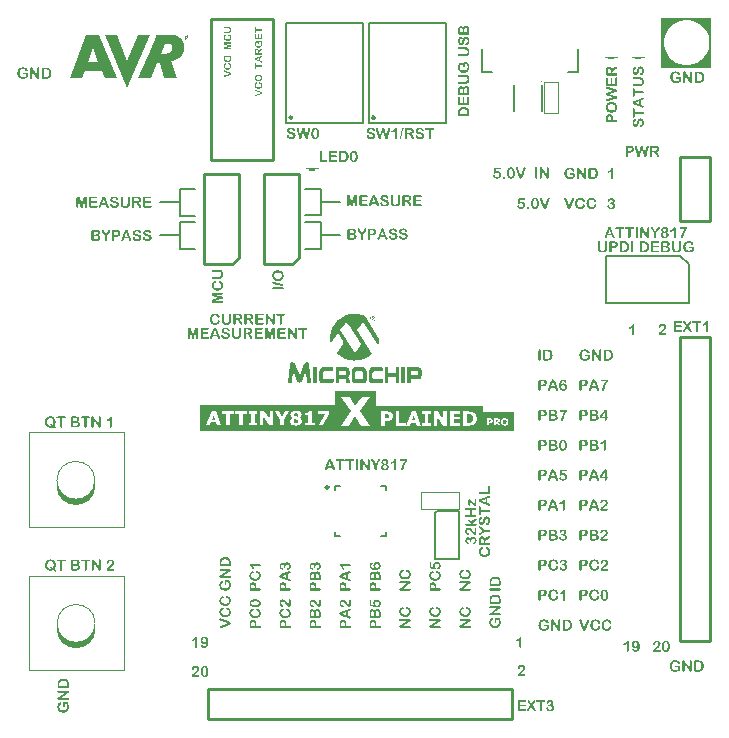
<source format=gto>
G04 Layer_Color=65535*
%FSLAX43Y43*%
%MOMM*%
G71*
G01*
G75*
%ADD10C,0.254*%
%ADD11C,0.250*%
%ADD12C,0.100*%
%ADD13C,0.150*%
%ADD14C,0.200*%
%ADD15R,0.500X0.200*%
G36*
X-10931Y-28326D02*
X-10921D01*
X-10898Y-28327D01*
X-10873Y-28331D01*
X-10845Y-28335D01*
X-10816Y-28342D01*
X-10788Y-28351D01*
X-10787D01*
X-10785Y-28352D01*
X-10781Y-28354D01*
X-10776Y-28355D01*
X-10763Y-28360D01*
X-10746Y-28367D01*
X-10728Y-28377D01*
X-10709Y-28388D01*
X-10690Y-28399D01*
X-10672Y-28413D01*
X-10670Y-28415D01*
X-10665Y-28420D01*
X-10656Y-28427D01*
X-10647Y-28437D01*
X-10636Y-28449D01*
X-10624Y-28463D01*
X-10615Y-28478D01*
X-10605Y-28494D01*
X-10604Y-28495D01*
X-10601Y-28501D01*
X-10598Y-28509D01*
X-10593Y-28519D01*
X-10588Y-28531D01*
X-10586Y-28544D01*
X-10583Y-28556D01*
X-10581Y-28568D01*
Y-28570D01*
Y-28574D01*
X-10583Y-28581D01*
X-10584Y-28589D01*
X-10588Y-28599D01*
X-10593Y-28609D01*
X-10599Y-28620D01*
X-10608Y-28629D01*
X-10609Y-28631D01*
X-10612Y-28634D01*
X-10617Y-28638D01*
X-10626Y-28642D01*
X-10634Y-28646D01*
X-10645Y-28650D01*
X-10658Y-28653D01*
X-10670Y-28654D01*
X-10677D01*
X-10683Y-28653D01*
X-10697Y-28650D01*
X-10710Y-28645D01*
X-10712D01*
X-10713Y-28643D01*
X-10721Y-28638D01*
X-10731Y-28629D01*
X-10741Y-28618D01*
X-10742Y-28616D01*
X-10746Y-28609D01*
X-10753Y-28599D01*
X-10762Y-28587D01*
X-10780Y-28560D01*
X-10789Y-28546D01*
X-10799Y-28535D01*
X-10801Y-28534D01*
X-10803Y-28531D01*
X-10809Y-28525D01*
X-10816Y-28519D01*
X-10826Y-28512D01*
X-10837Y-28503D01*
X-10849Y-28495D01*
X-10864Y-28488D01*
X-10866Y-28487D01*
X-10871Y-28485D01*
X-10881Y-28482D01*
X-10892Y-28478D01*
X-10907Y-28474D01*
X-10925Y-28471D01*
X-10946Y-28470D01*
X-10968Y-28469D01*
X-10979D01*
X-10992Y-28470D01*
X-11007Y-28471D01*
X-11025Y-28474D01*
X-11045Y-28478D01*
X-11065Y-28484D01*
X-11085Y-28492D01*
X-11088Y-28494D01*
X-11093Y-28496D01*
X-11103Y-28502D01*
X-11114Y-28509D01*
X-11128Y-28517D01*
X-11143Y-28530D01*
X-11158Y-28542D01*
X-11172Y-28557D01*
X-11174Y-28559D01*
X-11178Y-28564D01*
X-11185Y-28574D01*
X-11193Y-28587D01*
X-11201Y-28600D01*
X-11211Y-28618D01*
X-11219Y-28639D01*
X-11228Y-28661D01*
X-11229Y-28664D01*
X-11230Y-28672D01*
X-11233Y-28685D01*
X-11236Y-28702D01*
X-11240Y-28721D01*
X-11243Y-28745D01*
X-11244Y-28771D01*
X-11246Y-28799D01*
Y-28800D01*
Y-28806D01*
Y-28814D01*
X-11244Y-28825D01*
X-11243Y-28839D01*
X-11242Y-28854D01*
X-11240Y-28872D01*
X-11236Y-28890D01*
X-11228Y-28930D01*
X-11215Y-28972D01*
X-11207Y-28993D01*
X-11196Y-29012D01*
X-11185Y-29032D01*
X-11172Y-29048D01*
X-11171Y-29050D01*
X-11168Y-29052D01*
X-11164Y-29057D01*
X-11158Y-29062D01*
X-11150Y-29069D01*
X-11142Y-29076D01*
X-11131Y-29084D01*
X-11118Y-29091D01*
X-11104Y-29100D01*
X-11088Y-29108D01*
X-11071Y-29115D01*
X-11052Y-29122D01*
X-11032Y-29127D01*
X-11010Y-29132D01*
X-10988Y-29134D01*
X-10963Y-29136D01*
X-10952D01*
X-10939Y-29134D01*
X-10923Y-29133D01*
X-10905Y-29132D01*
X-10884Y-29129D01*
X-10863Y-29125D01*
X-10841Y-29119D01*
X-10838Y-29118D01*
X-10831Y-29116D01*
X-10820Y-29112D01*
X-10805Y-29107D01*
X-10787Y-29100D01*
X-10767Y-29091D01*
X-10746Y-29082D01*
X-10724Y-29071D01*
Y-28921D01*
X-10878D01*
X-10888Y-28919D01*
X-10899D01*
X-10925Y-28914D01*
X-10939Y-28911D01*
X-10950Y-28905D01*
X-10952Y-28904D01*
X-10954Y-28903D01*
X-10959Y-28899D01*
X-10963Y-28893D01*
X-10968Y-28886D01*
X-10973Y-28876D01*
X-10975Y-28865D01*
X-10977Y-28853D01*
Y-28851D01*
Y-28847D01*
X-10975Y-28842D01*
X-10974Y-28835D01*
X-10971Y-28826D01*
X-10967Y-28818D01*
X-10961Y-28810D01*
X-10954Y-28801D01*
X-10953Y-28800D01*
X-10950Y-28799D01*
X-10945Y-28795D01*
X-10938Y-28790D01*
X-10930Y-28788D01*
X-10918Y-28783D01*
X-10907Y-28782D01*
X-10893Y-28781D01*
X-10666D01*
X-10658Y-28782D01*
X-10636Y-28783D01*
X-10615Y-28788D01*
X-10613D01*
X-10611Y-28789D01*
X-10605Y-28790D01*
X-10598Y-28795D01*
X-10591Y-28799D01*
X-10584Y-28804D01*
X-10577Y-28811D01*
X-10570Y-28819D01*
X-10569Y-28821D01*
X-10568Y-28824D01*
X-10565Y-28829D01*
X-10561Y-28838D01*
X-10558Y-28847D01*
X-10555Y-28860D01*
X-10554Y-28874D01*
X-10552Y-28890D01*
Y-29068D01*
Y-29069D01*
Y-29073D01*
Y-29080D01*
X-10554Y-29087D01*
X-10555Y-29107D01*
X-10561Y-29125D01*
Y-29126D01*
X-10562Y-29127D01*
X-10566Y-29137D01*
X-10574Y-29150D01*
X-10586Y-29162D01*
X-10587Y-29163D01*
X-10588Y-29165D01*
X-10593Y-29168D01*
X-10598Y-29172D01*
X-10613Y-29183D01*
X-10633Y-29194D01*
X-10634D01*
X-10637Y-29195D01*
X-10641Y-29198D01*
X-10647Y-29201D01*
X-10655Y-29205D01*
X-10663Y-29209D01*
X-10684Y-29219D01*
X-10709Y-29230D01*
X-10737Y-29241D01*
X-10766Y-29252D01*
X-10795Y-29261D01*
X-10796D01*
X-10799Y-29262D01*
X-10803D01*
X-10809Y-29263D01*
X-10816Y-29265D01*
X-10824Y-29267D01*
X-10845Y-29270D01*
X-10870Y-29274D01*
X-10899Y-29279D01*
X-10931Y-29280D01*
X-10964Y-29281D01*
X-10982D01*
X-10992Y-29280D01*
X-11003D01*
X-11016Y-29279D01*
X-11028Y-29277D01*
X-11059Y-29273D01*
X-11092Y-29267D01*
X-11125Y-29261D01*
X-11158Y-29249D01*
X-11160D01*
X-11163Y-29248D01*
X-11167Y-29245D01*
X-11174Y-29244D01*
X-11181Y-29240D01*
X-11189Y-29236D01*
X-11210Y-29224D01*
X-11233Y-29212D01*
X-11258Y-29195D01*
X-11283Y-29176D01*
X-11308Y-29154D01*
Y-29152D01*
X-11311Y-29151D01*
X-11318Y-29143D01*
X-11329Y-29129D01*
X-11343Y-29111D01*
X-11359Y-29090D01*
X-11375Y-29064D01*
X-11390Y-29034D01*
X-11404Y-29003D01*
Y-29001D01*
X-11405Y-28998D01*
X-11407Y-28994D01*
X-11409Y-28987D01*
X-11411Y-28979D01*
X-11414Y-28968D01*
X-11416Y-28957D01*
X-11419Y-28944D01*
X-11426Y-28915D01*
X-11430Y-28881D01*
X-11434Y-28843D01*
X-11436Y-28803D01*
Y-28801D01*
Y-28799D01*
Y-28792D01*
Y-28785D01*
X-11434Y-28775D01*
Y-28764D01*
X-11433Y-28752D01*
X-11432Y-28738D01*
X-11427Y-28707D01*
X-11422Y-28675D01*
X-11415Y-28641D01*
X-11404Y-28606D01*
Y-28605D01*
X-11402Y-28602D01*
X-11401Y-28598D01*
X-11398Y-28591D01*
X-11394Y-28584D01*
X-11390Y-28574D01*
X-11380Y-28553D01*
X-11366Y-28530D01*
X-11351Y-28503D01*
X-11332Y-28478D01*
X-11310Y-28453D01*
X-11308Y-28452D01*
X-11307Y-28451D01*
X-11298Y-28444D01*
X-11285Y-28431D01*
X-11267Y-28417D01*
X-11246Y-28402D01*
X-11219Y-28387D01*
X-11190Y-28372D01*
X-11158Y-28358D01*
X-11157D01*
X-11154Y-28356D01*
X-11149Y-28355D01*
X-11143Y-28352D01*
X-11133Y-28349D01*
X-11124Y-28347D01*
X-11113Y-28344D01*
X-11099Y-28341D01*
X-11070Y-28335D01*
X-11035Y-28330D01*
X-10996Y-28326D01*
X-10954Y-28324D01*
X-10939D01*
X-10931Y-28326D01*
D02*
G37*
G36*
X-9669D02*
X-9659Y-28327D01*
X-9649Y-28331D01*
X-9638Y-28335D01*
X-9629Y-28342D01*
X-9619Y-28352D01*
X-9618Y-28354D01*
X-9615Y-28358D01*
X-9612Y-28363D01*
X-9606Y-28372D01*
X-9602Y-28383D01*
X-9600Y-28396D01*
X-9597Y-28413D01*
X-9595Y-28433D01*
Y-29161D01*
Y-29162D01*
Y-29166D01*
Y-29172D01*
X-9597Y-29180D01*
X-9598Y-29188D01*
X-9601Y-29198D01*
X-9608Y-29220D01*
X-9613Y-29233D01*
X-9620Y-29242D01*
X-9629Y-29254D01*
X-9638Y-29262D01*
X-9649Y-29270D01*
X-9663Y-29276D01*
X-9679Y-29280D01*
X-9697Y-29281D01*
X-9705D01*
X-9712Y-29280D01*
X-9726Y-29277D01*
X-9742Y-29273D01*
X-9744D01*
X-9747Y-29272D01*
X-9749Y-29270D01*
X-9755Y-29267D01*
X-9767Y-29261D01*
X-9781Y-29251D01*
X-9783Y-29249D01*
X-9784Y-29248D01*
X-9791Y-29241D01*
X-9802Y-29229D01*
X-9813Y-29215D01*
Y-29213D01*
X-9816Y-29211D01*
X-9819Y-29206D01*
X-9823Y-29201D01*
X-9833Y-29188D01*
X-9844Y-29172D01*
X-10194Y-28632D01*
Y-29175D01*
Y-29177D01*
Y-29183D01*
X-10196Y-29193D01*
X-10197Y-29204D01*
X-10200Y-29218D01*
X-10206Y-29230D01*
X-10211Y-29244D01*
X-10219Y-29255D01*
X-10221Y-29256D01*
X-10224Y-29259D01*
X-10229Y-29263D01*
X-10236Y-29267D01*
X-10246Y-29273D01*
X-10257Y-29277D01*
X-10269Y-29280D01*
X-10283Y-29281D01*
X-10290D01*
X-10297Y-29280D01*
X-10307Y-29279D01*
X-10317Y-29274D01*
X-10328Y-29270D01*
X-10337Y-29263D01*
X-10347Y-29255D01*
X-10348Y-29254D01*
X-10351Y-29249D01*
X-10354Y-29244D01*
X-10358Y-29234D01*
X-10364Y-29223D01*
X-10366Y-29209D01*
X-10369Y-29193D01*
X-10371Y-29175D01*
Y-28460D01*
Y-28459D01*
Y-28453D01*
Y-28445D01*
X-10369Y-28435D01*
X-10366Y-28412D01*
X-10364Y-28401D01*
X-10361Y-28390D01*
Y-28388D01*
X-10358Y-28384D01*
X-10355Y-28380D01*
X-10351Y-28373D01*
X-10347Y-28365D01*
X-10340Y-28358D01*
X-10332Y-28349D01*
X-10322Y-28342D01*
X-10321Y-28341D01*
X-10317Y-28340D01*
X-10311Y-28337D01*
X-10304Y-28333D01*
X-10294Y-28330D01*
X-10285Y-28327D01*
X-10272Y-28326D01*
X-10261Y-28324D01*
X-10253D01*
X-10246Y-28326D01*
X-10232Y-28327D01*
X-10218Y-28333D01*
X-10217D01*
X-10215Y-28334D01*
X-10207Y-28338D01*
X-10197Y-28345D01*
X-10186Y-28355D01*
X-10183Y-28358D01*
X-10178Y-28365D01*
X-10168Y-28376D01*
X-10158Y-28391D01*
Y-28392D01*
X-10156Y-28395D01*
X-10153Y-28399D01*
X-10150Y-28405D01*
X-10140Y-28420D01*
X-10129Y-28437D01*
X-9767Y-28982D01*
Y-28433D01*
Y-28430D01*
Y-28424D01*
X-9766Y-28415D01*
X-9765Y-28402D01*
X-9762Y-28390D01*
X-9758Y-28376D01*
X-9752Y-28363D01*
X-9745Y-28352D01*
X-9744Y-28351D01*
X-9741Y-28348D01*
X-9735Y-28344D01*
X-9729Y-28338D01*
X-9720Y-28333D01*
X-9709Y-28329D01*
X-9697Y-28326D01*
X-9683Y-28324D01*
X-9676D01*
X-9669Y-28326D01*
D02*
G37*
G36*
X-11039Y-30882D02*
X-11016D01*
X-10989Y-30884D01*
X-10963Y-30887D01*
X-10936Y-30891D01*
X-10913Y-30897D01*
X-10910Y-30898D01*
X-10903Y-30900D01*
X-10892Y-30904D01*
X-10880Y-30909D01*
X-10864Y-30918D01*
X-10848Y-30926D01*
X-10831Y-30939D01*
X-10814Y-30951D01*
X-10813Y-30952D01*
X-10807Y-30958D01*
X-10801Y-30965D01*
X-10791Y-30976D01*
X-10781Y-30988D01*
X-10770Y-31004D01*
X-10760Y-31020D01*
X-10752Y-31040D01*
X-10751Y-31043D01*
X-10748Y-31049D01*
X-10745Y-31061D01*
X-10741Y-31074D01*
X-10737Y-31092D01*
X-10733Y-31112D01*
X-10731Y-31134D01*
X-10730Y-31159D01*
Y-31160D01*
Y-31165D01*
Y-31173D01*
X-10731Y-31183D01*
X-10733Y-31194D01*
X-10734Y-31208D01*
X-10737Y-31223D01*
X-10741Y-31239D01*
X-10751Y-31274D01*
X-10758Y-31292D01*
X-10767Y-31309D01*
X-10777Y-31327D01*
X-10788Y-31343D01*
X-10802Y-31359D01*
X-10817Y-31374D01*
X-10819Y-31375D01*
X-10821Y-31377D01*
X-10827Y-31381D01*
X-10834Y-31385D01*
X-10842Y-31391D01*
X-10853Y-31396D01*
X-10867Y-31403D01*
X-10882Y-31410D01*
X-10900Y-31417D01*
X-10920Y-31424D01*
X-10941Y-31429D01*
X-10964Y-31435D01*
X-10989Y-31439D01*
X-11017Y-31443D01*
X-11046Y-31445D01*
X-11078Y-31446D01*
X-11248D01*
Y-31708D01*
Y-31711D01*
Y-31718D01*
X-11250Y-31728D01*
X-11251Y-31740D01*
X-11255Y-31754D01*
X-11260Y-31768D01*
X-11267Y-31782D01*
X-11276Y-31794D01*
X-11278Y-31796D01*
X-11280Y-31798D01*
X-11287Y-31803D01*
X-11294Y-31808D01*
X-11304Y-31814D01*
X-11315Y-31818D01*
X-11329Y-31821D01*
X-11343Y-31822D01*
X-11350D01*
X-11357Y-31821D01*
X-11366Y-31818D01*
X-11377Y-31815D01*
X-11389Y-31811D01*
X-11400Y-31804D01*
X-11411Y-31794D01*
X-11412Y-31793D01*
X-11415Y-31789D01*
X-11419Y-31782D01*
X-11423Y-31772D01*
X-11427Y-31761D01*
X-11432Y-31746D01*
X-11434Y-31729D01*
X-11436Y-31710D01*
Y-30995D01*
Y-30994D01*
Y-30993D01*
Y-30986D01*
X-11434Y-30975D01*
X-11432Y-30962D01*
X-11429Y-30947D01*
X-11425Y-30933D01*
X-11418Y-30919D01*
X-11408Y-30908D01*
X-11407Y-30907D01*
X-11402Y-30904D01*
X-11396Y-30900D01*
X-11386Y-30894D01*
X-11373Y-30889D01*
X-11358Y-30884D01*
X-11340Y-30882D01*
X-11318Y-30880D01*
X-11050D01*
X-11039Y-30882D01*
D02*
G37*
G36*
X-9102Y-30891D02*
X-9088Y-30893D01*
X-9059Y-30898D01*
X-9045Y-30902D01*
X-9034Y-30909D01*
X-9032Y-30911D01*
X-9030Y-30914D01*
X-9025Y-30918D01*
X-9020Y-30925D01*
X-9014Y-30933D01*
X-9010Y-30944D01*
X-9007Y-30957D01*
X-9006Y-30972D01*
Y-30973D01*
Y-30976D01*
X-9007Y-30983D01*
X-9010Y-30990D01*
X-9014Y-31001D01*
X-9020Y-31012D01*
X-9028Y-31027D01*
X-9039Y-31043D01*
X-9041Y-31044D01*
X-9045Y-31049D01*
X-9052Y-31059D01*
X-9060Y-31070D01*
X-9071Y-31084D01*
X-9084Y-31101D01*
X-9096Y-31119D01*
X-9111Y-31138D01*
X-9113Y-31141D01*
X-9118Y-31148D01*
X-9127Y-31159D01*
X-9136Y-31174D01*
X-9150Y-31194D01*
X-9164Y-31216D01*
X-9179Y-31242D01*
X-9196Y-31270D01*
Y-31271D01*
X-9197Y-31274D01*
X-9200Y-31278D01*
X-9203Y-31284D01*
X-9207Y-31291D01*
X-9211Y-31300D01*
X-9217Y-31312D01*
X-9222Y-31323D01*
X-9235Y-31350D01*
X-9247Y-31382D01*
X-9261Y-31420D01*
X-9275Y-31460D01*
Y-31463D01*
X-9278Y-31468D01*
X-9281Y-31478D01*
X-9283Y-31489D01*
X-9288Y-31502D01*
X-9290Y-31515D01*
X-9294Y-31529D01*
X-9297Y-31543D01*
Y-31545D01*
X-9299Y-31549D01*
X-9300Y-31557D01*
X-9301Y-31567D01*
X-9303Y-31579D01*
X-9306Y-31593D01*
X-9308Y-31610D01*
X-9311Y-31629D01*
Y-31632D01*
X-9312Y-31637D01*
X-9314Y-31647D01*
X-9315Y-31658D01*
X-9319Y-31685D01*
X-9321Y-31697D01*
X-9324Y-31708D01*
Y-31710D01*
Y-31711D01*
X-9326Y-31719D01*
X-9329Y-31730D01*
X-9333Y-31744D01*
X-9346Y-31773D01*
X-9354Y-31787D01*
X-9362Y-31798D01*
X-9364Y-31800D01*
X-9367Y-31803D01*
X-9372Y-31805D01*
X-9379Y-31809D01*
X-9389Y-31815D01*
X-9400Y-31818D01*
X-9412Y-31821D01*
X-9426Y-31822D01*
X-9433D01*
X-9440Y-31821D01*
X-9448Y-31819D01*
X-9458Y-31815D01*
X-9469Y-31811D01*
X-9479Y-31804D01*
X-9489Y-31796D01*
X-9490Y-31794D01*
X-9493Y-31790D01*
X-9496Y-31784D01*
X-9500Y-31776D01*
X-9505Y-31765D01*
X-9508Y-31751D01*
X-9511Y-31735D01*
X-9512Y-31717D01*
Y-31715D01*
Y-31710D01*
X-9511Y-31700D01*
X-9509Y-31687D01*
X-9508Y-31672D01*
X-9505Y-31653D01*
X-9501Y-31632D01*
X-9496Y-31607D01*
Y-31606D01*
X-9494Y-31604D01*
Y-31600D01*
X-9491Y-31594D01*
X-9487Y-31579D01*
X-9482Y-31560D01*
X-9473Y-31536D01*
X-9464Y-31507D01*
X-9453Y-31475D01*
X-9439Y-31441D01*
Y-31439D01*
X-9437Y-31436D01*
X-9435Y-31431D01*
X-9432Y-31424D01*
X-9428Y-31416D01*
X-9423Y-31404D01*
X-9418Y-31392D01*
X-9412Y-31380D01*
X-9398Y-31349D01*
X-9382Y-31316D01*
X-9364Y-31280D01*
X-9343Y-31242D01*
X-9342Y-31241D01*
X-9340Y-31238D01*
X-9337Y-31233D01*
X-9332Y-31224D01*
X-9326Y-31216D01*
X-9321Y-31205D01*
X-9312Y-31192D01*
X-9304Y-31178D01*
X-9283Y-31148D01*
X-9260Y-31113D01*
X-9233Y-31076D01*
X-9204Y-31038D01*
X-9551D01*
X-9561Y-31037D01*
X-9573Y-31036D01*
X-9600Y-31030D01*
X-9612Y-31026D01*
X-9623Y-31020D01*
X-9625Y-31019D01*
X-9627Y-31016D01*
X-9631Y-31012D01*
X-9636Y-31005D01*
X-9640Y-30997D01*
X-9644Y-30986D01*
X-9647Y-30973D01*
X-9648Y-30959D01*
Y-30958D01*
Y-30952D01*
X-9647Y-30945D01*
X-9644Y-30936D01*
X-9641Y-30927D01*
X-9637Y-30918D01*
X-9630Y-30909D01*
X-9620Y-30904D01*
X-9619D01*
X-9615Y-30901D01*
X-9609Y-30900D01*
X-9600Y-30897D01*
X-9590Y-30894D01*
X-9576Y-30893D01*
X-9561Y-30890D01*
X-9113D01*
X-9102Y-30891D01*
D02*
G37*
G36*
X-10200Y-30866D02*
X-10192D01*
X-10170Y-30872D01*
X-10158Y-30875D01*
X-10149Y-30880D01*
X-10147D01*
X-10145Y-30883D01*
X-10139Y-30886D01*
X-10133Y-30891D01*
X-10120Y-30902D01*
X-10107Y-30919D01*
X-10106Y-30920D01*
X-10104Y-30923D01*
X-10102Y-30927D01*
X-10097Y-30934D01*
X-10088Y-30950D01*
X-10079Y-30969D01*
Y-30970D01*
X-10078Y-30973D01*
X-10075Y-30980D01*
X-10071Y-30988D01*
X-10068Y-30998D01*
X-10063Y-31011D01*
X-10057Y-31024D01*
X-10052Y-31041D01*
X-9809Y-31637D01*
Y-31639D01*
X-9808Y-31640D01*
X-9805Y-31649D01*
X-9799Y-31661D01*
X-9794Y-31675D01*
X-9790Y-31692D01*
X-9784Y-31708D01*
X-9781Y-31723D01*
X-9780Y-31737D01*
Y-31739D01*
Y-31743D01*
X-9781Y-31748D01*
X-9783Y-31757D01*
X-9787Y-31765D01*
X-9791Y-31775D01*
X-9798Y-31786D01*
X-9808Y-31796D01*
X-9809Y-31797D01*
X-9812Y-31800D01*
X-9817Y-31804D01*
X-9826Y-31808D01*
X-9835Y-31814D01*
X-9846Y-31818D01*
X-9859Y-31821D01*
X-9873Y-31822D01*
X-9881D01*
X-9885Y-31821D01*
X-9898Y-31818D01*
X-9910Y-31814D01*
X-9913Y-31812D01*
X-9919Y-31808D01*
X-9928Y-31803D01*
X-9937Y-31793D01*
X-9938Y-31790D01*
X-9943Y-31782D01*
X-9952Y-31769D01*
X-9960Y-31751D01*
Y-31750D01*
X-9962Y-31747D01*
X-9964Y-31742D01*
X-9967Y-31735D01*
X-9974Y-31718D01*
X-9981Y-31701D01*
X-10025Y-31585D01*
X-10403D01*
X-10447Y-31704D01*
Y-31705D01*
X-10448Y-31707D01*
X-10451Y-31715D01*
X-10455Y-31728D01*
X-10462Y-31742D01*
X-10469Y-31758D01*
X-10476Y-31773D01*
X-10484Y-31787D01*
X-10491Y-31798D01*
X-10493Y-31800D01*
X-10494Y-31803D01*
X-10500Y-31805D01*
X-10505Y-31809D01*
X-10513Y-31815D01*
X-10525Y-31818D01*
X-10537Y-31821D01*
X-10551Y-31822D01*
X-10556D01*
X-10563Y-31821D01*
X-10572Y-31819D01*
X-10581Y-31816D01*
X-10591Y-31811D01*
X-10602Y-31805D01*
X-10613Y-31797D01*
X-10615Y-31796D01*
X-10617Y-31793D01*
X-10622Y-31787D01*
X-10626Y-31780D01*
X-10631Y-31771D01*
X-10636Y-31761D01*
X-10638Y-31750D01*
X-10640Y-31739D01*
Y-31737D01*
Y-31736D01*
X-10638Y-31726D01*
X-10637Y-31714D01*
X-10634Y-31700D01*
Y-31698D01*
X-10633Y-31696D01*
X-10631Y-31692D01*
X-10629Y-31685D01*
X-10626Y-31676D01*
X-10623Y-31667D01*
X-10617Y-31656D01*
X-10613Y-31643D01*
X-10376Y-31041D01*
Y-31040D01*
X-10375Y-31037D01*
X-10372Y-31031D01*
X-10369Y-31024D01*
X-10366Y-31015D01*
X-10362Y-31005D01*
X-10353Y-30980D01*
X-10351Y-30979D01*
X-10350Y-30973D01*
X-10347Y-30968D01*
X-10343Y-30958D01*
X-10333Y-30939D01*
X-10322Y-30919D01*
X-10321Y-30918D01*
X-10319Y-30915D01*
X-10315Y-30911D01*
X-10311Y-30905D01*
X-10297Y-30893D01*
X-10279Y-30880D01*
X-10278Y-30879D01*
X-10275Y-30877D01*
X-10268Y-30875D01*
X-10261Y-30872D01*
X-10251Y-30869D01*
X-10240Y-30868D01*
X-10228Y-30865D01*
X-10207D01*
X-10200Y-30866D01*
D02*
G37*
G36*
X-8996Y-28341D02*
X-8973Y-28342D01*
X-8948Y-28344D01*
X-8920Y-28347D01*
X-8892Y-28352D01*
X-8866Y-28358D01*
X-8865D01*
X-8863Y-28359D01*
X-8855Y-28362D01*
X-8841Y-28366D01*
X-8824Y-28373D01*
X-8806Y-28381D01*
X-8785Y-28394D01*
X-8763Y-28408D01*
X-8742Y-28424D01*
X-8741Y-28426D01*
X-8736Y-28430D01*
X-8729Y-28437D01*
X-8720Y-28448D01*
X-8709Y-28460D01*
X-8697Y-28477D01*
X-8683Y-28495D01*
X-8669Y-28517D01*
X-8656Y-28542D01*
X-8643Y-28570D01*
X-8630Y-28602D01*
X-8619Y-28635D01*
X-8611Y-28672D01*
X-8602Y-28713D01*
X-8598Y-28756D01*
X-8597Y-28801D01*
Y-28803D01*
Y-28806D01*
Y-28810D01*
Y-28815D01*
X-8598Y-28832D01*
Y-28851D01*
X-8601Y-28875D01*
X-8604Y-28901D01*
X-8607Y-28928D01*
X-8612Y-28954D01*
Y-28955D01*
Y-28957D01*
X-8615Y-28965D01*
X-8618Y-28979D01*
X-8623Y-28994D01*
X-8629Y-29014D01*
X-8637Y-29034D01*
X-8645Y-29057D01*
X-8656Y-29077D01*
X-8658Y-29080D01*
X-8662Y-29087D01*
X-8669Y-29097D01*
X-8677Y-29111D01*
X-8688Y-29126D01*
X-8702Y-29143D01*
X-8718Y-29161D01*
X-8734Y-29177D01*
X-8736Y-29179D01*
X-8741Y-29183D01*
X-8748Y-29188D01*
X-8758Y-29197D01*
X-8770Y-29205D01*
X-8784Y-29215D01*
X-8816Y-29231D01*
X-8817Y-29233D01*
X-8824Y-29234D01*
X-8833Y-29238D01*
X-8845Y-29242D01*
X-8859Y-29247D01*
X-8876Y-29251D01*
X-8892Y-29255D01*
X-8912Y-29259D01*
X-8914D01*
X-8920Y-29261D01*
X-8931Y-29262D01*
X-8945D01*
X-8962Y-29263D01*
X-8981Y-29265D01*
X-9002Y-29266D01*
X-9279D01*
X-9289Y-29265D01*
X-9300D01*
X-9325Y-29259D01*
X-9337Y-29256D01*
X-9349Y-29251D01*
X-9350Y-29249D01*
X-9353Y-29248D01*
X-9362Y-29240D01*
X-9373Y-29226D01*
X-9378Y-29218D01*
X-9382Y-29208D01*
Y-29206D01*
X-9383Y-29202D01*
X-9385Y-29197D01*
Y-29188D01*
X-9386Y-29177D01*
X-9387Y-29165D01*
X-9389Y-29151D01*
Y-29134D01*
Y-28455D01*
Y-28453D01*
Y-28452D01*
Y-28445D01*
X-9387Y-28434D01*
X-9386Y-28421D01*
X-9382Y-28408D01*
X-9378Y-28392D01*
X-9371Y-28378D01*
X-9362Y-28367D01*
X-9361Y-28366D01*
X-9357Y-28363D01*
X-9350Y-28359D01*
X-9342Y-28354D01*
X-9329Y-28348D01*
X-9314Y-28344D01*
X-9296Y-28341D01*
X-9275Y-28340D01*
X-9005D01*
X-8996Y-28341D01*
D02*
G37*
G36*
X-28904Y-25512D02*
X-28870Y-25523D01*
X-28826Y-25539D01*
X-28787Y-25562D01*
X-28754Y-25601D01*
X-28731Y-25656D01*
X-28720Y-25723D01*
Y-25734D01*
X-28726Y-25756D01*
X-28731Y-25795D01*
X-28748Y-25834D01*
X-28770Y-25878D01*
X-28809Y-25912D01*
X-28865Y-25939D01*
X-28937Y-25951D01*
X-28954D01*
X-28970Y-25945D01*
X-28992Y-25939D01*
X-29048Y-25923D01*
X-29076Y-25906D01*
X-29104Y-25884D01*
Y-25878D01*
X-29115Y-25873D01*
X-29137Y-25839D01*
X-29159Y-25789D01*
X-29165Y-25756D01*
X-29170Y-25723D01*
Y-25717D01*
Y-25706D01*
X-29165Y-25689D01*
X-29159Y-25673D01*
X-29137Y-25623D01*
X-29120Y-25595D01*
X-29098Y-25573D01*
X-29092Y-25567D01*
X-29087Y-25562D01*
X-29054Y-25539D01*
X-29004Y-25517D01*
X-28970Y-25506D01*
X-28926D01*
X-28904Y-25512D01*
D02*
G37*
G36*
X-30326Y-25317D02*
X-30281Y-25323D01*
X-30226D01*
X-30170Y-25334D01*
X-30042Y-25351D01*
X-29903Y-25384D01*
X-29765Y-25423D01*
X-29626Y-25478D01*
X-28381Y-27462D01*
Y-27467D01*
Y-27478D01*
X-28387Y-27500D01*
Y-27523D01*
X-28392Y-27556D01*
X-28398Y-27595D01*
X-28415Y-27678D01*
Y-27684D01*
X-28420Y-27700D01*
X-28426Y-27723D01*
X-28431Y-27750D01*
X-28442Y-27789D01*
X-28454Y-27828D01*
X-28481Y-27923D01*
X-29565Y-26228D01*
X-29570Y-26223D01*
X-29576Y-26206D01*
X-29598Y-26184D01*
X-29620Y-26162D01*
X-29648Y-26139D01*
X-29681Y-26117D01*
X-29715Y-26101D01*
X-29759Y-26095D01*
X-29776D01*
X-29792Y-26101D01*
X-29815Y-26112D01*
X-29842Y-26128D01*
X-29876Y-26151D01*
X-29903Y-26178D01*
X-29937Y-26223D01*
X-30298Y-26717D01*
X-29026Y-28722D01*
X-29031Y-28728D01*
X-29054Y-28745D01*
X-29087Y-28772D01*
X-29131Y-28806D01*
X-29192Y-28850D01*
X-29265Y-28895D01*
X-29342Y-28945D01*
X-29437Y-28995D01*
X-29537Y-29045D01*
X-29653Y-29095D01*
X-29770Y-29139D01*
X-29903Y-29184D01*
X-30042Y-29217D01*
X-30187Y-29245D01*
X-30337Y-29261D01*
X-30498Y-29267D01*
X-30537D01*
X-30581Y-29261D01*
X-30642Y-29256D01*
X-30720Y-29245D01*
X-30809Y-29234D01*
X-30903Y-29211D01*
X-31014Y-29184D01*
X-31126Y-29150D01*
X-31248Y-29106D01*
X-31375Y-29056D01*
X-31503Y-28995D01*
X-31631Y-28917D01*
X-31759Y-28834D01*
X-31881Y-28734D01*
X-32003Y-28617D01*
X-31464Y-27873D01*
X-31459Y-27867D01*
X-31453Y-27845D01*
X-31442Y-27811D01*
X-31437Y-27784D01*
X-31431Y-27750D01*
Y-27739D01*
X-31437Y-27711D01*
X-31453Y-27661D01*
X-31487Y-27600D01*
X-31887Y-26973D01*
X-32481Y-27800D01*
Y-27795D01*
X-32486Y-27789D01*
X-32492Y-27756D01*
X-32503Y-27706D01*
X-32514Y-27639D01*
X-32531Y-27556D01*
X-32542Y-27467D01*
X-32548Y-27362D01*
X-32553Y-27256D01*
Y-27245D01*
Y-27223D01*
X-32548Y-27178D01*
X-32542Y-27128D01*
X-32536Y-27062D01*
X-32525Y-26984D01*
X-32503Y-26895D01*
X-32481Y-26800D01*
X-32453Y-26700D01*
X-32414Y-26589D01*
X-32364Y-26478D01*
X-32314Y-26367D01*
X-32248Y-26256D01*
X-32170Y-26139D01*
X-32081Y-26028D01*
X-31981Y-25923D01*
X-31975Y-25917D01*
X-31953Y-25895D01*
X-31920Y-25867D01*
X-31870Y-25828D01*
X-31809Y-25778D01*
X-31737Y-25728D01*
X-31653Y-25673D01*
X-31559Y-25617D01*
X-31453Y-25562D01*
X-31337Y-25506D01*
X-31209Y-25451D01*
X-31076Y-25406D01*
X-30931Y-25367D01*
X-30776Y-25340D01*
X-30614Y-25317D01*
X-30442Y-25312D01*
X-30364D01*
X-30326Y-25317D01*
D02*
G37*
G36*
X-7128Y-11100D02*
X-7105D01*
X-7078Y-11103D01*
X-7052Y-11106D01*
X-7026Y-11110D01*
X-7002Y-11115D01*
X-6999Y-11117D01*
X-6992Y-11118D01*
X-6981Y-11122D01*
X-6969Y-11128D01*
X-6954Y-11136D01*
X-6937Y-11144D01*
X-6920Y-11157D01*
X-6904Y-11169D01*
X-6902Y-11171D01*
X-6897Y-11176D01*
X-6890Y-11183D01*
X-6880Y-11194D01*
X-6870Y-11207D01*
X-6859Y-11222D01*
X-6850Y-11239D01*
X-6841Y-11258D01*
X-6840Y-11261D01*
X-6837Y-11268D01*
X-6834Y-11279D01*
X-6830Y-11293D01*
X-6826Y-11311D01*
X-6822Y-11330D01*
X-6820Y-11352D01*
X-6819Y-11377D01*
Y-11379D01*
Y-11383D01*
Y-11391D01*
X-6820Y-11401D01*
X-6822Y-11412D01*
X-6823Y-11426D01*
X-6826Y-11441D01*
X-6830Y-11458D01*
X-6840Y-11492D01*
X-6847Y-11510D01*
X-6857Y-11527D01*
X-6866Y-11545D01*
X-6877Y-11562D01*
X-6891Y-11577D01*
X-6906Y-11592D01*
X-6908Y-11594D01*
X-6911Y-11595D01*
X-6916Y-11599D01*
X-6923Y-11603D01*
X-6931Y-11609D01*
X-6943Y-11615D01*
X-6956Y-11621D01*
X-6972Y-11628D01*
X-6990Y-11635D01*
X-7009Y-11642D01*
X-7030Y-11648D01*
X-7053Y-11653D01*
X-7078Y-11657D01*
X-7106Y-11662D01*
X-7135Y-11663D01*
X-7167Y-11664D01*
X-7338D01*
Y-11927D01*
Y-11929D01*
Y-11936D01*
X-7339Y-11946D01*
X-7341Y-11958D01*
X-7345Y-11972D01*
X-7349Y-11986D01*
X-7356Y-12000D01*
X-7366Y-12013D01*
X-7367Y-12014D01*
X-7370Y-12017D01*
X-7377Y-12021D01*
X-7384Y-12026D01*
X-7393Y-12032D01*
X-7404Y-12036D01*
X-7418Y-12039D01*
X-7432Y-12040D01*
X-7439D01*
X-7446Y-12039D01*
X-7456Y-12036D01*
X-7467Y-12033D01*
X-7478Y-12029D01*
X-7489Y-12022D01*
X-7500Y-12013D01*
X-7501Y-12011D01*
X-7504Y-12007D01*
X-7508Y-12000D01*
X-7513Y-11990D01*
X-7517Y-11979D01*
X-7521Y-11964D01*
X-7524Y-11947D01*
X-7525Y-11928D01*
Y-11214D01*
Y-11212D01*
Y-11211D01*
Y-11204D01*
X-7524Y-11193D01*
X-7521Y-11180D01*
X-7518Y-11165D01*
X-7514Y-11151D01*
X-7507Y-11137D01*
X-7497Y-11126D01*
X-7496Y-11125D01*
X-7492Y-11122D01*
X-7485Y-11118D01*
X-7475Y-11112D01*
X-7463Y-11107D01*
X-7447Y-11103D01*
X-7429Y-11100D01*
X-7407Y-11099D01*
X-7139D01*
X-7128Y-11100D01*
D02*
G37*
G36*
X-10950Y-12939D02*
X-10941Y-12941D01*
X-10931Y-12945D01*
X-10920Y-12949D01*
X-10910Y-12956D01*
X-10900Y-12966D01*
X-10899Y-12967D01*
X-10896Y-12971D01*
X-10893Y-12977D01*
X-10888Y-12985D01*
X-10884Y-12996D01*
X-10881Y-13010D01*
X-10878Y-13027D01*
X-10877Y-13046D01*
Y-13774D01*
Y-13775D01*
Y-13780D01*
Y-13785D01*
X-10878Y-13794D01*
X-10880Y-13802D01*
X-10882Y-13812D01*
X-10889Y-13834D01*
X-10895Y-13846D01*
X-10902Y-13856D01*
X-10910Y-13867D01*
X-10920Y-13875D01*
X-10931Y-13884D01*
X-10945Y-13889D01*
X-10960Y-13893D01*
X-10978Y-13895D01*
X-10986D01*
X-10993Y-13893D01*
X-11007Y-13891D01*
X-11024Y-13886D01*
X-11025D01*
X-11028Y-13885D01*
X-11031Y-13884D01*
X-11036Y-13881D01*
X-11049Y-13874D01*
X-11063Y-13864D01*
X-11064Y-13863D01*
X-11065Y-13861D01*
X-11072Y-13855D01*
X-11083Y-13842D01*
X-11094Y-13828D01*
Y-13827D01*
X-11097Y-13824D01*
X-11100Y-13820D01*
X-11104Y-13814D01*
X-11114Y-13802D01*
X-11125Y-13785D01*
X-11476Y-13246D01*
Y-13788D01*
Y-13791D01*
Y-13796D01*
X-11477Y-13806D01*
X-11479Y-13817D01*
X-11481Y-13831D01*
X-11487Y-13843D01*
X-11493Y-13857D01*
X-11501Y-13868D01*
X-11502Y-13870D01*
X-11505Y-13873D01*
X-11511Y-13877D01*
X-11517Y-13881D01*
X-11527Y-13886D01*
X-11538Y-13891D01*
X-11551Y-13893D01*
X-11565Y-13895D01*
X-11572D01*
X-11578Y-13893D01*
X-11588Y-13892D01*
X-11598Y-13888D01*
X-11609Y-13884D01*
X-11619Y-13877D01*
X-11628Y-13868D01*
X-11630Y-13867D01*
X-11633Y-13863D01*
X-11635Y-13857D01*
X-11639Y-13848D01*
X-11645Y-13837D01*
X-11648Y-13823D01*
X-11651Y-13806D01*
X-11652Y-13788D01*
Y-13074D01*
Y-13072D01*
Y-13067D01*
Y-13058D01*
X-11651Y-13049D01*
X-11648Y-13025D01*
X-11645Y-13014D01*
X-11642Y-13003D01*
Y-13002D01*
X-11639Y-12997D01*
X-11637Y-12993D01*
X-11633Y-12986D01*
X-11628Y-12978D01*
X-11621Y-12971D01*
X-11613Y-12963D01*
X-11603Y-12956D01*
X-11602Y-12954D01*
X-11598Y-12953D01*
X-11592Y-12950D01*
X-11585Y-12946D01*
X-11576Y-12943D01*
X-11566Y-12941D01*
X-11554Y-12939D01*
X-11542Y-12938D01*
X-11534D01*
X-11527Y-12939D01*
X-11513Y-12941D01*
X-11499Y-12946D01*
X-11498D01*
X-11497Y-12948D01*
X-11488Y-12952D01*
X-11479Y-12959D01*
X-11468Y-12968D01*
X-11465Y-12971D01*
X-11459Y-12978D01*
X-11450Y-12989D01*
X-11440Y-13004D01*
Y-13006D01*
X-11437Y-13009D01*
X-11434Y-13013D01*
X-11431Y-13018D01*
X-11422Y-13034D01*
X-11411Y-13050D01*
X-11049Y-13595D01*
Y-13046D01*
Y-13043D01*
Y-13038D01*
X-11047Y-13028D01*
X-11046Y-13016D01*
X-11043Y-13003D01*
X-11039Y-12989D01*
X-11033Y-12977D01*
X-11027Y-12966D01*
X-11025Y-12964D01*
X-11022Y-12961D01*
X-11017Y-12957D01*
X-11010Y-12952D01*
X-11002Y-12946D01*
X-10990Y-12942D01*
X-10978Y-12939D01*
X-10964Y-12938D01*
X-10957D01*
X-10950Y-12939D01*
D02*
G37*
G36*
X-12212D02*
X-12203D01*
X-12179Y-12941D01*
X-12154Y-12945D01*
X-12126Y-12949D01*
X-12097Y-12956D01*
X-12069Y-12964D01*
X-12068D01*
X-12067Y-12966D01*
X-12062Y-12967D01*
X-12057Y-12968D01*
X-12044Y-12974D01*
X-12028Y-12981D01*
X-12010Y-12991D01*
X-11990Y-13002D01*
X-11971Y-13013D01*
X-11953Y-13027D01*
X-11952Y-13028D01*
X-11946Y-13034D01*
X-11938Y-13040D01*
X-11928Y-13050D01*
X-11917Y-13063D01*
X-11906Y-13077D01*
X-11896Y-13092D01*
X-11886Y-13107D01*
X-11885Y-13108D01*
X-11882Y-13114D01*
X-11879Y-13122D01*
X-11874Y-13132D01*
X-11870Y-13144D01*
X-11867Y-13157D01*
X-11864Y-13169D01*
X-11863Y-13182D01*
Y-13183D01*
Y-13187D01*
X-11864Y-13194D01*
X-11866Y-13203D01*
X-11870Y-13212D01*
X-11874Y-13222D01*
X-11881Y-13233D01*
X-11889Y-13243D01*
X-11891Y-13244D01*
X-11893Y-13247D01*
X-11899Y-13251D01*
X-11907Y-13255D01*
X-11915Y-13260D01*
X-11927Y-13264D01*
X-11939Y-13267D01*
X-11952Y-13268D01*
X-11958D01*
X-11964Y-13267D01*
X-11978Y-13264D01*
X-11992Y-13258D01*
X-11993D01*
X-11995Y-13257D01*
X-12003Y-13251D01*
X-12013Y-13243D01*
X-12022Y-13232D01*
X-12024Y-13229D01*
X-12028Y-13222D01*
X-12035Y-13212D01*
X-12043Y-13200D01*
X-12061Y-13174D01*
X-12071Y-13160D01*
X-12081Y-13149D01*
X-12082Y-13147D01*
X-12085Y-13144D01*
X-12090Y-13139D01*
X-12097Y-13132D01*
X-12107Y-13125D01*
X-12118Y-13117D01*
X-12130Y-13108D01*
X-12146Y-13101D01*
X-12147Y-13100D01*
X-12153Y-13099D01*
X-12162Y-13096D01*
X-12173Y-13092D01*
X-12189Y-13088D01*
X-12207Y-13085D01*
X-12228Y-13083D01*
X-12250Y-13082D01*
X-12261D01*
X-12273Y-13083D01*
X-12289Y-13085D01*
X-12307Y-13088D01*
X-12326Y-13092D01*
X-12347Y-13097D01*
X-12366Y-13106D01*
X-12369Y-13107D01*
X-12375Y-13110D01*
X-12384Y-13115D01*
X-12395Y-13122D01*
X-12409Y-13131D01*
X-12424Y-13143D01*
X-12440Y-13156D01*
X-12454Y-13171D01*
X-12455Y-13172D01*
X-12459Y-13178D01*
X-12466Y-13187D01*
X-12474Y-13200D01*
X-12483Y-13214D01*
X-12492Y-13232D01*
X-12501Y-13253D01*
X-12509Y-13275D01*
X-12510Y-13278D01*
X-12512Y-13286D01*
X-12515Y-13298D01*
X-12517Y-13315D01*
X-12522Y-13334D01*
X-12524Y-13358D01*
X-12526Y-13384D01*
X-12527Y-13412D01*
Y-13414D01*
Y-13419D01*
Y-13427D01*
X-12526Y-13438D01*
X-12524Y-13452D01*
X-12523Y-13468D01*
X-12522Y-13486D01*
X-12517Y-13504D01*
X-12509Y-13544D01*
X-12497Y-13585D01*
X-12488Y-13606D01*
X-12477Y-13626D01*
X-12466Y-13645D01*
X-12454Y-13662D01*
X-12452Y-13663D01*
X-12449Y-13666D01*
X-12445Y-13670D01*
X-12440Y-13676D01*
X-12431Y-13683D01*
X-12423Y-13689D01*
X-12412Y-13698D01*
X-12399Y-13705D01*
X-12386Y-13713D01*
X-12369Y-13721D01*
X-12352Y-13728D01*
X-12333Y-13735D01*
X-12314Y-13741D01*
X-12291Y-13745D01*
X-12269Y-13748D01*
X-12244Y-13749D01*
X-12233D01*
X-12221Y-13748D01*
X-12204Y-13746D01*
X-12186Y-13745D01*
X-12165Y-13742D01*
X-12144Y-13738D01*
X-12122Y-13732D01*
X-12119Y-13731D01*
X-12112Y-13730D01*
X-12101Y-13726D01*
X-12086Y-13720D01*
X-12068Y-13713D01*
X-12049Y-13705D01*
X-12028Y-13695D01*
X-12006Y-13684D01*
Y-13534D01*
X-12160D01*
X-12169Y-13533D01*
X-12180D01*
X-12207Y-13527D01*
X-12221Y-13524D01*
X-12232Y-13519D01*
X-12233Y-13518D01*
X-12236Y-13516D01*
X-12240Y-13512D01*
X-12244Y-13506D01*
X-12250Y-13500D01*
X-12254Y-13490D01*
X-12257Y-13479D01*
X-12258Y-13466D01*
Y-13465D01*
Y-13461D01*
X-12257Y-13455D01*
X-12255Y-13448D01*
X-12252Y-13440D01*
X-12248Y-13432D01*
X-12243Y-13423D01*
X-12236Y-13415D01*
X-12234Y-13414D01*
X-12232Y-13412D01*
X-12226Y-13408D01*
X-12219Y-13404D01*
X-12211Y-13401D01*
X-12200Y-13397D01*
X-12189Y-13395D01*
X-12175Y-13394D01*
X-11947D01*
X-11939Y-13395D01*
X-11917Y-13397D01*
X-11896Y-13401D01*
X-11895D01*
X-11892Y-13402D01*
X-11886Y-13404D01*
X-11879Y-13408D01*
X-11872Y-13412D01*
X-11866Y-13418D01*
X-11859Y-13425D01*
X-11852Y-13433D01*
X-11850Y-13434D01*
X-11849Y-13437D01*
X-11846Y-13443D01*
X-11842Y-13451D01*
X-11839Y-13461D01*
X-11836Y-13473D01*
X-11835Y-13487D01*
X-11834Y-13504D01*
Y-13681D01*
Y-13683D01*
Y-13687D01*
Y-13694D01*
X-11835Y-13701D01*
X-11836Y-13720D01*
X-11842Y-13738D01*
Y-13739D01*
X-11843Y-13741D01*
X-11848Y-13751D01*
X-11856Y-13763D01*
X-11867Y-13775D01*
X-11868Y-13777D01*
X-11870Y-13778D01*
X-11874Y-13781D01*
X-11879Y-13785D01*
X-11895Y-13796D01*
X-11914Y-13807D01*
X-11915D01*
X-11918Y-13809D01*
X-11922Y-13812D01*
X-11928Y-13814D01*
X-11936Y-13818D01*
X-11945Y-13823D01*
X-11965Y-13832D01*
X-11990Y-13843D01*
X-12018Y-13855D01*
X-12047Y-13866D01*
X-12076Y-13874D01*
X-12078D01*
X-12081Y-13875D01*
X-12085D01*
X-12090Y-13877D01*
X-12097Y-13878D01*
X-12105Y-13881D01*
X-12126Y-13884D01*
X-12151Y-13888D01*
X-12180Y-13892D01*
X-12212Y-13893D01*
X-12246Y-13895D01*
X-12264D01*
X-12273Y-13893D01*
X-12284D01*
X-12297Y-13892D01*
X-12309Y-13891D01*
X-12340Y-13886D01*
X-12373Y-13881D01*
X-12406Y-13874D01*
X-12440Y-13863D01*
X-12441D01*
X-12444Y-13861D01*
X-12448Y-13859D01*
X-12455Y-13857D01*
X-12462Y-13853D01*
X-12470Y-13849D01*
X-12491Y-13838D01*
X-12515Y-13825D01*
X-12540Y-13809D01*
X-12565Y-13789D01*
X-12589Y-13767D01*
Y-13766D01*
X-12592Y-13764D01*
X-12599Y-13756D01*
X-12610Y-13742D01*
X-12624Y-13724D01*
X-12641Y-13703D01*
X-12656Y-13677D01*
X-12671Y-13648D01*
X-12685Y-13616D01*
Y-13615D01*
X-12687Y-13612D01*
X-12688Y-13608D01*
X-12691Y-13601D01*
X-12692Y-13592D01*
X-12695Y-13581D01*
X-12698Y-13570D01*
X-12700Y-13558D01*
X-12707Y-13529D01*
X-12712Y-13494D01*
X-12716Y-13457D01*
X-12717Y-13416D01*
Y-13415D01*
Y-13412D01*
Y-13405D01*
Y-13398D01*
X-12716Y-13389D01*
Y-13377D01*
X-12714Y-13365D01*
X-12713Y-13351D01*
X-12709Y-13321D01*
X-12703Y-13289D01*
X-12696Y-13254D01*
X-12685Y-13219D01*
Y-13218D01*
X-12684Y-13215D01*
X-12682Y-13211D01*
X-12680Y-13204D01*
X-12675Y-13197D01*
X-12671Y-13187D01*
X-12662Y-13167D01*
X-12648Y-13143D01*
X-12632Y-13117D01*
X-12613Y-13092D01*
X-12591Y-13067D01*
X-12589Y-13065D01*
X-12588Y-13064D01*
X-12580Y-13057D01*
X-12566Y-13045D01*
X-12548Y-13031D01*
X-12527Y-13016D01*
X-12501Y-13000D01*
X-12472Y-12985D01*
X-12440Y-12971D01*
X-12438D01*
X-12436Y-12970D01*
X-12430Y-12968D01*
X-12424Y-12966D01*
X-12415Y-12963D01*
X-12405Y-12960D01*
X-12394Y-12957D01*
X-12380Y-12954D01*
X-12351Y-12949D01*
X-12316Y-12943D01*
X-12277Y-12939D01*
X-12236Y-12938D01*
X-12221D01*
X-12212Y-12939D01*
D02*
G37*
G36*
X-14034Y-15480D02*
X-14019Y-15484D01*
X-14003Y-15491D01*
X-14002D01*
X-13999Y-15494D01*
X-13991Y-15499D01*
X-13981Y-15509D01*
X-13971Y-15523D01*
Y-15524D01*
X-13970Y-15526D01*
X-13967Y-15530D01*
X-13964Y-15535D01*
X-13960Y-15548D01*
X-13959Y-15563D01*
Y-15566D01*
Y-15571D01*
X-13960Y-15581D01*
X-13963Y-15594D01*
Y-15596D01*
X-13966Y-15603D01*
X-13969Y-15613D01*
X-13973Y-15625D01*
X-13974Y-15628D01*
X-13976Y-15635D01*
X-13980Y-15645D01*
X-13984Y-15656D01*
X-14209Y-16261D01*
Y-16262D01*
X-14211Y-16266D01*
X-14213Y-16273D01*
X-14217Y-16281D01*
X-14220Y-16293D01*
X-14224Y-16304D01*
X-14234Y-16327D01*
Y-16329D01*
X-14235Y-16333D01*
X-14238Y-16338D01*
X-14240Y-16347D01*
X-14250Y-16365D01*
X-14261Y-16383D01*
Y-16384D01*
X-14264Y-16387D01*
X-14267Y-16391D01*
X-14272Y-16397D01*
X-14285Y-16409D01*
X-14303Y-16420D01*
X-14304D01*
X-14307Y-16423D01*
X-14313Y-16424D01*
X-14320Y-16427D01*
X-14329Y-16430D01*
X-14340Y-16433D01*
X-14353Y-16434D01*
X-14367Y-16435D01*
X-14372D01*
X-14381Y-16434D01*
X-14389D01*
X-14410Y-16428D01*
X-14421Y-16426D01*
X-14430Y-16420D01*
X-14432D01*
X-14435Y-16417D01*
X-14440Y-16415D01*
X-14446Y-16410D01*
X-14460Y-16398D01*
X-14473Y-16383D01*
Y-16381D01*
X-14476Y-16379D01*
X-14479Y-16373D01*
X-14483Y-16366D01*
X-14487Y-16358D01*
X-14491Y-16348D01*
X-14501Y-16327D01*
Y-16326D01*
X-14503Y-16322D01*
X-14505Y-16315D01*
X-14508Y-16306D01*
X-14512Y-16297D01*
X-14516Y-16286D01*
X-14525Y-16261D01*
X-14745Y-15662D01*
Y-15660D01*
X-14747Y-15659D01*
X-14749Y-15652D01*
X-14752Y-15641D01*
X-14758Y-15630D01*
Y-15628D01*
X-14759Y-15627D01*
X-14761Y-15619D01*
X-14765Y-15607D01*
X-14767Y-15595D01*
Y-15594D01*
Y-15592D01*
X-14769Y-15584D01*
X-14770Y-15574D01*
Y-15564D01*
Y-15563D01*
Y-15559D01*
X-14769Y-15553D01*
X-14767Y-15545D01*
X-14765Y-15537D01*
X-14759Y-15527D01*
X-14754Y-15516D01*
X-14745Y-15506D01*
X-14744Y-15505D01*
X-14741Y-15502D01*
X-14734Y-15498D01*
X-14727Y-15492D01*
X-14718Y-15487D01*
X-14706Y-15483D01*
X-14694Y-15480D01*
X-14680Y-15478D01*
X-14672D01*
X-14663Y-15480D01*
X-14654Y-15483D01*
X-14643Y-15485D01*
X-14632Y-15491D01*
X-14620Y-15499D01*
X-14612Y-15509D01*
X-14611Y-15510D01*
X-14609Y-15515D01*
X-14605Y-15521D01*
X-14600Y-15531D01*
X-14594Y-15545D01*
X-14587Y-15560D01*
X-14580Y-15580D01*
X-14572Y-15602D01*
X-14361Y-16222D01*
X-14152Y-15598D01*
X-14150Y-15595D01*
X-14149Y-15589D01*
X-14146Y-15581D01*
X-14142Y-15571D01*
X-14134Y-15549D01*
X-14130Y-15538D01*
X-14127Y-15530D01*
Y-15528D01*
X-14125Y-15527D01*
X-14120Y-15519D01*
X-14111Y-15508D01*
X-14100Y-15495D01*
X-14099Y-15494D01*
X-14096Y-15492D01*
X-14092Y-15490D01*
X-14087Y-15487D01*
X-14080Y-15484D01*
X-14070Y-15481D01*
X-14059Y-15478D01*
X-14039D01*
X-14034Y-15480D01*
D02*
G37*
G36*
X-11981D02*
X-11965Y-15484D01*
X-11950Y-15491D01*
X-11949D01*
X-11946Y-15494D01*
X-11938Y-15499D01*
X-11928Y-15509D01*
X-11918Y-15523D01*
Y-15524D01*
X-11917Y-15526D01*
X-11914Y-15530D01*
X-11911Y-15535D01*
X-11907Y-15548D01*
X-11906Y-15563D01*
Y-15566D01*
Y-15571D01*
X-11907Y-15581D01*
X-11910Y-15594D01*
Y-15596D01*
X-11913Y-15603D01*
X-11915Y-15613D01*
X-11920Y-15625D01*
X-11921Y-15628D01*
X-11922Y-15635D01*
X-11927Y-15645D01*
X-11931Y-15656D01*
X-12155Y-16261D01*
Y-16262D01*
X-12158Y-16266D01*
X-12160Y-16273D01*
X-12164Y-16281D01*
X-12167Y-16293D01*
X-12171Y-16304D01*
X-12180Y-16327D01*
Y-16329D01*
X-12182Y-16333D01*
X-12185Y-16338D01*
X-12187Y-16347D01*
X-12197Y-16365D01*
X-12208Y-16383D01*
Y-16384D01*
X-12211Y-16387D01*
X-12214Y-16391D01*
X-12219Y-16397D01*
X-12232Y-16409D01*
X-12250Y-16420D01*
X-12251D01*
X-12254Y-16423D01*
X-12259Y-16424D01*
X-12266Y-16427D01*
X-12276Y-16430D01*
X-12287Y-16433D01*
X-12300Y-16434D01*
X-12314Y-16435D01*
X-12319D01*
X-12327Y-16434D01*
X-12336D01*
X-12356Y-16428D01*
X-12368Y-16426D01*
X-12377Y-16420D01*
X-12379D01*
X-12381Y-16417D01*
X-12387Y-16415D01*
X-12393Y-16410D01*
X-12406Y-16398D01*
X-12420Y-16383D01*
Y-16381D01*
X-12423Y-16379D01*
X-12426Y-16373D01*
X-12430Y-16366D01*
X-12434Y-16358D01*
X-12438Y-16348D01*
X-12448Y-16327D01*
Y-16326D01*
X-12449Y-16322D01*
X-12452Y-16315D01*
X-12455Y-16306D01*
X-12459Y-16297D01*
X-12463Y-16286D01*
X-12472Y-16261D01*
X-12692Y-15662D01*
Y-15660D01*
X-12693Y-15659D01*
X-12696Y-15652D01*
X-12699Y-15641D01*
X-12705Y-15630D01*
Y-15628D01*
X-12706Y-15627D01*
X-12707Y-15619D01*
X-12712Y-15607D01*
X-12714Y-15595D01*
Y-15594D01*
Y-15592D01*
X-12716Y-15584D01*
X-12717Y-15574D01*
Y-15564D01*
Y-15563D01*
Y-15559D01*
X-12716Y-15553D01*
X-12714Y-15545D01*
X-12712Y-15537D01*
X-12706Y-15527D01*
X-12700Y-15516D01*
X-12692Y-15506D01*
X-12691Y-15505D01*
X-12688Y-15502D01*
X-12681Y-15498D01*
X-12674Y-15492D01*
X-12664Y-15487D01*
X-12653Y-15483D01*
X-12641Y-15480D01*
X-12627Y-15478D01*
X-12619D01*
X-12610Y-15480D01*
X-12601Y-15483D01*
X-12589Y-15485D01*
X-12578Y-15491D01*
X-12567Y-15499D01*
X-12559Y-15509D01*
X-12558Y-15510D01*
X-12556Y-15515D01*
X-12552Y-15521D01*
X-12547Y-15531D01*
X-12541Y-15545D01*
X-12534Y-15560D01*
X-12527Y-15580D01*
X-12519Y-15602D01*
X-12308Y-16222D01*
X-12099Y-15598D01*
X-12097Y-15595D01*
X-12096Y-15589D01*
X-12093Y-15581D01*
X-12089Y-15571D01*
X-12081Y-15549D01*
X-12076Y-15538D01*
X-12074Y-15530D01*
Y-15528D01*
X-12072Y-15527D01*
X-12067Y-15519D01*
X-12058Y-15508D01*
X-12047Y-15495D01*
X-12046Y-15494D01*
X-12043Y-15492D01*
X-12039Y-15490D01*
X-12033Y-15487D01*
X-12026Y-15484D01*
X-12017Y-15481D01*
X-12006Y-15478D01*
X-11986D01*
X-11981Y-15480D01*
D02*
G37*
G36*
X-11039Y-35969D02*
X-11016D01*
X-10989Y-35971D01*
X-10963Y-35974D01*
X-10936Y-35978D01*
X-10913Y-35984D01*
X-10910Y-35985D01*
X-10903Y-35987D01*
X-10892Y-35991D01*
X-10880Y-35996D01*
X-10864Y-36005D01*
X-10848Y-36013D01*
X-10831Y-36025D01*
X-10814Y-36038D01*
X-10813Y-36039D01*
X-10807Y-36045D01*
X-10801Y-36052D01*
X-10791Y-36063D01*
X-10781Y-36075D01*
X-10770Y-36091D01*
X-10760Y-36107D01*
X-10752Y-36127D01*
X-10751Y-36129D01*
X-10748Y-36136D01*
X-10745Y-36147D01*
X-10741Y-36161D01*
X-10737Y-36179D01*
X-10733Y-36199D01*
X-10731Y-36221D01*
X-10730Y-36246D01*
Y-36247D01*
Y-36251D01*
Y-36260D01*
X-10731Y-36269D01*
X-10733Y-36281D01*
X-10734Y-36294D01*
X-10737Y-36310D01*
X-10741Y-36326D01*
X-10751Y-36361D01*
X-10758Y-36379D01*
X-10767Y-36396D01*
X-10777Y-36414D01*
X-10788Y-36430D01*
X-10802Y-36446D01*
X-10817Y-36461D01*
X-10819Y-36462D01*
X-10821Y-36464D01*
X-10827Y-36468D01*
X-10834Y-36472D01*
X-10842Y-36478D01*
X-10853Y-36483D01*
X-10867Y-36490D01*
X-10882Y-36497D01*
X-10900Y-36504D01*
X-10920Y-36511D01*
X-10941Y-36516D01*
X-10964Y-36522D01*
X-10989Y-36526D01*
X-11017Y-36530D01*
X-11046Y-36532D01*
X-11078Y-36533D01*
X-11248D01*
Y-36795D01*
Y-36798D01*
Y-36805D01*
X-11250Y-36814D01*
X-11251Y-36827D01*
X-11255Y-36841D01*
X-11260Y-36855D01*
X-11267Y-36869D01*
X-11276Y-36881D01*
X-11278Y-36882D01*
X-11280Y-36885D01*
X-11287Y-36889D01*
X-11294Y-36895D01*
X-11304Y-36900D01*
X-11315Y-36905D01*
X-11329Y-36907D01*
X-11343Y-36909D01*
X-11350D01*
X-11357Y-36907D01*
X-11366Y-36905D01*
X-11377Y-36902D01*
X-11389Y-36898D01*
X-11400Y-36891D01*
X-11411Y-36881D01*
X-11412Y-36880D01*
X-11415Y-36876D01*
X-11419Y-36869D01*
X-11423Y-36859D01*
X-11427Y-36848D01*
X-11432Y-36833D01*
X-11434Y-36816D01*
X-11436Y-36796D01*
Y-36082D01*
Y-36081D01*
Y-36079D01*
Y-36073D01*
X-11434Y-36061D01*
X-11432Y-36049D01*
X-11429Y-36034D01*
X-11425Y-36020D01*
X-11418Y-36006D01*
X-11408Y-35995D01*
X-11407Y-35993D01*
X-11402Y-35991D01*
X-11396Y-35987D01*
X-11386Y-35981D01*
X-11373Y-35975D01*
X-11358Y-35971D01*
X-11340Y-35969D01*
X-11318Y-35967D01*
X-11050D01*
X-11039Y-35969D01*
D02*
G37*
G36*
X-10122D02*
X-10104D01*
X-10085Y-35970D01*
X-10066Y-35973D01*
X-10046Y-35975D01*
X-10043D01*
X-10038Y-35977D01*
X-10028Y-35980D01*
X-10017Y-35982D01*
X-10003Y-35987D01*
X-9989Y-35992D01*
X-9974Y-35999D01*
X-9959Y-36007D01*
X-9957Y-36009D01*
X-9953Y-36010D01*
X-9946Y-36016D01*
X-9939Y-36021D01*
X-9930Y-36028D01*
X-9920Y-36036D01*
X-9900Y-36057D01*
X-9899Y-36059D01*
X-9896Y-36063D01*
X-9892Y-36068D01*
X-9887Y-36077D01*
X-9880Y-36086D01*
X-9874Y-36097D01*
X-9863Y-36124D01*
Y-36125D01*
X-9860Y-36129D01*
X-9859Y-36138D01*
X-9856Y-36147D01*
X-9853Y-36159D01*
X-9852Y-36171D01*
X-9849Y-36200D01*
Y-36202D01*
Y-36206D01*
X-9851Y-36214D01*
X-9852Y-36222D01*
X-9853Y-36235D01*
X-9856Y-36247D01*
X-9860Y-36263D01*
X-9866Y-36278D01*
X-9874Y-36294D01*
X-9882Y-36311D01*
X-9894Y-36328D01*
X-9907Y-36344D01*
X-9924Y-36361D01*
X-9942Y-36376D01*
X-9963Y-36392D01*
X-9988Y-36404D01*
X-9985D01*
X-9980Y-36407D01*
X-9971Y-36411D01*
X-9959Y-36415D01*
X-9945Y-36422D01*
X-9930Y-36432D01*
X-9913Y-36441D01*
X-9896Y-36454D01*
X-9880Y-36468D01*
X-9863Y-36484D01*
X-9848Y-36504D01*
X-9834Y-36523D01*
X-9821Y-36547D01*
X-9813Y-36572D01*
X-9806Y-36600D01*
X-9805Y-36630D01*
Y-36631D01*
Y-36633D01*
Y-36637D01*
Y-36643D01*
X-9806Y-36658D01*
X-9810Y-36677D01*
X-9814Y-36698D01*
X-9821Y-36722D01*
X-9831Y-36747D01*
X-9845Y-36770D01*
X-9846Y-36773D01*
X-9852Y-36780D01*
X-9862Y-36791D01*
X-9874Y-36805D01*
X-9889Y-36820D01*
X-9907Y-36835D01*
X-9930Y-36849D01*
X-9953Y-36862D01*
X-9955Y-36863D01*
X-9960Y-36864D01*
X-9970Y-36867D01*
X-9981Y-36871D01*
X-9995Y-36876D01*
X-10011Y-36880D01*
X-10029Y-36884D01*
X-10050Y-36887D01*
X-10053D01*
X-10060Y-36888D01*
X-10071Y-36889D01*
X-10086D01*
X-10106Y-36891D01*
X-10127Y-36892D01*
X-10151Y-36894D01*
X-10470D01*
X-10482Y-36892D01*
X-10495Y-36891D01*
X-10509Y-36887D01*
X-10525Y-36882D01*
X-10538Y-36876D01*
X-10550Y-36867D01*
X-10551Y-36866D01*
X-10554Y-36862D01*
X-10558Y-36855D01*
X-10562Y-36846D01*
X-10566Y-36834D01*
X-10570Y-36819D01*
X-10573Y-36801D01*
X-10574Y-36780D01*
Y-36082D01*
Y-36081D01*
Y-36079D01*
Y-36073D01*
X-10573Y-36061D01*
X-10572Y-36049D01*
X-10568Y-36034D01*
X-10563Y-36020D01*
X-10556Y-36006D01*
X-10548Y-35995D01*
X-10547Y-35993D01*
X-10543Y-35991D01*
X-10537Y-35987D01*
X-10527Y-35981D01*
X-10515Y-35975D01*
X-10500Y-35971D01*
X-10482Y-35969D01*
X-10461Y-35967D01*
X-10138D01*
X-10122Y-35969D01*
D02*
G37*
G36*
X-9271Y-35963D02*
X-9263Y-35964D01*
X-9254Y-35969D01*
X-9245Y-35973D01*
X-9236Y-35980D01*
X-9228Y-35988D01*
X-9226Y-35989D01*
X-9225Y-35992D01*
X-9221Y-35999D01*
X-9217Y-36007D01*
X-9214Y-36017D01*
X-9210Y-36030D01*
X-9208Y-36043D01*
X-9207Y-36060D01*
Y-36783D01*
Y-36784D01*
Y-36788D01*
Y-36794D01*
X-9208Y-36802D01*
X-9210Y-36812D01*
X-9211Y-36823D01*
X-9218Y-36845D01*
X-9228Y-36869D01*
X-9235Y-36880D01*
X-9245Y-36889D01*
X-9254Y-36898D01*
X-9265Y-36903D01*
X-9279Y-36907D01*
X-9294Y-36909D01*
X-9301D01*
X-9308Y-36907D01*
X-9317Y-36906D01*
X-9326Y-36903D01*
X-9337Y-36898D01*
X-9347Y-36892D01*
X-9357Y-36884D01*
X-9358Y-36882D01*
X-9360Y-36878D01*
X-9364Y-36873D01*
X-9368Y-36864D01*
X-9372Y-36853D01*
X-9375Y-36841D01*
X-9378Y-36826D01*
X-9379Y-36808D01*
Y-36232D01*
X-9380Y-36233D01*
X-9386Y-36238D01*
X-9394Y-36243D01*
X-9405Y-36251D01*
X-9418Y-36261D01*
X-9433Y-36271D01*
X-9448Y-36282D01*
X-9466Y-36293D01*
X-9502Y-36317D01*
X-9520Y-36326D01*
X-9539Y-36336D01*
X-9555Y-36344D01*
X-9570Y-36350D01*
X-9584Y-36354D01*
X-9595Y-36355D01*
X-9600D01*
X-9605Y-36354D01*
X-9611Y-36353D01*
X-9619Y-36350D01*
X-9626Y-36347D01*
X-9634Y-36342D01*
X-9643Y-36335D01*
X-9644Y-36333D01*
X-9645Y-36330D01*
X-9649Y-36326D01*
X-9652Y-36321D01*
X-9661Y-36306D01*
X-9662Y-36296D01*
X-9663Y-36286D01*
Y-36285D01*
Y-36281D01*
X-9662Y-36275D01*
X-9661Y-36268D01*
X-9655Y-36253D01*
X-9651Y-36246D01*
X-9644Y-36239D01*
X-9643Y-36238D01*
X-9640Y-36236D01*
X-9634Y-36233D01*
X-9627Y-36228D01*
X-9618Y-36222D01*
X-9605Y-36215D01*
X-9590Y-36207D01*
X-9572Y-36199D01*
X-9570D01*
X-9569Y-36197D01*
X-9565Y-36195D01*
X-9559Y-36192D01*
X-9545Y-36185D01*
X-9527Y-36175D01*
X-9508Y-36164D01*
X-9489Y-36152D01*
X-9468Y-36138D01*
X-9450Y-36124D01*
X-9448Y-36122D01*
X-9441Y-36117D01*
X-9433Y-36109D01*
X-9422Y-36097D01*
X-9410Y-36085D01*
X-9397Y-36070D01*
X-9383Y-36053D01*
X-9369Y-36035D01*
X-9368Y-36032D01*
X-9364Y-36027D01*
X-9357Y-36018D01*
X-9350Y-36009D01*
X-9342Y-35998D01*
X-9335Y-35988D01*
X-9328Y-35980D01*
X-9322Y-35974D01*
X-9319Y-35973D01*
X-9312Y-35967D01*
X-9307Y-35966D01*
X-9300Y-35963D01*
X-9292Y-35962D01*
X-9276D01*
X-9271Y-35963D01*
D02*
G37*
G36*
X-11330Y-15480D02*
X-11319Y-15481D01*
X-11307Y-15483D01*
X-11293Y-15484D01*
X-11261Y-15490D01*
X-11228Y-15498D01*
X-11193Y-15509D01*
X-11160Y-15524D01*
X-11158D01*
X-11156Y-15526D01*
X-11151Y-15528D01*
X-11144Y-15533D01*
X-11129Y-15542D01*
X-11110Y-15555D01*
X-11088Y-15571D01*
X-11065Y-15589D01*
X-11045Y-15612D01*
X-11025Y-15635D01*
Y-15637D01*
X-11024Y-15638D01*
X-11018Y-15646D01*
X-11010Y-15659D01*
X-11002Y-15675D01*
X-10993Y-15693D01*
X-10985Y-15714D01*
X-10979Y-15736D01*
X-10978Y-15759D01*
Y-15760D01*
Y-15764D01*
X-10979Y-15771D01*
X-10981Y-15778D01*
X-10984Y-15788D01*
X-10988Y-15797D01*
X-10993Y-15807D01*
X-11002Y-15817D01*
X-11003Y-15818D01*
X-11006Y-15821D01*
X-11010Y-15824D01*
X-11017Y-15828D01*
X-11025Y-15833D01*
X-11033Y-15836D01*
X-11045Y-15839D01*
X-11056Y-15840D01*
X-11061D01*
X-11068Y-15839D01*
X-11076Y-15838D01*
X-11093Y-15833D01*
X-11103Y-15829D01*
X-11110Y-15824D01*
X-11111Y-15822D01*
X-11113Y-15821D01*
X-11117Y-15817D01*
X-11121Y-15810D01*
X-11128Y-15802D01*
X-11135Y-15792D01*
X-11142Y-15779D01*
X-11150Y-15764D01*
Y-15763D01*
X-11151Y-15761D01*
X-11157Y-15753D01*
X-11164Y-15741D01*
X-11174Y-15725D01*
X-11187Y-15709D01*
X-11201Y-15692D01*
X-11218Y-15675D01*
X-11236Y-15662D01*
X-11239Y-15660D01*
X-11244Y-15656D01*
X-11255Y-15650D01*
X-11269Y-15643D01*
X-11287Y-15638D01*
X-11308Y-15632D01*
X-11332Y-15628D01*
X-11358Y-15627D01*
X-11369D01*
X-11377Y-15628D01*
X-11387Y-15630D01*
X-11398Y-15631D01*
X-11425Y-15638D01*
X-11454Y-15649D01*
X-11469Y-15656D01*
X-11486Y-15664D01*
X-11499Y-15674D01*
X-11515Y-15686D01*
X-11529Y-15700D01*
X-11542Y-15716D01*
X-11544Y-15717D01*
X-11545Y-15720D01*
X-11548Y-15725D01*
X-11554Y-15732D01*
X-11558Y-15741D01*
X-11563Y-15752D01*
X-11570Y-15764D01*
X-11576Y-15779D01*
X-11583Y-15796D01*
X-11588Y-15815D01*
X-11595Y-15835D01*
X-11599Y-15857D01*
X-11603Y-15882D01*
X-11608Y-15908D01*
X-11609Y-15936D01*
X-11610Y-15965D01*
Y-15967D01*
Y-15969D01*
Y-15976D01*
Y-15983D01*
X-11609Y-15993D01*
Y-16003D01*
X-11606Y-16028D01*
X-11603Y-16057D01*
X-11598Y-16087D01*
X-11591Y-16116D01*
X-11581Y-16146D01*
Y-16147D01*
X-11580Y-16148D01*
X-11576Y-16157D01*
X-11569Y-16169D01*
X-11559Y-16186D01*
X-11547Y-16202D01*
X-11533Y-16220D01*
X-11515Y-16237D01*
X-11495Y-16252D01*
X-11493Y-16254D01*
X-11486Y-16258D01*
X-11473Y-16263D01*
X-11458Y-16269D01*
X-11438Y-16276D01*
X-11416Y-16281D01*
X-11393Y-16286D01*
X-11365Y-16287D01*
X-11351D01*
X-11337Y-16284D01*
X-11318Y-16281D01*
X-11297Y-16277D01*
X-11273Y-16270D01*
X-11251Y-16261D01*
X-11229Y-16248D01*
X-11226Y-16247D01*
X-11219Y-16241D01*
X-11210Y-16232D01*
X-11197Y-16218D01*
X-11183Y-16201D01*
X-11169Y-16182D01*
X-11156Y-16158D01*
X-11143Y-16130D01*
Y-16129D01*
X-11142Y-16123D01*
X-11139Y-16118D01*
X-11135Y-16108D01*
X-11126Y-16089D01*
X-11121Y-16079D01*
X-11114Y-16071D01*
X-11113Y-16069D01*
X-11110Y-16066D01*
X-11106Y-16064D01*
X-11100Y-16058D01*
X-11092Y-16054D01*
X-11082Y-16051D01*
X-11071Y-16048D01*
X-11057Y-16047D01*
X-11051D01*
X-11045Y-16048D01*
X-11038Y-16050D01*
X-11028Y-16053D01*
X-11020Y-16057D01*
X-11010Y-16062D01*
X-11000Y-16071D01*
X-10999Y-16072D01*
X-10996Y-16075D01*
X-10992Y-16080D01*
X-10988Y-16087D01*
X-10984Y-16096D01*
X-10979Y-16105D01*
X-10977Y-16116D01*
X-10975Y-16129D01*
Y-16130D01*
Y-16136D01*
X-10977Y-16146D01*
X-10978Y-16157D01*
X-10981Y-16170D01*
X-10985Y-16187D01*
X-10990Y-16205D01*
X-10997Y-16225D01*
X-10999Y-16227D01*
X-11002Y-16233D01*
X-11007Y-16244D01*
X-11014Y-16256D01*
X-11024Y-16272D01*
X-11036Y-16288D01*
X-11050Y-16306D01*
X-11067Y-16326D01*
X-11068Y-16329D01*
X-11075Y-16334D01*
X-11085Y-16342D01*
X-11099Y-16354D01*
X-11115Y-16366D01*
X-11136Y-16380D01*
X-11160Y-16392D01*
X-11186Y-16405D01*
X-11187D01*
X-11189Y-16406D01*
X-11193Y-16408D01*
X-11198Y-16409D01*
X-11205Y-16412D01*
X-11214Y-16415D01*
X-11235Y-16420D01*
X-11260Y-16426D01*
X-11287Y-16431D01*
X-11321Y-16434D01*
X-11355Y-16435D01*
X-11368D01*
X-11382Y-16434D01*
X-11398D01*
X-11419Y-16433D01*
X-11441Y-16430D01*
X-11488Y-16422D01*
X-11491D01*
X-11498Y-16419D01*
X-11509Y-16416D01*
X-11524Y-16412D01*
X-11541Y-16406D01*
X-11559Y-16399D01*
X-11578Y-16390D01*
X-11598Y-16380D01*
X-11601Y-16379D01*
X-11606Y-16374D01*
X-11616Y-16367D01*
X-11627Y-16359D01*
X-11641Y-16348D01*
X-11656Y-16334D01*
X-11671Y-16319D01*
X-11687Y-16302D01*
X-11688Y-16301D01*
X-11692Y-16294D01*
X-11701Y-16286D01*
X-11709Y-16273D01*
X-11719Y-16259D01*
X-11730Y-16243D01*
X-11741Y-16225D01*
X-11750Y-16205D01*
X-11752Y-16202D01*
X-11755Y-16195D01*
X-11759Y-16184D01*
X-11764Y-16170D01*
X-11770Y-16154D01*
X-11777Y-16133D01*
X-11782Y-16112D01*
X-11788Y-16090D01*
Y-16089D01*
Y-16087D01*
X-11789Y-16079D01*
X-11792Y-16066D01*
X-11793Y-16050D01*
X-11796Y-16030D01*
X-11799Y-16008D01*
X-11800Y-15985D01*
Y-15960D01*
Y-15958D01*
Y-15954D01*
Y-15949D01*
Y-15940D01*
X-11799Y-15931D01*
Y-15919D01*
X-11798Y-15907D01*
X-11796Y-15892D01*
X-11792Y-15861D01*
X-11787Y-15828D01*
X-11780Y-15793D01*
X-11768Y-15759D01*
Y-15757D01*
X-11767Y-15754D01*
X-11766Y-15750D01*
X-11763Y-15743D01*
X-11759Y-15736D01*
X-11755Y-15727D01*
X-11745Y-15706D01*
X-11732Y-15682D01*
X-11716Y-15657D01*
X-11696Y-15632D01*
X-11676Y-15607D01*
X-11674Y-15606D01*
X-11673Y-15605D01*
X-11664Y-15598D01*
X-11652Y-15585D01*
X-11635Y-15571D01*
X-11615Y-15556D01*
X-11590Y-15541D01*
X-11563Y-15526D01*
X-11534Y-15512D01*
X-11533D01*
X-11530Y-15510D01*
X-11526Y-15509D01*
X-11520Y-15506D01*
X-11512Y-15503D01*
X-11504Y-15501D01*
X-11481Y-15495D01*
X-11455Y-15490D01*
X-11426Y-15484D01*
X-11394Y-15480D01*
X-11359Y-15478D01*
X-11340D01*
X-11330Y-15480D01*
D02*
G37*
G36*
X-10372D02*
X-10361Y-15481D01*
X-10348Y-15483D01*
X-10334Y-15484D01*
X-10303Y-15490D01*
X-10269Y-15498D01*
X-10235Y-15509D01*
X-10201Y-15524D01*
X-10200D01*
X-10197Y-15526D01*
X-10193Y-15528D01*
X-10186Y-15533D01*
X-10171Y-15542D01*
X-10151Y-15555D01*
X-10129Y-15571D01*
X-10107Y-15589D01*
X-10086Y-15612D01*
X-10067Y-15635D01*
Y-15637D01*
X-10065Y-15638D01*
X-10060Y-15646D01*
X-10052Y-15659D01*
X-10043Y-15675D01*
X-10035Y-15693D01*
X-10027Y-15714D01*
X-10021Y-15736D01*
X-10020Y-15759D01*
Y-15760D01*
Y-15764D01*
X-10021Y-15771D01*
X-10022Y-15778D01*
X-10025Y-15788D01*
X-10029Y-15797D01*
X-10035Y-15807D01*
X-10043Y-15817D01*
X-10045Y-15818D01*
X-10047Y-15821D01*
X-10052Y-15824D01*
X-10059Y-15828D01*
X-10067Y-15833D01*
X-10075Y-15836D01*
X-10086Y-15839D01*
X-10097Y-15840D01*
X-10103D01*
X-10110Y-15839D01*
X-10118Y-15838D01*
X-10135Y-15833D01*
X-10144Y-15829D01*
X-10151Y-15824D01*
X-10153Y-15822D01*
X-10154Y-15821D01*
X-10158Y-15817D01*
X-10163Y-15810D01*
X-10169Y-15802D01*
X-10176Y-15792D01*
X-10183Y-15779D01*
X-10192Y-15764D01*
Y-15763D01*
X-10193Y-15761D01*
X-10199Y-15753D01*
X-10206Y-15741D01*
X-10215Y-15725D01*
X-10229Y-15709D01*
X-10243Y-15692D01*
X-10260Y-15675D01*
X-10278Y-15662D01*
X-10280Y-15660D01*
X-10286Y-15656D01*
X-10297Y-15650D01*
X-10311Y-15643D01*
X-10329Y-15638D01*
X-10350Y-15632D01*
X-10373Y-15628D01*
X-10400Y-15627D01*
X-10411D01*
X-10419Y-15628D01*
X-10429Y-15630D01*
X-10440Y-15631D01*
X-10466Y-15638D01*
X-10495Y-15649D01*
X-10511Y-15656D01*
X-10527Y-15664D01*
X-10541Y-15674D01*
X-10556Y-15686D01*
X-10570Y-15700D01*
X-10584Y-15716D01*
X-10586Y-15717D01*
X-10587Y-15720D01*
X-10590Y-15725D01*
X-10595Y-15732D01*
X-10599Y-15741D01*
X-10605Y-15752D01*
X-10612Y-15764D01*
X-10617Y-15779D01*
X-10624Y-15796D01*
X-10630Y-15815D01*
X-10637Y-15835D01*
X-10641Y-15857D01*
X-10645Y-15882D01*
X-10649Y-15908D01*
X-10651Y-15936D01*
X-10652Y-15965D01*
Y-15967D01*
Y-15969D01*
Y-15976D01*
Y-15983D01*
X-10651Y-15993D01*
Y-16003D01*
X-10648Y-16028D01*
X-10645Y-16057D01*
X-10640Y-16087D01*
X-10633Y-16116D01*
X-10623Y-16146D01*
Y-16147D01*
X-10622Y-16148D01*
X-10617Y-16157D01*
X-10610Y-16169D01*
X-10601Y-16186D01*
X-10588Y-16202D01*
X-10574Y-16220D01*
X-10556Y-16237D01*
X-10537Y-16252D01*
X-10534Y-16254D01*
X-10527Y-16258D01*
X-10515Y-16263D01*
X-10500Y-16269D01*
X-10480Y-16276D01*
X-10458Y-16281D01*
X-10434Y-16286D01*
X-10407Y-16287D01*
X-10393D01*
X-10379Y-16284D01*
X-10359Y-16281D01*
X-10339Y-16277D01*
X-10315Y-16270D01*
X-10293Y-16261D01*
X-10271Y-16248D01*
X-10268Y-16247D01*
X-10261Y-16241D01*
X-10251Y-16232D01*
X-10239Y-16218D01*
X-10225Y-16201D01*
X-10211Y-16182D01*
X-10197Y-16158D01*
X-10185Y-16130D01*
Y-16129D01*
X-10183Y-16123D01*
X-10181Y-16118D01*
X-10176Y-16108D01*
X-10168Y-16089D01*
X-10163Y-16079D01*
X-10156Y-16071D01*
X-10154Y-16069D01*
X-10151Y-16066D01*
X-10147Y-16064D01*
X-10142Y-16058D01*
X-10133Y-16054D01*
X-10124Y-16051D01*
X-10113Y-16048D01*
X-10099Y-16047D01*
X-10093D01*
X-10086Y-16048D01*
X-10079Y-16050D01*
X-10070Y-16053D01*
X-10061Y-16057D01*
X-10052Y-16062D01*
X-10042Y-16071D01*
X-10040Y-16072D01*
X-10038Y-16075D01*
X-10034Y-16080D01*
X-10029Y-16087D01*
X-10025Y-16096D01*
X-10021Y-16105D01*
X-10018Y-16116D01*
X-10017Y-16129D01*
Y-16130D01*
Y-16136D01*
X-10018Y-16146D01*
X-10020Y-16157D01*
X-10022Y-16170D01*
X-10027Y-16187D01*
X-10032Y-16205D01*
X-10039Y-16225D01*
X-10040Y-16227D01*
X-10043Y-16233D01*
X-10049Y-16244D01*
X-10056Y-16256D01*
X-10065Y-16272D01*
X-10078Y-16288D01*
X-10092Y-16306D01*
X-10108Y-16326D01*
X-10110Y-16329D01*
X-10117Y-16334D01*
X-10126Y-16342D01*
X-10140Y-16354D01*
X-10157Y-16366D01*
X-10178Y-16380D01*
X-10201Y-16392D01*
X-10228Y-16405D01*
X-10229D01*
X-10230Y-16406D01*
X-10235Y-16408D01*
X-10240Y-16409D01*
X-10247Y-16412D01*
X-10255Y-16415D01*
X-10276Y-16420D01*
X-10301Y-16426D01*
X-10329Y-16431D01*
X-10362Y-16434D01*
X-10397Y-16435D01*
X-10409D01*
X-10423Y-16434D01*
X-10440D01*
X-10461Y-16433D01*
X-10483Y-16430D01*
X-10530Y-16422D01*
X-10533D01*
X-10540Y-16419D01*
X-10551Y-16416D01*
X-10566Y-16412D01*
X-10583Y-16406D01*
X-10601Y-16399D01*
X-10620Y-16390D01*
X-10640Y-16380D01*
X-10642Y-16379D01*
X-10648Y-16374D01*
X-10658Y-16367D01*
X-10669Y-16359D01*
X-10683Y-16348D01*
X-10698Y-16334D01*
X-10713Y-16319D01*
X-10728Y-16302D01*
X-10730Y-16301D01*
X-10734Y-16294D01*
X-10742Y-16286D01*
X-10751Y-16273D01*
X-10760Y-16259D01*
X-10771Y-16243D01*
X-10782Y-16225D01*
X-10792Y-16205D01*
X-10794Y-16202D01*
X-10796Y-16195D01*
X-10800Y-16184D01*
X-10806Y-16170D01*
X-10812Y-16154D01*
X-10818Y-16133D01*
X-10824Y-16112D01*
X-10830Y-16090D01*
Y-16089D01*
Y-16087D01*
X-10831Y-16079D01*
X-10834Y-16066D01*
X-10835Y-16050D01*
X-10838Y-16030D01*
X-10841Y-16008D01*
X-10842Y-15985D01*
Y-15960D01*
Y-15958D01*
Y-15954D01*
Y-15949D01*
Y-15940D01*
X-10841Y-15931D01*
Y-15919D01*
X-10839Y-15907D01*
X-10838Y-15892D01*
X-10834Y-15861D01*
X-10828Y-15828D01*
X-10821Y-15793D01*
X-10810Y-15759D01*
Y-15757D01*
X-10809Y-15754D01*
X-10807Y-15750D01*
X-10805Y-15743D01*
X-10800Y-15736D01*
X-10796Y-15727D01*
X-10787Y-15706D01*
X-10774Y-15682D01*
X-10757Y-15657D01*
X-10738Y-15632D01*
X-10717Y-15607D01*
X-10716Y-15606D01*
X-10714Y-15605D01*
X-10706Y-15598D01*
X-10694Y-15585D01*
X-10677Y-15571D01*
X-10656Y-15556D01*
X-10631Y-15541D01*
X-10605Y-15526D01*
X-10576Y-15512D01*
X-10574D01*
X-10572Y-15510D01*
X-10567Y-15509D01*
X-10562Y-15506D01*
X-10554Y-15503D01*
X-10545Y-15501D01*
X-10523Y-15495D01*
X-10497Y-15490D01*
X-10468Y-15484D01*
X-10436Y-15480D01*
X-10401Y-15478D01*
X-10382D01*
X-10372Y-15480D01*
D02*
G37*
G36*
X-10278Y-12954D02*
X-10254Y-12956D01*
X-10229Y-12957D01*
X-10201Y-12960D01*
X-10174Y-12966D01*
X-10147Y-12971D01*
X-10146D01*
X-10144Y-12972D01*
X-10136Y-12975D01*
X-10122Y-12979D01*
X-10106Y-12986D01*
X-10088Y-12995D01*
X-10067Y-13007D01*
X-10045Y-13021D01*
X-10024Y-13038D01*
X-10022Y-13039D01*
X-10017Y-13043D01*
X-10010Y-13050D01*
X-10002Y-13061D01*
X-9991Y-13074D01*
X-9978Y-13090D01*
X-9964Y-13108D01*
X-9950Y-13131D01*
X-9938Y-13156D01*
X-9924Y-13183D01*
X-9911Y-13215D01*
X-9900Y-13248D01*
X-9892Y-13286D01*
X-9884Y-13326D01*
X-9880Y-13369D01*
X-9878Y-13415D01*
Y-13416D01*
Y-13419D01*
Y-13423D01*
Y-13429D01*
X-9880Y-13445D01*
Y-13465D01*
X-9882Y-13488D01*
X-9885Y-13515D01*
X-9888Y-13541D01*
X-9893Y-13567D01*
Y-13569D01*
Y-13570D01*
X-9896Y-13579D01*
X-9899Y-13592D01*
X-9905Y-13608D01*
X-9910Y-13627D01*
X-9918Y-13648D01*
X-9927Y-13670D01*
X-9938Y-13691D01*
X-9939Y-13694D01*
X-9943Y-13701D01*
X-9950Y-13710D01*
X-9959Y-13724D01*
X-9970Y-13739D01*
X-9984Y-13756D01*
X-9999Y-13774D01*
X-10016Y-13791D01*
X-10017Y-13792D01*
X-10022Y-13796D01*
X-10029Y-13802D01*
X-10039Y-13810D01*
X-10052Y-13818D01*
X-10065Y-13828D01*
X-10097Y-13845D01*
X-10099Y-13846D01*
X-10106Y-13848D01*
X-10114Y-13852D01*
X-10126Y-13856D01*
X-10140Y-13860D01*
X-10157Y-13864D01*
X-10174Y-13868D01*
X-10193Y-13873D01*
X-10196D01*
X-10201Y-13874D01*
X-10212Y-13875D01*
X-10226D01*
X-10243Y-13877D01*
X-10262Y-13878D01*
X-10283Y-13880D01*
X-10561D01*
X-10570Y-13878D01*
X-10581D01*
X-10606Y-13873D01*
X-10619Y-13870D01*
X-10630Y-13864D01*
X-10631Y-13863D01*
X-10634Y-13861D01*
X-10644Y-13853D01*
X-10655Y-13839D01*
X-10659Y-13831D01*
X-10663Y-13821D01*
Y-13820D01*
X-10665Y-13816D01*
X-10666Y-13810D01*
Y-13802D01*
X-10667Y-13791D01*
X-10669Y-13778D01*
X-10670Y-13764D01*
Y-13748D01*
Y-13068D01*
Y-13067D01*
Y-13065D01*
Y-13058D01*
X-10669Y-13047D01*
X-10667Y-13035D01*
X-10663Y-13021D01*
X-10659Y-13006D01*
X-10652Y-12992D01*
X-10644Y-12981D01*
X-10642Y-12979D01*
X-10638Y-12977D01*
X-10631Y-12972D01*
X-10623Y-12967D01*
X-10610Y-12961D01*
X-10595Y-12957D01*
X-10577Y-12954D01*
X-10556Y-12953D01*
X-10286D01*
X-10278Y-12954D01*
D02*
G37*
G36*
X-11039Y-33428D02*
X-11016D01*
X-10989Y-33431D01*
X-10963Y-33433D01*
X-10936Y-33438D01*
X-10913Y-33443D01*
X-10910Y-33445D01*
X-10903Y-33446D01*
X-10892Y-33450D01*
X-10880Y-33456D01*
X-10864Y-33464D01*
X-10848Y-33472D01*
X-10831Y-33485D01*
X-10814Y-33497D01*
X-10813Y-33499D01*
X-10807Y-33504D01*
X-10801Y-33511D01*
X-10791Y-33522D01*
X-10781Y-33535D01*
X-10770Y-33550D01*
X-10760Y-33567D01*
X-10752Y-33586D01*
X-10751Y-33589D01*
X-10748Y-33596D01*
X-10745Y-33607D01*
X-10741Y-33621D01*
X-10737Y-33639D01*
X-10733Y-33658D01*
X-10731Y-33680D01*
X-10730Y-33705D01*
Y-33707D01*
Y-33711D01*
Y-33719D01*
X-10731Y-33729D01*
X-10733Y-33740D01*
X-10734Y-33754D01*
X-10737Y-33769D01*
X-10741Y-33786D01*
X-10751Y-33820D01*
X-10758Y-33838D01*
X-10767Y-33855D01*
X-10777Y-33873D01*
X-10788Y-33890D01*
X-10802Y-33905D01*
X-10817Y-33920D01*
X-10819Y-33922D01*
X-10821Y-33923D01*
X-10827Y-33927D01*
X-10834Y-33931D01*
X-10842Y-33937D01*
X-10853Y-33942D01*
X-10867Y-33949D01*
X-10882Y-33956D01*
X-10900Y-33963D01*
X-10920Y-33970D01*
X-10941Y-33976D01*
X-10964Y-33981D01*
X-10989Y-33985D01*
X-11017Y-33990D01*
X-11046Y-33991D01*
X-11078Y-33992D01*
X-11248D01*
Y-34254D01*
Y-34257D01*
Y-34264D01*
X-11250Y-34274D01*
X-11251Y-34286D01*
X-11255Y-34300D01*
X-11260Y-34314D01*
X-11267Y-34328D01*
X-11276Y-34340D01*
X-11278Y-34342D01*
X-11280Y-34345D01*
X-11287Y-34349D01*
X-11294Y-34354D01*
X-11304Y-34360D01*
X-11315Y-34364D01*
X-11329Y-34367D01*
X-11343Y-34368D01*
X-11350D01*
X-11357Y-34367D01*
X-11366Y-34364D01*
X-11377Y-34361D01*
X-11389Y-34357D01*
X-11400Y-34350D01*
X-11411Y-34340D01*
X-11412Y-34339D01*
X-11415Y-34335D01*
X-11419Y-34328D01*
X-11423Y-34318D01*
X-11427Y-34307D01*
X-11432Y-34292D01*
X-11434Y-34275D01*
X-11436Y-34256D01*
Y-33542D01*
Y-33540D01*
Y-33539D01*
Y-33532D01*
X-11434Y-33521D01*
X-11432Y-33508D01*
X-11429Y-33493D01*
X-11425Y-33479D01*
X-11418Y-33465D01*
X-11408Y-33454D01*
X-11407Y-33453D01*
X-11402Y-33450D01*
X-11396Y-33446D01*
X-11386Y-33440D01*
X-11373Y-33435D01*
X-11358Y-33431D01*
X-11340Y-33428D01*
X-11318Y-33427D01*
X-11050D01*
X-11039Y-33428D01*
D02*
G37*
G36*
X-10122D02*
X-10104D01*
X-10085Y-33429D01*
X-10066Y-33432D01*
X-10046Y-33435D01*
X-10043D01*
X-10038Y-33436D01*
X-10028Y-33439D01*
X-10017Y-33442D01*
X-10003Y-33446D01*
X-9989Y-33451D01*
X-9974Y-33458D01*
X-9959Y-33467D01*
X-9957Y-33468D01*
X-9953Y-33470D01*
X-9946Y-33475D01*
X-9939Y-33481D01*
X-9930Y-33488D01*
X-9920Y-33496D01*
X-9900Y-33517D01*
X-9899Y-33518D01*
X-9896Y-33522D01*
X-9892Y-33528D01*
X-9887Y-33536D01*
X-9880Y-33546D01*
X-9874Y-33557D01*
X-9863Y-33583D01*
Y-33585D01*
X-9860Y-33589D01*
X-9859Y-33597D01*
X-9856Y-33607D01*
X-9853Y-33618D01*
X-9852Y-33630D01*
X-9849Y-33660D01*
Y-33661D01*
Y-33665D01*
X-9851Y-33673D01*
X-9852Y-33682D01*
X-9853Y-33694D01*
X-9856Y-33707D01*
X-9860Y-33722D01*
X-9866Y-33737D01*
X-9874Y-33754D01*
X-9882Y-33770D01*
X-9894Y-33787D01*
X-9907Y-33804D01*
X-9924Y-33820D01*
X-9942Y-33836D01*
X-9963Y-33851D01*
X-9988Y-33863D01*
X-9985D01*
X-9980Y-33866D01*
X-9971Y-33870D01*
X-9959Y-33874D01*
X-9945Y-33881D01*
X-9930Y-33891D01*
X-9913Y-33901D01*
X-9896Y-33913D01*
X-9880Y-33927D01*
X-9863Y-33944D01*
X-9848Y-33963D01*
X-9834Y-33983D01*
X-9821Y-34006D01*
X-9813Y-34031D01*
X-9806Y-34059D01*
X-9805Y-34089D01*
Y-34091D01*
Y-34092D01*
Y-34096D01*
Y-34102D01*
X-9806Y-34117D01*
X-9810Y-34137D01*
X-9814Y-34157D01*
X-9821Y-34181D01*
X-9831Y-34206D01*
X-9845Y-34229D01*
X-9846Y-34232D01*
X-9852Y-34239D01*
X-9862Y-34250D01*
X-9874Y-34264D01*
X-9889Y-34279D01*
X-9907Y-34295D01*
X-9930Y-34309D01*
X-9953Y-34321D01*
X-9955Y-34322D01*
X-9960Y-34324D01*
X-9970Y-34327D01*
X-9981Y-34331D01*
X-9995Y-34335D01*
X-10011Y-34339D01*
X-10029Y-34343D01*
X-10050Y-34346D01*
X-10053D01*
X-10060Y-34347D01*
X-10071Y-34349D01*
X-10086D01*
X-10106Y-34350D01*
X-10127Y-34352D01*
X-10151Y-34353D01*
X-10470D01*
X-10482Y-34352D01*
X-10495Y-34350D01*
X-10509Y-34346D01*
X-10525Y-34342D01*
X-10538Y-34335D01*
X-10550Y-34327D01*
X-10551Y-34325D01*
X-10554Y-34321D01*
X-10558Y-34314D01*
X-10562Y-34306D01*
X-10566Y-34293D01*
X-10570Y-34278D01*
X-10573Y-34260D01*
X-10574Y-34239D01*
Y-33542D01*
Y-33540D01*
Y-33539D01*
Y-33532D01*
X-10573Y-33521D01*
X-10572Y-33508D01*
X-10568Y-33493D01*
X-10563Y-33479D01*
X-10556Y-33465D01*
X-10548Y-33454D01*
X-10547Y-33453D01*
X-10543Y-33450D01*
X-10537Y-33446D01*
X-10527Y-33440D01*
X-10515Y-33435D01*
X-10500Y-33431D01*
X-10482Y-33428D01*
X-10461Y-33427D01*
X-10138D01*
X-10122Y-33428D01*
D02*
G37*
G36*
X-9214Y-33415D02*
X-9199Y-33420D01*
X-9181Y-33428D01*
X-9171Y-33433D01*
X-9163Y-33440D01*
X-9154Y-33450D01*
X-9147Y-33461D01*
X-9141Y-33474D01*
X-9136Y-33489D01*
X-9134Y-33506D01*
X-9132Y-33525D01*
Y-34013D01*
X-9089D01*
X-9078Y-34015D01*
X-9053Y-34019D01*
X-9039Y-34023D01*
X-9028Y-34027D01*
X-9027D01*
X-9024Y-34030D01*
X-9018Y-34034D01*
X-9013Y-34040D01*
X-9007Y-34048D01*
X-9002Y-34058D01*
X-8999Y-34070D01*
X-8998Y-34085D01*
Y-34087D01*
Y-34091D01*
X-8999Y-34098D01*
X-9000Y-34105D01*
X-9003Y-34114D01*
X-9009Y-34123D01*
X-9014Y-34131D01*
X-9023Y-34138D01*
X-9024D01*
X-9027Y-34141D01*
X-9032Y-34144D01*
X-9041Y-34146D01*
X-9050Y-34149D01*
X-9063Y-34152D01*
X-9078Y-34153D01*
X-9095Y-34155D01*
X-9132D01*
Y-34272D01*
Y-34275D01*
Y-34281D01*
X-9134Y-34289D01*
X-9135Y-34300D01*
X-9138Y-34311D01*
X-9142Y-34324D01*
X-9147Y-34335D01*
X-9154Y-34345D01*
X-9156Y-34346D01*
X-9159Y-34349D01*
X-9163Y-34352D01*
X-9170Y-34356D01*
X-9178Y-34361D01*
X-9188Y-34364D01*
X-9199Y-34367D01*
X-9211Y-34368D01*
X-9217D01*
X-9224Y-34367D01*
X-9232Y-34365D01*
X-9242Y-34363D01*
X-9251Y-34358D01*
X-9261Y-34353D01*
X-9269Y-34345D01*
X-9271Y-34343D01*
X-9272Y-34340D01*
X-9276Y-34334D01*
X-9279Y-34327D01*
X-9283Y-34315D01*
X-9288Y-34303D01*
X-9289Y-34289D01*
X-9290Y-34272D01*
Y-34155D01*
X-9618D01*
X-9629Y-34153D01*
X-9641Y-34152D01*
X-9656Y-34148D01*
X-9672Y-34144D01*
X-9686Y-34137D01*
X-9698Y-34128D01*
X-9699Y-34127D01*
X-9702Y-34123D01*
X-9708Y-34117D01*
X-9713Y-34109D01*
X-9719Y-34098D01*
X-9724Y-34085D01*
X-9727Y-34071D01*
X-9729Y-34055D01*
Y-34052D01*
Y-34046D01*
X-9727Y-34040D01*
X-9724Y-34030D01*
X-9723Y-34027D01*
X-9720Y-34021D01*
X-9716Y-34015D01*
X-9710Y-34005D01*
X-9709Y-34002D01*
X-9705Y-33997D01*
X-9699Y-33988D01*
X-9692Y-33978D01*
X-9691Y-33976D01*
X-9686Y-33969D01*
X-9679Y-33959D01*
X-9669Y-33947D01*
X-9333Y-33499D01*
X-9332Y-33497D01*
X-9328Y-33492D01*
X-9322Y-33483D01*
X-9315Y-33474D01*
X-9297Y-33453D01*
X-9289Y-33443D01*
X-9281Y-33435D01*
X-9279Y-33433D01*
X-9276Y-33432D01*
X-9272Y-33428D01*
X-9265Y-33424D01*
X-9250Y-33417D01*
X-9240Y-33415D01*
X-9229Y-33414D01*
X-9221D01*
X-9214Y-33415D01*
D02*
G37*
G36*
X-26709Y-15260D02*
X-26700Y-15262D01*
X-26689Y-15265D01*
X-26677Y-15271D01*
X-26666Y-15278D01*
X-26655Y-15287D01*
X-26654Y-15289D01*
X-26651Y-15293D01*
X-26647Y-15299D01*
X-26641Y-15308D01*
X-26637Y-15321D01*
X-26633Y-15335D01*
X-26630Y-15353D01*
X-26629Y-15372D01*
Y-15817D01*
Y-15819D01*
Y-15821D01*
Y-15828D01*
Y-15835D01*
Y-15845D01*
X-26630Y-15856D01*
X-26632Y-15881D01*
X-26634Y-15910D01*
X-26639Y-15941D01*
X-26644Y-15971D01*
X-26651Y-16000D01*
Y-16002D01*
X-26652Y-16003D01*
X-26654Y-16007D01*
X-26655Y-16013D01*
X-26661Y-16025D01*
X-26669Y-16043D01*
X-26679Y-16063D01*
X-26693Y-16084D01*
X-26709Y-16106D01*
X-26730Y-16126D01*
X-26733Y-16128D01*
X-26738Y-16135D01*
X-26750Y-16143D01*
X-26763Y-16153D01*
X-26781Y-16164D01*
X-26801Y-16175D01*
X-26824Y-16186D01*
X-26848Y-16194D01*
X-26849D01*
X-26851Y-16196D01*
X-26855D01*
X-26859Y-16197D01*
X-26874Y-16201D01*
X-26892Y-16204D01*
X-26916Y-16208D01*
X-26942Y-16212D01*
X-26971Y-16214D01*
X-27005Y-16215D01*
X-27023D01*
X-27032Y-16214D01*
X-27042D01*
X-27067Y-16212D01*
X-27096Y-16210D01*
X-27128Y-16206D01*
X-27159Y-16200D01*
X-27189Y-16193D01*
X-27191D01*
X-27192Y-16192D01*
X-27196Y-16190D01*
X-27202Y-16189D01*
X-27216Y-16183D01*
X-27234Y-16175D01*
X-27253Y-16165D01*
X-27274Y-16153D01*
X-27295Y-16139D01*
X-27314Y-16122D01*
X-27317Y-16120D01*
X-27322Y-16114D01*
X-27331Y-16103D01*
X-27340Y-16089D01*
X-27353Y-16071D01*
X-27364Y-16050D01*
X-27375Y-16025D01*
X-27385Y-15999D01*
Y-15998D01*
X-27386Y-15995D01*
Y-15991D01*
X-27388Y-15985D01*
X-27390Y-15978D01*
X-27392Y-15970D01*
X-27396Y-15948D01*
X-27400Y-15921D01*
X-27403Y-15889D01*
X-27406Y-15855D01*
X-27407Y-15817D01*
Y-15372D01*
Y-15369D01*
Y-15362D01*
X-27406Y-15353D01*
X-27404Y-15340D01*
X-27401Y-15326D01*
X-27396Y-15312D01*
X-27390Y-15299D01*
X-27382Y-15287D01*
X-27381Y-15286D01*
X-27378Y-15283D01*
X-27372Y-15278D01*
X-27364Y-15272D01*
X-27354Y-15268D01*
X-27343Y-15262D01*
X-27331Y-15260D01*
X-27315Y-15258D01*
X-27308D01*
X-27300Y-15260D01*
X-27290Y-15262D01*
X-27279Y-15265D01*
X-27267Y-15271D01*
X-27256Y-15278D01*
X-27246Y-15287D01*
X-27245Y-15289D01*
X-27242Y-15293D01*
X-27238Y-15299D01*
X-27232Y-15308D01*
X-27228Y-15321D01*
X-27224Y-15335D01*
X-27221Y-15353D01*
X-27220Y-15372D01*
Y-15828D01*
Y-15830D01*
Y-15831D01*
Y-15835D01*
Y-15841D01*
X-27218Y-15856D01*
X-27217Y-15874D01*
X-27216Y-15895D01*
X-27213Y-15916D01*
X-27209Y-15938D01*
X-27203Y-15959D01*
X-27202Y-15961D01*
X-27199Y-15967D01*
X-27195Y-15977D01*
X-27189Y-15988D01*
X-27181Y-16000D01*
X-27170Y-16014D01*
X-27157Y-16027D01*
X-27142Y-16039D01*
X-27139Y-16041D01*
X-27134Y-16043D01*
X-27124Y-16047D01*
X-27110Y-16053D01*
X-27092Y-16059D01*
X-27070Y-16063D01*
X-27045Y-16065D01*
X-27017Y-16067D01*
X-27006D01*
X-26999Y-16065D01*
X-26991D01*
X-26980Y-16064D01*
X-26956Y-16060D01*
X-26931Y-16053D01*
X-26905Y-16042D01*
X-26881Y-16028D01*
X-26872Y-16018D01*
X-26862Y-16009D01*
X-26861Y-16006D01*
X-26855Y-15998D01*
X-26848Y-15984D01*
X-26838Y-15964D01*
X-26830Y-15941D01*
X-26827Y-15925D01*
X-26823Y-15910D01*
X-26820Y-15892D01*
X-26818Y-15874D01*
X-26816Y-15853D01*
Y-15832D01*
Y-15372D01*
Y-15369D01*
Y-15362D01*
X-26815Y-15353D01*
X-26813Y-15340D01*
X-26811Y-15326D01*
X-26805Y-15312D01*
X-26799Y-15299D01*
X-26791Y-15287D01*
X-26790Y-15286D01*
X-26787Y-15283D01*
X-26781Y-15278D01*
X-26773Y-15272D01*
X-26763Y-15268D01*
X-26752Y-15262D01*
X-26740Y-15260D01*
X-26725Y-15258D01*
X-26718D01*
X-26709Y-15260D01*
D02*
G37*
G36*
X-24870Y-15275D02*
X-24861Y-15276D01*
X-24850Y-15279D01*
X-24838Y-15282D01*
X-24827Y-15287D01*
X-24819Y-15294D01*
X-24818Y-15296D01*
X-24815Y-15299D01*
X-24812Y-15303D01*
X-24808Y-15308D01*
X-24804Y-15315D01*
X-24800Y-15324D01*
X-24798Y-15335D01*
X-24797Y-15346D01*
Y-15347D01*
Y-15351D01*
X-24798Y-15357D01*
X-24800Y-15365D01*
X-24802Y-15373D01*
X-24807Y-15382D01*
X-24812Y-15390D01*
X-24819Y-15398D01*
X-24820Y-15400D01*
X-24823Y-15401D01*
X-24827Y-15404D01*
X-24836Y-15408D01*
X-24844Y-15412D01*
X-24857Y-15415D01*
X-24869Y-15416D01*
X-24886Y-15418D01*
X-25307D01*
Y-15645D01*
X-24912D01*
X-24904Y-15647D01*
X-24895Y-15648D01*
X-24873Y-15654D01*
X-24863Y-15658D01*
X-24855Y-15665D01*
X-24854Y-15666D01*
X-24851Y-15669D01*
X-24848Y-15673D01*
X-24844Y-15679D01*
X-24840Y-15685D01*
X-24836Y-15694D01*
X-24834Y-15705D01*
X-24833Y-15716D01*
Y-15717D01*
Y-15722D01*
X-24834Y-15727D01*
X-24836Y-15734D01*
X-24838Y-15742D01*
X-24841Y-15751D01*
X-24847Y-15759D01*
X-24854Y-15767D01*
X-24855Y-15769D01*
X-24858Y-15770D01*
X-24862Y-15773D01*
X-24869Y-15777D01*
X-24879Y-15781D01*
X-24890Y-15784D01*
X-24904Y-15785D01*
X-24919Y-15787D01*
X-25307D01*
Y-16052D01*
X-24863D01*
X-24855Y-16053D01*
X-24845Y-16054D01*
X-24834Y-16057D01*
X-24823Y-16060D01*
X-24814Y-16065D01*
X-24804Y-16072D01*
X-24802Y-16074D01*
X-24800Y-16077D01*
X-24797Y-16081D01*
X-24793Y-16086D01*
X-24789Y-16095D01*
X-24784Y-16104D01*
X-24783Y-16114D01*
X-24782Y-16126D01*
Y-16128D01*
Y-16132D01*
X-24783Y-16138D01*
X-24784Y-16146D01*
X-24787Y-16154D01*
X-24791Y-16164D01*
X-24797Y-16172D01*
X-24804Y-16181D01*
X-24805Y-16182D01*
X-24808Y-16183D01*
X-24814Y-16186D01*
X-24820Y-16190D01*
X-24830Y-16194D01*
X-24841Y-16197D01*
X-24855Y-16199D01*
X-24870Y-16200D01*
X-25390D01*
X-25402Y-16199D01*
X-25414Y-16197D01*
X-25429Y-16193D01*
X-25443Y-16189D01*
X-25457Y-16182D01*
X-25468Y-16174D01*
X-25469Y-16172D01*
X-25472Y-16168D01*
X-25476Y-16161D01*
X-25481Y-16153D01*
X-25486Y-16140D01*
X-25490Y-16125D01*
X-25493Y-16107D01*
X-25494Y-16086D01*
Y-15389D01*
Y-15387D01*
Y-15382D01*
Y-15375D01*
X-25493Y-15365D01*
X-25490Y-15344D01*
X-25488Y-15333D01*
X-25483Y-15324D01*
Y-15322D01*
X-25481Y-15319D01*
X-25478Y-15315D01*
X-25474Y-15308D01*
X-25463Y-15297D01*
X-25454Y-15290D01*
X-25446Y-15286D01*
X-25445D01*
X-25442Y-15285D01*
X-25435Y-15282D01*
X-25428Y-15279D01*
X-25418Y-15278D01*
X-25407Y-15275D01*
X-25395Y-15274D01*
X-24879D01*
X-24870Y-15275D01*
D02*
G37*
G36*
X-30355D02*
X-30344Y-15276D01*
X-30330Y-15279D01*
X-30315Y-15283D01*
X-30301Y-15289D01*
X-30289Y-15296D01*
X-30287Y-15297D01*
X-30283Y-15300D01*
X-30279Y-15305D01*
X-30272Y-15314D01*
X-30267Y-15325D01*
X-30262Y-15339D01*
X-30258Y-15357D01*
X-30257Y-15378D01*
Y-16110D01*
Y-16113D01*
Y-16118D01*
X-30258Y-16128D01*
X-30260Y-16139D01*
X-30262Y-16153D01*
X-30268Y-16165D01*
X-30274Y-16178D01*
X-30282Y-16189D01*
X-30283Y-16190D01*
X-30286Y-16193D01*
X-30292Y-16197D01*
X-30298Y-16201D01*
X-30307Y-16207D01*
X-30318Y-16211D01*
X-30330Y-16214D01*
X-30344Y-16215D01*
X-30350D01*
X-30357Y-16214D01*
X-30366Y-16212D01*
X-30376Y-16208D01*
X-30386Y-16204D01*
X-30396Y-16197D01*
X-30405Y-16189D01*
X-30407Y-16188D01*
X-30409Y-16183D01*
X-30412Y-16178D01*
X-30416Y-16169D01*
X-30422Y-16158D01*
X-30425Y-16145D01*
X-30427Y-16128D01*
X-30429Y-16110D01*
Y-15471D01*
X-30579Y-16061D01*
Y-16064D01*
X-30581Y-16071D01*
X-30584Y-16081D01*
X-30587Y-16093D01*
X-30594Y-16121D01*
X-30598Y-16135D01*
X-30602Y-16146D01*
Y-16147D01*
X-30604Y-16150D01*
X-30606Y-16156D01*
X-30609Y-16161D01*
X-30620Y-16178D01*
X-30627Y-16186D01*
X-30635Y-16194D01*
X-30637Y-16196D01*
X-30640Y-16197D01*
X-30645Y-16201D01*
X-30654Y-16204D01*
X-30663Y-16208D01*
X-30674Y-16212D01*
X-30688Y-16214D01*
X-30703Y-16215D01*
X-30709D01*
X-30715Y-16214D01*
X-30723D01*
X-30741Y-16210D01*
X-30760Y-16201D01*
X-30762D01*
X-30764Y-16199D01*
X-30773Y-16192D01*
X-30784Y-16181D01*
X-30795Y-16165D01*
Y-16164D01*
X-30796Y-16161D01*
X-30799Y-16157D01*
X-30802Y-16151D01*
X-30809Y-16135D01*
X-30816Y-16117D01*
Y-16115D01*
X-30817Y-16113D01*
X-30819Y-16107D01*
X-30820Y-16099D01*
X-30824Y-16082D01*
X-30830Y-16061D01*
X-30978Y-15471D01*
Y-16110D01*
Y-16113D01*
Y-16118D01*
X-30979Y-16128D01*
X-30981Y-16139D01*
X-30984Y-16153D01*
X-30989Y-16165D01*
X-30995Y-16178D01*
X-31003Y-16189D01*
X-31004Y-16190D01*
X-31007Y-16193D01*
X-31013Y-16197D01*
X-31020Y-16201D01*
X-31028Y-16207D01*
X-31039Y-16211D01*
X-31052Y-16214D01*
X-31065Y-16215D01*
X-31071D01*
X-31078Y-16214D01*
X-31088Y-16212D01*
X-31097Y-16210D01*
X-31107Y-16204D01*
X-31117Y-16199D01*
X-31126Y-16190D01*
X-31128Y-16189D01*
X-31131Y-16185D01*
X-31133Y-16179D01*
X-31138Y-16171D01*
X-31143Y-16158D01*
X-31146Y-16145D01*
X-31149Y-16129D01*
X-31150Y-16110D01*
Y-15378D01*
Y-15376D01*
Y-15375D01*
Y-15368D01*
X-31149Y-15357D01*
X-31146Y-15344D01*
X-31143Y-15330D01*
X-31138Y-15318D01*
X-31129Y-15305D01*
X-31119Y-15296D01*
X-31118Y-15294D01*
X-31114Y-15292D01*
X-31107Y-15289D01*
X-31097Y-15285D01*
X-31085Y-15281D01*
X-31070Y-15276D01*
X-31053Y-15275D01*
X-31034Y-15274D01*
X-30957D01*
X-30946Y-15275D01*
X-30923Y-15278D01*
X-30910Y-15281D01*
X-30900Y-15283D01*
X-30899D01*
X-30896Y-15285D01*
X-30886Y-15292D01*
X-30875Y-15301D01*
X-30870Y-15310D01*
X-30866Y-15318D01*
Y-15319D01*
X-30863Y-15322D01*
X-30862Y-15329D01*
X-30857Y-15337D01*
X-30853Y-15348D01*
X-30849Y-15362D01*
X-30845Y-15379D01*
X-30839Y-15398D01*
X-30703Y-15905D01*
X-30569Y-15398D01*
Y-15396D01*
X-30566Y-15389D01*
X-30563Y-15379D01*
X-30561Y-15368D01*
X-30552Y-15342D01*
X-30548Y-15329D01*
X-30544Y-15318D01*
Y-15317D01*
X-30541Y-15314D01*
X-30540Y-15310D01*
X-30536Y-15304D01*
X-30525Y-15293D01*
X-30518Y-15287D01*
X-30509Y-15283D01*
X-30508D01*
X-30505Y-15282D01*
X-30498Y-15281D01*
X-30490Y-15278D01*
X-30480Y-15276D01*
X-30466Y-15275D01*
X-30451Y-15274D01*
X-30366D01*
X-30355Y-15275D01*
D02*
G37*
G36*
X-27908Y-15260D02*
X-27888Y-15261D01*
X-27865Y-15264D01*
X-27841Y-15268D01*
X-27815Y-15274D01*
X-27791Y-15281D01*
X-27790D01*
X-27788Y-15282D01*
X-27780Y-15285D01*
X-27769Y-15289D01*
X-27755Y-15296D01*
X-27738Y-15304D01*
X-27722Y-15314D01*
X-27704Y-15325D01*
X-27688Y-15337D01*
X-27687Y-15339D01*
X-27682Y-15343D01*
X-27675Y-15350D01*
X-27665Y-15360D01*
X-27655Y-15371D01*
X-27645Y-15383D01*
X-27637Y-15397D01*
X-27629Y-15411D01*
X-27627Y-15412D01*
X-27626Y-15418D01*
X-27623Y-15425D01*
X-27619Y-15434D01*
X-27615Y-15446D01*
X-27612Y-15458D01*
X-27611Y-15471D01*
X-27609Y-15484D01*
Y-15486D01*
Y-15490D01*
X-27611Y-15497D01*
X-27612Y-15505D01*
X-27615Y-15515D01*
X-27619Y-15525D01*
X-27625Y-15536D01*
X-27633Y-15545D01*
X-27634Y-15547D01*
X-27637Y-15550D01*
X-27643Y-15554D01*
X-27650Y-15558D01*
X-27658Y-15563D01*
X-27668Y-15568D01*
X-27679Y-15570D01*
X-27691Y-15572D01*
X-27697D01*
X-27702Y-15570D01*
X-27709D01*
X-27725Y-15565D01*
X-27733Y-15562D01*
X-27740Y-15557D01*
X-27741Y-15555D01*
X-27743Y-15554D01*
X-27747Y-15550D01*
X-27751Y-15544D01*
X-27756Y-15536D01*
X-27762Y-15526D01*
X-27769Y-15515D01*
X-27776Y-15502D01*
X-27777Y-15500D01*
X-27780Y-15494D01*
X-27786Y-15484D01*
X-27794Y-15473D01*
X-27802Y-15461D01*
X-27813Y-15447D01*
X-27826Y-15433D01*
X-27838Y-15422D01*
X-27840Y-15421D01*
X-27845Y-15418D01*
X-27853Y-15412D01*
X-27865Y-15407D01*
X-27881Y-15401D01*
X-27901Y-15396D01*
X-27923Y-15393D01*
X-27951Y-15391D01*
X-27963D01*
X-27976Y-15393D01*
X-27992Y-15396D01*
X-28010Y-15400D01*
X-28030Y-15405D01*
X-28049Y-15412D01*
X-28067Y-15423D01*
X-28068Y-15425D01*
X-28074Y-15429D01*
X-28081Y-15436D01*
X-28089Y-15446D01*
X-28098Y-15457D01*
X-28104Y-15469D01*
X-28110Y-15484D01*
X-28111Y-15501D01*
Y-15502D01*
Y-15505D01*
X-28110Y-15511D01*
Y-15518D01*
X-28106Y-15533D01*
X-28098Y-15550D01*
X-28096Y-15551D01*
X-28095Y-15552D01*
X-28086Y-15561D01*
X-28074Y-15572D01*
X-28056Y-15584D01*
X-28055D01*
X-28052Y-15587D01*
X-28046Y-15588D01*
X-28039Y-15593D01*
X-28021Y-15599D01*
X-28002Y-15606D01*
X-28000D01*
X-27996Y-15608D01*
X-27989Y-15609D01*
X-27980Y-15612D01*
X-27967Y-15616D01*
X-27952Y-15620D01*
X-27934Y-15624D01*
X-27912Y-15630D01*
X-27910D01*
X-27908Y-15631D01*
X-27903D01*
X-27898Y-15633D01*
X-27884Y-15637D01*
X-27865Y-15641D01*
X-27842Y-15648D01*
X-27819Y-15655D01*
X-27770Y-15670D01*
X-27769D01*
X-27767Y-15672D01*
X-27759Y-15674D01*
X-27748Y-15679D01*
X-27733Y-15685D01*
X-27716Y-15694D01*
X-27698Y-15702D01*
X-27680Y-15713D01*
X-27662Y-15724D01*
X-27661Y-15726D01*
X-27655Y-15730D01*
X-27647Y-15737D01*
X-27637Y-15747D01*
X-27626Y-15758D01*
X-27614Y-15771D01*
X-27602Y-15787D01*
X-27593Y-15805D01*
X-27591Y-15808D01*
X-27589Y-15813D01*
X-27584Y-15823D01*
X-27580Y-15837D01*
X-27576Y-15855D01*
X-27572Y-15874D01*
X-27569Y-15898D01*
X-27568Y-15923D01*
Y-15924D01*
Y-15927D01*
Y-15931D01*
Y-15936D01*
X-27571Y-15953D01*
X-27573Y-15973D01*
X-27579Y-15996D01*
X-27586Y-16021D01*
X-27597Y-16047D01*
X-27612Y-16074D01*
Y-16075D01*
X-27614Y-16077D01*
X-27620Y-16085D01*
X-27630Y-16097D01*
X-27644Y-16111D01*
X-27662Y-16128D01*
X-27683Y-16146D01*
X-27709Y-16163D01*
X-27738Y-16178D01*
X-27740D01*
X-27743Y-16179D01*
X-27747Y-16181D01*
X-27754Y-16183D01*
X-27761Y-16186D01*
X-27770Y-16190D01*
X-27781Y-16193D01*
X-27794Y-16196D01*
X-27823Y-16203D01*
X-27856Y-16210D01*
X-27894Y-16214D01*
X-27935Y-16215D01*
X-27949D01*
X-27958Y-16214D01*
X-27970D01*
X-27984Y-16212D01*
X-27999Y-16211D01*
X-28014Y-16208D01*
X-28050Y-16203D01*
X-28088Y-16193D01*
X-28127Y-16181D01*
X-28161Y-16164D01*
X-28164Y-16163D01*
X-28171Y-16157D01*
X-28184Y-16149D01*
X-28197Y-16138D01*
X-28214Y-16124D01*
X-28231Y-16107D01*
X-28247Y-16088D01*
X-28264Y-16065D01*
Y-16064D01*
X-28265Y-16063D01*
X-28270Y-16054D01*
X-28276Y-16042D01*
X-28283Y-16027D01*
X-28290Y-16009D01*
X-28297Y-15988D01*
X-28301Y-15966D01*
X-28303Y-15943D01*
Y-15942D01*
Y-15938D01*
X-28301Y-15931D01*
X-28300Y-15924D01*
X-28297Y-15914D01*
X-28293Y-15906D01*
X-28288Y-15896D01*
X-28279Y-15887D01*
X-28278Y-15885D01*
X-28275Y-15882D01*
X-28270Y-15878D01*
X-28263Y-15874D01*
X-28254Y-15870D01*
X-28245Y-15866D01*
X-28232Y-15863D01*
X-28220Y-15862D01*
X-28214D01*
X-28209Y-15863D01*
X-28202Y-15864D01*
X-28185Y-15870D01*
X-28178Y-15874D01*
X-28170Y-15881D01*
X-28168Y-15882D01*
X-28166Y-15884D01*
X-28163Y-15889D01*
X-28157Y-15895D01*
X-28152Y-15902D01*
X-28146Y-15912D01*
X-28139Y-15923D01*
X-28134Y-15936D01*
X-28132Y-15938D01*
X-28131Y-15943D01*
X-28127Y-15952D01*
X-28123Y-15963D01*
X-28117Y-15974D01*
X-28111Y-15986D01*
X-28096Y-16011D01*
X-28095Y-16013D01*
X-28092Y-16016D01*
X-28088Y-16021D01*
X-28081Y-16028D01*
X-28073Y-16036D01*
X-28063Y-16045D01*
X-28052Y-16052D01*
X-28038Y-16060D01*
X-28037Y-16061D01*
X-28031Y-16063D01*
X-28023Y-16065D01*
X-28012Y-16068D01*
X-27998Y-16072D01*
X-27981Y-16075D01*
X-27962Y-16077D01*
X-27941Y-16078D01*
X-27927D01*
X-27912Y-16075D01*
X-27892Y-16072D01*
X-27872Y-16068D01*
X-27848Y-16061D01*
X-27826Y-16052D01*
X-27805Y-16039D01*
X-27802Y-16038D01*
X-27797Y-16032D01*
X-27788Y-16024D01*
X-27779Y-16013D01*
X-27769Y-15999D01*
X-27761Y-15982D01*
X-27755Y-15964D01*
X-27752Y-15943D01*
Y-15941D01*
Y-15935D01*
X-27754Y-15927D01*
X-27756Y-15916D01*
X-27759Y-15905D01*
X-27765Y-15892D01*
X-27772Y-15880D01*
X-27781Y-15869D01*
X-27783Y-15867D01*
X-27787Y-15864D01*
X-27792Y-15859D01*
X-27801Y-15852D01*
X-27810Y-15845D01*
X-27823Y-15838D01*
X-27838Y-15831D01*
X-27853Y-15824D01*
X-27855Y-15823D01*
X-27862Y-15821D01*
X-27872Y-15819D01*
X-27885Y-15814D01*
X-27902Y-15810D01*
X-27923Y-15805D01*
X-27946Y-15798D01*
X-27973Y-15792D01*
X-27974D01*
X-27977Y-15791D01*
X-27982Y-15790D01*
X-27989Y-15788D01*
X-27998Y-15785D01*
X-28007Y-15783D01*
X-28031Y-15777D01*
X-28057Y-15769D01*
X-28085Y-15759D01*
X-28114Y-15749D01*
X-28141Y-15738D01*
X-28142D01*
X-28143Y-15737D01*
X-28152Y-15733D01*
X-28164Y-15726D01*
X-28178Y-15716D01*
X-28196Y-15704D01*
X-28213Y-15688D01*
X-28231Y-15672D01*
X-28246Y-15652D01*
X-28247Y-15649D01*
X-28252Y-15642D01*
X-28258Y-15631D01*
X-28265Y-15615D01*
X-28272Y-15595D01*
X-28279Y-15573D01*
X-28283Y-15547D01*
X-28285Y-15518D01*
Y-15516D01*
Y-15515D01*
Y-15511D01*
X-28283Y-15505D01*
X-28282Y-15490D01*
X-28279Y-15472D01*
X-28275Y-15451D01*
X-28267Y-15428D01*
X-28257Y-15405D01*
X-28243Y-15382D01*
Y-15380D01*
X-28242Y-15379D01*
X-28235Y-15372D01*
X-28227Y-15361D01*
X-28213Y-15348D01*
X-28196Y-15333D01*
X-28175Y-15318D01*
X-28152Y-15303D01*
X-28124Y-15290D01*
X-28123D01*
X-28120Y-15289D01*
X-28116Y-15287D01*
X-28110Y-15285D01*
X-28102Y-15283D01*
X-28093Y-15281D01*
X-28082Y-15278D01*
X-28071Y-15274D01*
X-28043Y-15268D01*
X-28012Y-15264D01*
X-27977Y-15260D01*
X-27938Y-15258D01*
X-27924D01*
X-27908Y-15260D01*
D02*
G37*
G36*
X-21209Y-7810D02*
X-21190D01*
X-21166Y-7812D01*
X-21140Y-7815D01*
X-21113Y-7818D01*
X-21087Y-7823D01*
X-21084D01*
X-21076Y-7826D01*
X-21062Y-7829D01*
X-21047Y-7834D01*
X-21027Y-7840D01*
X-21007Y-7848D01*
X-20984Y-7857D01*
X-20964Y-7868D01*
X-20961Y-7869D01*
X-20954Y-7873D01*
X-20944Y-7880D01*
X-20930Y-7889D01*
X-20915Y-7900D01*
X-20898Y-7914D01*
X-20880Y-7929D01*
X-20864Y-7945D01*
X-20862Y-7947D01*
X-20858Y-7952D01*
X-20853Y-7959D01*
X-20844Y-7969D01*
X-20836Y-7981D01*
X-20826Y-7995D01*
X-20810Y-8027D01*
X-20808Y-8029D01*
X-20807Y-8036D01*
X-20803Y-8044D01*
X-20799Y-8056D01*
X-20794Y-8070D01*
X-20790Y-8087D01*
X-20786Y-8104D01*
X-20782Y-8123D01*
Y-8126D01*
X-20781Y-8131D01*
X-20779Y-8142D01*
Y-8156D01*
X-20778Y-8173D01*
X-20776Y-8192D01*
X-20775Y-8213D01*
Y-8237D01*
Y-8482D01*
Y-8485D01*
Y-8490D01*
X-20776Y-8500D01*
Y-8511D01*
X-20782Y-8536D01*
X-20785Y-8549D01*
X-20790Y-8560D01*
X-20792Y-8561D01*
X-20793Y-8564D01*
X-20801Y-8574D01*
X-20815Y-8585D01*
X-20824Y-8589D01*
X-20833Y-8593D01*
X-20835D01*
X-20839Y-8594D01*
X-20844Y-8596D01*
X-20853D01*
X-20864Y-8597D01*
X-20876Y-8599D01*
X-20890Y-8600D01*
X-21596D01*
X-21607Y-8599D01*
X-21620Y-8597D01*
X-21633Y-8593D01*
X-21649Y-8589D01*
X-21663Y-8582D01*
X-21674Y-8574D01*
X-21675Y-8572D01*
X-21678Y-8568D01*
X-21682Y-8561D01*
X-21688Y-8553D01*
X-21693Y-8540D01*
X-21697Y-8525D01*
X-21700Y-8507D01*
X-21701Y-8486D01*
Y-8241D01*
Y-8239D01*
Y-8237D01*
Y-8231D01*
Y-8224D01*
Y-8216D01*
X-21700Y-8208D01*
X-21699Y-8184D01*
X-21697Y-8159D01*
X-21694Y-8131D01*
X-21689Y-8104D01*
X-21683Y-8077D01*
Y-8076D01*
X-21682Y-8074D01*
X-21679Y-8066D01*
X-21675Y-8052D01*
X-21668Y-8036D01*
X-21660Y-8018D01*
X-21647Y-7997D01*
X-21633Y-7975D01*
X-21617Y-7954D01*
X-21615Y-7952D01*
X-21611Y-7947D01*
X-21604Y-7940D01*
X-21593Y-7932D01*
X-21581Y-7920D01*
X-21564Y-7908D01*
X-21546Y-7894D01*
X-21524Y-7880D01*
X-21499Y-7868D01*
X-21471Y-7854D01*
X-21439Y-7841D01*
X-21406Y-7830D01*
X-21369Y-7822D01*
X-21328Y-7814D01*
X-21285Y-7810D01*
X-21240Y-7808D01*
X-21226D01*
X-21209Y-7810D01*
D02*
G37*
G36*
X-29440Y-15275D02*
X-29430Y-15276D01*
X-29419Y-15279D01*
X-29408Y-15282D01*
X-29397Y-15287D01*
X-29389Y-15294D01*
X-29387Y-15296D01*
X-29385Y-15299D01*
X-29382Y-15303D01*
X-29378Y-15308D01*
X-29373Y-15315D01*
X-29369Y-15324D01*
X-29368Y-15335D01*
X-29367Y-15346D01*
Y-15347D01*
Y-15351D01*
X-29368Y-15357D01*
X-29369Y-15365D01*
X-29372Y-15373D01*
X-29376Y-15382D01*
X-29382Y-15390D01*
X-29389Y-15398D01*
X-29390Y-15400D01*
X-29393Y-15401D01*
X-29397Y-15404D01*
X-29405Y-15408D01*
X-29414Y-15412D01*
X-29426Y-15415D01*
X-29439Y-15416D01*
X-29455Y-15418D01*
X-29877D01*
Y-15645D01*
X-29482D01*
X-29473Y-15647D01*
X-29465Y-15648D01*
X-29443Y-15654D01*
X-29433Y-15658D01*
X-29425Y-15665D01*
X-29423Y-15666D01*
X-29421Y-15669D01*
X-29418Y-15673D01*
X-29414Y-15679D01*
X-29410Y-15685D01*
X-29405Y-15694D01*
X-29404Y-15705D01*
X-29403Y-15716D01*
Y-15717D01*
Y-15722D01*
X-29404Y-15727D01*
X-29405Y-15734D01*
X-29408Y-15742D01*
X-29411Y-15751D01*
X-29416Y-15759D01*
X-29423Y-15767D01*
X-29425Y-15769D01*
X-29428Y-15770D01*
X-29432Y-15773D01*
X-29439Y-15777D01*
X-29448Y-15781D01*
X-29459Y-15784D01*
X-29473Y-15785D01*
X-29489Y-15787D01*
X-29877D01*
Y-16052D01*
X-29433D01*
X-29425Y-16053D01*
X-29415Y-16054D01*
X-29404Y-16057D01*
X-29393Y-16060D01*
X-29383Y-16065D01*
X-29373Y-16072D01*
X-29372Y-16074D01*
X-29369Y-16077D01*
X-29367Y-16081D01*
X-29362Y-16086D01*
X-29358Y-16095D01*
X-29354Y-16104D01*
X-29353Y-16114D01*
X-29351Y-16126D01*
Y-16128D01*
Y-16132D01*
X-29353Y-16138D01*
X-29354Y-16146D01*
X-29357Y-16154D01*
X-29361Y-16164D01*
X-29367Y-16172D01*
X-29373Y-16181D01*
X-29375Y-16182D01*
X-29378Y-16183D01*
X-29383Y-16186D01*
X-29390Y-16190D01*
X-29400Y-16194D01*
X-29411Y-16197D01*
X-29425Y-16199D01*
X-29440Y-16200D01*
X-29960D01*
X-29971Y-16199D01*
X-29984Y-16197D01*
X-29999Y-16193D01*
X-30013Y-16189D01*
X-30027Y-16182D01*
X-30038Y-16174D01*
X-30039Y-16172D01*
X-30042Y-16168D01*
X-30046Y-16161D01*
X-30050Y-16153D01*
X-30056Y-16140D01*
X-30060Y-16125D01*
X-30063Y-16107D01*
X-30064Y-16086D01*
Y-15389D01*
Y-15387D01*
Y-15382D01*
Y-15375D01*
X-30063Y-15365D01*
X-30060Y-15344D01*
X-30057Y-15333D01*
X-30053Y-15324D01*
Y-15322D01*
X-30050Y-15319D01*
X-30047Y-15315D01*
X-30043Y-15308D01*
X-30032Y-15297D01*
X-30024Y-15290D01*
X-30016Y-15286D01*
X-30014D01*
X-30011Y-15285D01*
X-30004Y-15282D01*
X-29998Y-15279D01*
X-29988Y-15278D01*
X-29977Y-15275D01*
X-29964Y-15274D01*
X-29448D01*
X-29440Y-15275D01*
D02*
G37*
G36*
X-27178Y-18085D02*
X-27159Y-18086D01*
X-27135Y-18089D01*
X-27111Y-18093D01*
X-27085Y-18099D01*
X-27061Y-18106D01*
X-27060D01*
X-27059Y-18107D01*
X-27050Y-18110D01*
X-27039Y-18114D01*
X-27025Y-18121D01*
X-27009Y-18129D01*
X-26992Y-18139D01*
X-26974Y-18150D01*
X-26959Y-18162D01*
X-26957Y-18164D01*
X-26952Y-18168D01*
X-26945Y-18175D01*
X-26935Y-18185D01*
X-26926Y-18196D01*
X-26916Y-18208D01*
X-26908Y-18222D01*
X-26899Y-18236D01*
X-26898Y-18237D01*
X-26896Y-18243D01*
X-26894Y-18250D01*
X-26890Y-18259D01*
X-26885Y-18271D01*
X-26883Y-18283D01*
X-26881Y-18296D01*
X-26880Y-18309D01*
Y-18311D01*
Y-18315D01*
X-26881Y-18322D01*
X-26883Y-18330D01*
X-26885Y-18340D01*
X-26890Y-18350D01*
X-26895Y-18361D01*
X-26903Y-18370D01*
X-26905Y-18372D01*
X-26908Y-18375D01*
X-26913Y-18379D01*
X-26920Y-18383D01*
X-26928Y-18388D01*
X-26938Y-18393D01*
X-26949Y-18395D01*
X-26962Y-18397D01*
X-26967D01*
X-26973Y-18395D01*
X-26980D01*
X-26995Y-18390D01*
X-27003Y-18387D01*
X-27010Y-18382D01*
X-27012Y-18380D01*
X-27013Y-18379D01*
X-27017Y-18375D01*
X-27021Y-18369D01*
X-27027Y-18361D01*
X-27032Y-18351D01*
X-27039Y-18340D01*
X-27046Y-18327D01*
X-27048Y-18325D01*
X-27050Y-18319D01*
X-27056Y-18309D01*
X-27064Y-18298D01*
X-27073Y-18286D01*
X-27084Y-18272D01*
X-27096Y-18258D01*
X-27109Y-18247D01*
X-27110Y-18246D01*
X-27116Y-18243D01*
X-27124Y-18237D01*
X-27135Y-18232D01*
X-27152Y-18226D01*
X-27171Y-18221D01*
X-27193Y-18218D01*
X-27221Y-18216D01*
X-27233D01*
X-27246Y-18218D01*
X-27263Y-18221D01*
X-27281Y-18225D01*
X-27300Y-18230D01*
X-27319Y-18237D01*
X-27337Y-18248D01*
X-27339Y-18250D01*
X-27344Y-18254D01*
X-27351Y-18261D01*
X-27360Y-18271D01*
X-27368Y-18282D01*
X-27375Y-18294D01*
X-27380Y-18309D01*
X-27382Y-18326D01*
Y-18327D01*
Y-18330D01*
X-27380Y-18336D01*
Y-18343D01*
X-27376Y-18358D01*
X-27368Y-18375D01*
X-27367Y-18376D01*
X-27365Y-18377D01*
X-27357Y-18386D01*
X-27344Y-18397D01*
X-27326Y-18409D01*
X-27325D01*
X-27322Y-18412D01*
X-27317Y-18413D01*
X-27310Y-18418D01*
X-27292Y-18424D01*
X-27272Y-18431D01*
X-27271D01*
X-27267Y-18433D01*
X-27260Y-18434D01*
X-27250Y-18437D01*
X-27238Y-18441D01*
X-27222Y-18445D01*
X-27204Y-18449D01*
X-27182Y-18455D01*
X-27181D01*
X-27178Y-18456D01*
X-27174D01*
X-27168Y-18458D01*
X-27154Y-18462D01*
X-27135Y-18466D01*
X-27113Y-18473D01*
X-27089Y-18480D01*
X-27041Y-18495D01*
X-27039D01*
X-27038Y-18497D01*
X-27030Y-18499D01*
X-27018Y-18504D01*
X-27003Y-18510D01*
X-26987Y-18519D01*
X-26969Y-18527D01*
X-26951Y-18538D01*
X-26933Y-18549D01*
X-26931Y-18551D01*
X-26926Y-18555D01*
X-26917Y-18562D01*
X-26908Y-18572D01*
X-26896Y-18583D01*
X-26884Y-18596D01*
X-26873Y-18612D01*
X-26863Y-18630D01*
X-26862Y-18633D01*
X-26859Y-18638D01*
X-26855Y-18648D01*
X-26851Y-18662D01*
X-26847Y-18680D01*
X-26842Y-18699D01*
X-26840Y-18723D01*
X-26838Y-18748D01*
Y-18749D01*
Y-18752D01*
Y-18756D01*
Y-18761D01*
X-26841Y-18778D01*
X-26844Y-18798D01*
X-26849Y-18821D01*
X-26856Y-18846D01*
X-26867Y-18872D01*
X-26883Y-18899D01*
Y-18900D01*
X-26884Y-18902D01*
X-26891Y-18910D01*
X-26901Y-18922D01*
X-26914Y-18936D01*
X-26933Y-18953D01*
X-26953Y-18971D01*
X-26980Y-18988D01*
X-27009Y-19003D01*
X-27010D01*
X-27013Y-19004D01*
X-27017Y-19006D01*
X-27024Y-19008D01*
X-27031Y-19011D01*
X-27041Y-19015D01*
X-27052Y-19018D01*
X-27064Y-19021D01*
X-27093Y-19028D01*
X-27127Y-19035D01*
X-27164Y-19039D01*
X-27206Y-19040D01*
X-27220D01*
X-27228Y-19039D01*
X-27240D01*
X-27254Y-19037D01*
X-27270Y-19036D01*
X-27285Y-19033D01*
X-27321Y-19028D01*
X-27358Y-19018D01*
X-27397Y-19006D01*
X-27432Y-18989D01*
X-27435Y-18988D01*
X-27441Y-18982D01*
X-27454Y-18974D01*
X-27468Y-18963D01*
X-27484Y-18949D01*
X-27501Y-18932D01*
X-27518Y-18913D01*
X-27534Y-18890D01*
Y-18889D01*
X-27536Y-18888D01*
X-27540Y-18879D01*
X-27547Y-18867D01*
X-27554Y-18852D01*
X-27561Y-18834D01*
X-27568Y-18813D01*
X-27572Y-18791D01*
X-27573Y-18768D01*
Y-18767D01*
Y-18763D01*
X-27572Y-18756D01*
X-27570Y-18749D01*
X-27568Y-18739D01*
X-27564Y-18731D01*
X-27558Y-18721D01*
X-27550Y-18712D01*
X-27548Y-18710D01*
X-27545Y-18707D01*
X-27540Y-18703D01*
X-27533Y-18699D01*
X-27525Y-18695D01*
X-27515Y-18691D01*
X-27503Y-18688D01*
X-27490Y-18687D01*
X-27484D01*
X-27479Y-18688D01*
X-27472Y-18689D01*
X-27455Y-18695D01*
X-27448Y-18699D01*
X-27440Y-18706D01*
X-27439Y-18707D01*
X-27436Y-18709D01*
X-27433Y-18714D01*
X-27428Y-18720D01*
X-27422Y-18727D01*
X-27417Y-18737D01*
X-27410Y-18748D01*
X-27404Y-18761D01*
X-27403Y-18763D01*
X-27401Y-18768D01*
X-27397Y-18777D01*
X-27393Y-18788D01*
X-27387Y-18799D01*
X-27382Y-18811D01*
X-27367Y-18836D01*
X-27365Y-18838D01*
X-27362Y-18841D01*
X-27358Y-18846D01*
X-27351Y-18853D01*
X-27343Y-18861D01*
X-27333Y-18870D01*
X-27322Y-18877D01*
X-27308Y-18885D01*
X-27307Y-18886D01*
X-27301Y-18888D01*
X-27293Y-18890D01*
X-27282Y-18893D01*
X-27268Y-18897D01*
X-27251Y-18900D01*
X-27232Y-18902D01*
X-27211Y-18903D01*
X-27197D01*
X-27182Y-18900D01*
X-27163Y-18897D01*
X-27142Y-18893D01*
X-27118Y-18886D01*
X-27096Y-18877D01*
X-27075Y-18864D01*
X-27073Y-18863D01*
X-27067Y-18857D01*
X-27059Y-18849D01*
X-27049Y-18838D01*
X-27039Y-18824D01*
X-27031Y-18807D01*
X-27025Y-18789D01*
X-27023Y-18768D01*
Y-18766D01*
Y-18760D01*
X-27024Y-18752D01*
X-27027Y-18741D01*
X-27030Y-18730D01*
X-27035Y-18717D01*
X-27042Y-18705D01*
X-27052Y-18694D01*
X-27053Y-18692D01*
X-27057Y-18689D01*
X-27063Y-18684D01*
X-27071Y-18677D01*
X-27081Y-18670D01*
X-27093Y-18663D01*
X-27109Y-18656D01*
X-27124Y-18649D01*
X-27125Y-18648D01*
X-27132Y-18646D01*
X-27142Y-18644D01*
X-27156Y-18639D01*
X-27172Y-18635D01*
X-27193Y-18630D01*
X-27217Y-18623D01*
X-27243Y-18617D01*
X-27245D01*
X-27247Y-18616D01*
X-27253Y-18614D01*
X-27260Y-18613D01*
X-27268Y-18610D01*
X-27278Y-18608D01*
X-27301Y-18602D01*
X-27328Y-18594D01*
X-27355Y-18584D01*
X-27385Y-18574D01*
X-27411Y-18563D01*
X-27412D01*
X-27414Y-18562D01*
X-27422Y-18558D01*
X-27435Y-18551D01*
X-27448Y-18541D01*
X-27466Y-18529D01*
X-27483Y-18513D01*
X-27501Y-18497D01*
X-27516Y-18477D01*
X-27518Y-18474D01*
X-27522Y-18467D01*
X-27529Y-18456D01*
X-27536Y-18440D01*
X-27543Y-18420D01*
X-27550Y-18398D01*
X-27554Y-18372D01*
X-27555Y-18343D01*
Y-18341D01*
Y-18340D01*
Y-18336D01*
X-27554Y-18330D01*
X-27552Y-18315D01*
X-27550Y-18297D01*
X-27545Y-18276D01*
X-27537Y-18253D01*
X-27527Y-18230D01*
X-27514Y-18207D01*
Y-18205D01*
X-27512Y-18204D01*
X-27505Y-18197D01*
X-27497Y-18186D01*
X-27483Y-18173D01*
X-27466Y-18158D01*
X-27446Y-18143D01*
X-27422Y-18128D01*
X-27394Y-18115D01*
X-27393D01*
X-27390Y-18114D01*
X-27386Y-18112D01*
X-27380Y-18110D01*
X-27372Y-18108D01*
X-27364Y-18106D01*
X-27353Y-18103D01*
X-27342Y-18099D01*
X-27314Y-18093D01*
X-27282Y-18089D01*
X-27247Y-18085D01*
X-27208Y-18083D01*
X-27195D01*
X-27178Y-18085D01*
D02*
G37*
G36*
X-29536D02*
X-29527Y-18086D01*
X-29518Y-18089D01*
X-29508Y-18093D01*
X-29498Y-18099D01*
X-29488Y-18107D01*
X-29487Y-18108D01*
X-29484Y-18111D01*
X-29482Y-18117D01*
X-29476Y-18122D01*
X-29472Y-18130D01*
X-29469Y-18140D01*
X-29466Y-18150D01*
X-29465Y-18161D01*
Y-18162D01*
Y-18165D01*
Y-18169D01*
X-29466Y-18176D01*
X-29470Y-18192D01*
X-29477Y-18210D01*
Y-18211D01*
X-29480Y-18214D01*
X-29483Y-18219D01*
X-29487Y-18228D01*
X-29493Y-18237D01*
X-29500Y-18248D01*
X-29508Y-18262D01*
X-29518Y-18277D01*
X-29749Y-18633D01*
Y-18927D01*
Y-18929D01*
Y-18936D01*
X-29751Y-18946D01*
X-29752Y-18958D01*
X-29756Y-18974D01*
X-29760Y-18988D01*
X-29767Y-19001D01*
X-29777Y-19013D01*
X-29778Y-19014D01*
X-29781Y-19017D01*
X-29788Y-19021D01*
X-29795Y-19026D01*
X-29805Y-19032D01*
X-29816Y-19036D01*
X-29830Y-19039D01*
X-29843Y-19040D01*
X-29850D01*
X-29857Y-19039D01*
X-29867Y-19036D01*
X-29878Y-19033D01*
X-29889Y-19029D01*
X-29900Y-19022D01*
X-29911Y-19013D01*
X-29913Y-19011D01*
X-29916Y-19007D01*
X-29920Y-19000D01*
X-29924Y-18992D01*
X-29928Y-18979D01*
X-29932Y-18964D01*
X-29935Y-18947D01*
X-29936Y-18927D01*
Y-18633D01*
X-30164Y-18283D01*
X-30165Y-18280D01*
X-30168Y-18275D01*
X-30174Y-18266D01*
X-30180Y-18257D01*
X-30193Y-18232D01*
X-30200Y-18221D01*
X-30205Y-18210D01*
Y-18208D01*
X-30207Y-18205D01*
X-30210Y-18200D01*
X-30211Y-18193D01*
X-30217Y-18178D01*
X-30218Y-18162D01*
Y-18161D01*
Y-18157D01*
X-30217Y-18151D01*
X-30215Y-18143D01*
X-30212Y-18135D01*
X-30207Y-18125D01*
X-30201Y-18117D01*
X-30193Y-18107D01*
X-30192Y-18106D01*
X-30189Y-18103D01*
X-30183Y-18100D01*
X-30176Y-18094D01*
X-30167Y-18090D01*
X-30156Y-18087D01*
X-30144Y-18085D01*
X-30131Y-18083D01*
X-30125D01*
X-30118Y-18085D01*
X-30110Y-18086D01*
X-30100Y-18089D01*
X-30090Y-18093D01*
X-30082Y-18099D01*
X-30074Y-18106D01*
X-30072Y-18107D01*
X-30070Y-18110D01*
X-30065Y-18117D01*
X-30058Y-18125D01*
X-30050Y-18136D01*
X-30039Y-18151D01*
X-30027Y-18171D01*
X-30013Y-18193D01*
X-29839Y-18473D01*
X-29665Y-18193D01*
X-29663Y-18192D01*
X-29662Y-18189D01*
X-29659Y-18183D01*
X-29656Y-18178D01*
X-29648Y-18164D01*
X-29640Y-18150D01*
Y-18149D01*
X-29638Y-18147D01*
X-29633Y-18139D01*
X-29624Y-18128D01*
X-29616Y-18117D01*
Y-18115D01*
X-29613Y-18114D01*
X-29608Y-18107D01*
X-29598Y-18099D01*
X-29587Y-18092D01*
X-29586D01*
X-29584Y-18090D01*
X-29576Y-18087D01*
X-29563Y-18085D01*
X-29548Y-18083D01*
X-29543D01*
X-29536Y-18085D01*
D02*
G37*
G36*
X-26315D02*
X-26296Y-18086D01*
X-26272Y-18089D01*
X-26249Y-18093D01*
X-26222Y-18099D01*
X-26199Y-18106D01*
X-26197D01*
X-26196Y-18107D01*
X-26188Y-18110D01*
X-26177Y-18114D01*
X-26163Y-18121D01*
X-26146Y-18129D01*
X-26130Y-18139D01*
X-26111Y-18150D01*
X-26096Y-18162D01*
X-26095Y-18164D01*
X-26089Y-18168D01*
X-26082Y-18175D01*
X-26073Y-18185D01*
X-26063Y-18196D01*
X-26053Y-18208D01*
X-26045Y-18222D01*
X-26037Y-18236D01*
X-26035Y-18237D01*
X-26034Y-18243D01*
X-26031Y-18250D01*
X-26027Y-18259D01*
X-26023Y-18271D01*
X-26020Y-18283D01*
X-26019Y-18296D01*
X-26017Y-18309D01*
Y-18311D01*
Y-18315D01*
X-26019Y-18322D01*
X-26020Y-18330D01*
X-26023Y-18340D01*
X-26027Y-18350D01*
X-26032Y-18361D01*
X-26041Y-18370D01*
X-26042Y-18372D01*
X-26045Y-18375D01*
X-26050Y-18379D01*
X-26057Y-18383D01*
X-26066Y-18388D01*
X-26075Y-18393D01*
X-26087Y-18395D01*
X-26099Y-18397D01*
X-26105D01*
X-26110Y-18395D01*
X-26117D01*
X-26132Y-18390D01*
X-26141Y-18387D01*
X-26148Y-18382D01*
X-26149Y-18380D01*
X-26150Y-18379D01*
X-26154Y-18375D01*
X-26159Y-18369D01*
X-26164Y-18361D01*
X-26170Y-18351D01*
X-26177Y-18340D01*
X-26184Y-18327D01*
X-26185Y-18325D01*
X-26188Y-18319D01*
X-26193Y-18309D01*
X-26202Y-18298D01*
X-26210Y-18286D01*
X-26221Y-18272D01*
X-26234Y-18258D01*
X-26246Y-18247D01*
X-26247Y-18246D01*
X-26253Y-18243D01*
X-26261Y-18237D01*
X-26272Y-18232D01*
X-26289Y-18226D01*
X-26308Y-18221D01*
X-26331Y-18218D01*
X-26358Y-18216D01*
X-26371D01*
X-26383Y-18218D01*
X-26400Y-18221D01*
X-26418Y-18225D01*
X-26437Y-18230D01*
X-26457Y-18237D01*
X-26475Y-18248D01*
X-26476Y-18250D01*
X-26482Y-18254D01*
X-26489Y-18261D01*
X-26497Y-18271D01*
X-26505Y-18282D01*
X-26512Y-18294D01*
X-26518Y-18309D01*
X-26519Y-18326D01*
Y-18327D01*
Y-18330D01*
X-26518Y-18336D01*
Y-18343D01*
X-26514Y-18358D01*
X-26505Y-18375D01*
X-26504Y-18376D01*
X-26503Y-18377D01*
X-26494Y-18386D01*
X-26482Y-18397D01*
X-26464Y-18409D01*
X-26462D01*
X-26460Y-18412D01*
X-26454Y-18413D01*
X-26447Y-18418D01*
X-26429Y-18424D01*
X-26410Y-18431D01*
X-26408D01*
X-26404Y-18433D01*
X-26397Y-18434D01*
X-26387Y-18437D01*
X-26375Y-18441D01*
X-26360Y-18445D01*
X-26342Y-18449D01*
X-26320Y-18455D01*
X-26318D01*
X-26315Y-18456D01*
X-26311D01*
X-26306Y-18458D01*
X-26292Y-18462D01*
X-26272Y-18466D01*
X-26250Y-18473D01*
X-26227Y-18480D01*
X-26178Y-18495D01*
X-26177D01*
X-26175Y-18497D01*
X-26167Y-18499D01*
X-26156Y-18504D01*
X-26141Y-18510D01*
X-26124Y-18519D01*
X-26106Y-18527D01*
X-26088Y-18538D01*
X-26070Y-18549D01*
X-26069Y-18551D01*
X-26063Y-18555D01*
X-26055Y-18562D01*
X-26045Y-18572D01*
X-26034Y-18583D01*
X-26021Y-18596D01*
X-26010Y-18612D01*
X-26001Y-18630D01*
X-25999Y-18633D01*
X-25996Y-18638D01*
X-25992Y-18648D01*
X-25988Y-18662D01*
X-25984Y-18680D01*
X-25980Y-18699D01*
X-25977Y-18723D01*
X-25976Y-18748D01*
Y-18749D01*
Y-18752D01*
Y-18756D01*
Y-18761D01*
X-25978Y-18778D01*
X-25981Y-18798D01*
X-25987Y-18821D01*
X-25994Y-18846D01*
X-26005Y-18872D01*
X-26020Y-18899D01*
Y-18900D01*
X-26021Y-18902D01*
X-26028Y-18910D01*
X-26038Y-18922D01*
X-26052Y-18936D01*
X-26070Y-18953D01*
X-26091Y-18971D01*
X-26117Y-18988D01*
X-26146Y-19003D01*
X-26148D01*
X-26150Y-19004D01*
X-26154Y-19006D01*
X-26161Y-19008D01*
X-26168Y-19011D01*
X-26178Y-19015D01*
X-26189Y-19018D01*
X-26202Y-19021D01*
X-26231Y-19028D01*
X-26264Y-19035D01*
X-26302Y-19039D01*
X-26343Y-19040D01*
X-26357D01*
X-26365Y-19039D01*
X-26378D01*
X-26392Y-19037D01*
X-26407Y-19036D01*
X-26422Y-19033D01*
X-26458Y-19028D01*
X-26496Y-19018D01*
X-26534Y-19006D01*
X-26569Y-18989D01*
X-26572Y-18988D01*
X-26579Y-18982D01*
X-26591Y-18974D01*
X-26605Y-18963D01*
X-26622Y-18949D01*
X-26639Y-18932D01*
X-26655Y-18913D01*
X-26672Y-18890D01*
Y-18889D01*
X-26673Y-18888D01*
X-26677Y-18879D01*
X-26684Y-18867D01*
X-26691Y-18852D01*
X-26698Y-18834D01*
X-26705Y-18813D01*
X-26709Y-18791D01*
X-26711Y-18768D01*
Y-18767D01*
Y-18763D01*
X-26709Y-18756D01*
X-26708Y-18749D01*
X-26705Y-18739D01*
X-26701Y-18731D01*
X-26695Y-18721D01*
X-26687Y-18712D01*
X-26686Y-18710D01*
X-26683Y-18707D01*
X-26677Y-18703D01*
X-26670Y-18699D01*
X-26662Y-18695D01*
X-26652Y-18691D01*
X-26640Y-18688D01*
X-26627Y-18687D01*
X-26622D01*
X-26616Y-18688D01*
X-26609Y-18689D01*
X-26593Y-18695D01*
X-26586Y-18699D01*
X-26577Y-18706D01*
X-26576Y-18707D01*
X-26573Y-18709D01*
X-26571Y-18714D01*
X-26565Y-18720D01*
X-26559Y-18727D01*
X-26554Y-18737D01*
X-26547Y-18748D01*
X-26541Y-18761D01*
X-26540Y-18763D01*
X-26539Y-18768D01*
X-26534Y-18777D01*
X-26530Y-18788D01*
X-26525Y-18799D01*
X-26519Y-18811D01*
X-26504Y-18836D01*
X-26503Y-18838D01*
X-26500Y-18841D01*
X-26496Y-18846D01*
X-26489Y-18853D01*
X-26480Y-18861D01*
X-26471Y-18870D01*
X-26460Y-18877D01*
X-26446Y-18885D01*
X-26444Y-18886D01*
X-26439Y-18888D01*
X-26430Y-18890D01*
X-26419Y-18893D01*
X-26406Y-18897D01*
X-26389Y-18900D01*
X-26369Y-18902D01*
X-26349Y-18903D01*
X-26335D01*
X-26320Y-18900D01*
X-26300Y-18897D01*
X-26279Y-18893D01*
X-26256Y-18886D01*
X-26234Y-18877D01*
X-26213Y-18864D01*
X-26210Y-18863D01*
X-26204Y-18857D01*
X-26196Y-18849D01*
X-26186Y-18838D01*
X-26177Y-18824D01*
X-26168Y-18807D01*
X-26163Y-18789D01*
X-26160Y-18768D01*
Y-18766D01*
Y-18760D01*
X-26161Y-18752D01*
X-26164Y-18741D01*
X-26167Y-18730D01*
X-26173Y-18717D01*
X-26179Y-18705D01*
X-26189Y-18694D01*
X-26191Y-18692D01*
X-26195Y-18689D01*
X-26200Y-18684D01*
X-26209Y-18677D01*
X-26218Y-18670D01*
X-26231Y-18663D01*
X-26246Y-18656D01*
X-26261Y-18649D01*
X-26263Y-18648D01*
X-26270Y-18646D01*
X-26279Y-18644D01*
X-26293Y-18639D01*
X-26310Y-18635D01*
X-26331Y-18630D01*
X-26354Y-18623D01*
X-26381Y-18617D01*
X-26382D01*
X-26385Y-18616D01*
X-26390Y-18614D01*
X-26397Y-18613D01*
X-26406Y-18610D01*
X-26415Y-18608D01*
X-26439Y-18602D01*
X-26465Y-18594D01*
X-26493Y-18584D01*
X-26522Y-18574D01*
X-26548Y-18563D01*
X-26550D01*
X-26551Y-18562D01*
X-26559Y-18558D01*
X-26572Y-18551D01*
X-26586Y-18541D01*
X-26604Y-18529D01*
X-26620Y-18513D01*
X-26639Y-18497D01*
X-26654Y-18477D01*
X-26655Y-18474D01*
X-26659Y-18467D01*
X-26666Y-18456D01*
X-26673Y-18440D01*
X-26680Y-18420D01*
X-26687Y-18398D01*
X-26691Y-18372D01*
X-26693Y-18343D01*
Y-18341D01*
Y-18340D01*
Y-18336D01*
X-26691Y-18330D01*
X-26690Y-18315D01*
X-26687Y-18297D01*
X-26683Y-18276D01*
X-26675Y-18253D01*
X-26665Y-18230D01*
X-26651Y-18207D01*
Y-18205D01*
X-26650Y-18204D01*
X-26643Y-18197D01*
X-26634Y-18186D01*
X-26620Y-18173D01*
X-26604Y-18158D01*
X-26583Y-18143D01*
X-26559Y-18128D01*
X-26532Y-18115D01*
X-26530D01*
X-26528Y-18114D01*
X-26523Y-18112D01*
X-26518Y-18110D01*
X-26510Y-18108D01*
X-26501Y-18106D01*
X-26490Y-18103D01*
X-26479Y-18099D01*
X-26451Y-18093D01*
X-26419Y-18089D01*
X-26385Y-18085D01*
X-26346Y-18083D01*
X-26332D01*
X-26315Y-18085D01*
D02*
G37*
G36*
X-25952Y-15275D02*
X-25934Y-15276D01*
X-25916Y-15278D01*
X-25899Y-15279D01*
X-25897D01*
X-25891Y-15281D01*
X-25883Y-15282D01*
X-25872Y-15283D01*
X-25859Y-15287D01*
X-25845Y-15290D01*
X-25818Y-15301D01*
X-25816Y-15303D01*
X-25811Y-15304D01*
X-25802Y-15308D01*
X-25791Y-15315D01*
X-25780Y-15322D01*
X-25768Y-15330D01*
X-25754Y-15342D01*
X-25741Y-15354D01*
X-25740Y-15355D01*
X-25736Y-15360D01*
X-25730Y-15367D01*
X-25722Y-15376D01*
X-25714Y-15387D01*
X-25705Y-15401D01*
X-25697Y-15416D01*
X-25690Y-15433D01*
X-25689Y-15434D01*
X-25687Y-15441D01*
X-25684Y-15450D01*
X-25680Y-15462D01*
X-25678Y-15476D01*
X-25675Y-15493D01*
X-25673Y-15509D01*
X-25672Y-15529D01*
Y-15530D01*
Y-15533D01*
Y-15538D01*
X-25673Y-15545D01*
Y-15555D01*
X-25675Y-15565D01*
X-25679Y-15588D01*
X-25686Y-15615D01*
X-25697Y-15642D01*
X-25712Y-15670D01*
X-25721Y-15683D01*
X-25732Y-15695D01*
X-25734Y-15698D01*
X-25743Y-15705D01*
X-25757Y-15716D01*
X-25776Y-15728D01*
X-25800Y-15744D01*
X-25815Y-15751D01*
X-25830Y-15758D01*
X-25848Y-15765D01*
X-25866Y-15771D01*
X-25887Y-15777D01*
X-25908Y-15783D01*
X-25905Y-15784D01*
X-25899Y-15788D01*
X-25890Y-15794D01*
X-25877Y-15802D01*
X-25863Y-15813D01*
X-25847Y-15827D01*
X-25830Y-15842D01*
X-25813Y-15860D01*
X-25811Y-15863D01*
X-25805Y-15869D01*
X-25797Y-15880D01*
X-25786Y-15894D01*
X-25773Y-15910D01*
X-25759Y-15928D01*
X-25745Y-15949D01*
X-25732Y-15971D01*
X-25730Y-15974D01*
X-25726Y-15981D01*
X-25719Y-15992D01*
X-25711Y-16006D01*
X-25702Y-16022D01*
X-25693Y-16041D01*
X-25684Y-16059D01*
X-25676Y-16077D01*
X-25675Y-16078D01*
X-25673Y-16084D01*
X-25671Y-16092D01*
X-25666Y-16102D01*
X-25660Y-16124D01*
X-25658Y-16133D01*
X-25657Y-16140D01*
Y-16142D01*
Y-16143D01*
X-25658Y-16151D01*
X-25662Y-16163D01*
X-25669Y-16176D01*
Y-16178D01*
X-25671Y-16179D01*
X-25678Y-16186D01*
X-25687Y-16196D01*
X-25701Y-16204D01*
X-25702D01*
X-25704Y-16206D01*
X-25708Y-16207D01*
X-25714Y-16210D01*
X-25729Y-16214D01*
X-25747Y-16215D01*
X-25752D01*
X-25758Y-16214D01*
X-25765D01*
X-25783Y-16208D01*
X-25793Y-16206D01*
X-25801Y-16200D01*
X-25802D01*
X-25804Y-16197D01*
X-25813Y-16190D01*
X-25825Y-16179D01*
X-25837Y-16164D01*
Y-16163D01*
X-25840Y-16160D01*
X-25843Y-16154D01*
X-25848Y-16146D01*
X-25854Y-16138D01*
X-25861Y-16125D01*
X-25869Y-16111D01*
X-25879Y-16096D01*
X-25954Y-15971D01*
Y-15970D01*
X-25955Y-15968D01*
X-25960Y-15960D01*
X-25967Y-15948D01*
X-25977Y-15932D01*
X-25990Y-15916D01*
X-26002Y-15899D01*
X-26015Y-15882D01*
X-26027Y-15867D01*
X-26028Y-15866D01*
X-26033Y-15862D01*
X-26039Y-15855D01*
X-26046Y-15848D01*
X-26058Y-15839D01*
X-26067Y-15831D01*
X-26080Y-15823D01*
X-26092Y-15817D01*
X-26094D01*
X-26098Y-15814D01*
X-26105Y-15813D01*
X-26114Y-15810D01*
X-26125Y-15808D01*
X-26141Y-15806D01*
X-26156Y-15803D01*
X-26239D01*
Y-16102D01*
Y-16104D01*
Y-16111D01*
X-26241Y-16121D01*
X-26242Y-16133D01*
X-26246Y-16149D01*
X-26250Y-16163D01*
X-26257Y-16176D01*
X-26266Y-16188D01*
X-26267Y-16189D01*
X-26270Y-16192D01*
X-26277Y-16196D01*
X-26284Y-16201D01*
X-26293Y-16207D01*
X-26306Y-16211D01*
X-26318Y-16214D01*
X-26334Y-16215D01*
X-26340D01*
X-26349Y-16214D01*
X-26358Y-16211D01*
X-26370Y-16208D01*
X-26382Y-16204D01*
X-26393Y-16197D01*
X-26403Y-16188D01*
X-26404Y-16186D01*
X-26407Y-16182D01*
X-26410Y-16175D01*
X-26414Y-16165D01*
X-26419Y-16154D01*
X-26422Y-16139D01*
X-26425Y-16121D01*
X-26426Y-16102D01*
Y-15389D01*
Y-15387D01*
Y-15386D01*
Y-15379D01*
X-26425Y-15368D01*
X-26424Y-15355D01*
X-26419Y-15342D01*
X-26415Y-15326D01*
X-26408Y-15312D01*
X-26400Y-15301D01*
X-26399Y-15300D01*
X-26395Y-15297D01*
X-26388Y-15293D01*
X-26379Y-15287D01*
X-26367Y-15282D01*
X-26352Y-15278D01*
X-26334Y-15275D01*
X-26313Y-15274D01*
X-25969D01*
X-25952Y-15275D01*
D02*
G37*
G36*
X-28828Y-15260D02*
X-28820D01*
X-28798Y-15265D01*
X-28787Y-15268D01*
X-28777Y-15274D01*
X-28776D01*
X-28773Y-15276D01*
X-28767Y-15279D01*
X-28762Y-15285D01*
X-28748Y-15296D01*
X-28736Y-15312D01*
X-28734Y-15314D01*
X-28733Y-15317D01*
X-28730Y-15321D01*
X-28726Y-15328D01*
X-28716Y-15343D01*
X-28708Y-15362D01*
Y-15364D01*
X-28706Y-15367D01*
X-28704Y-15373D01*
X-28699Y-15382D01*
X-28697Y-15391D01*
X-28691Y-15404D01*
X-28686Y-15418D01*
X-28680Y-15434D01*
X-28437Y-16031D01*
Y-16032D01*
X-28436Y-16034D01*
X-28433Y-16042D01*
X-28428Y-16054D01*
X-28422Y-16068D01*
X-28418Y-16085D01*
X-28412Y-16102D01*
X-28410Y-16117D01*
X-28408Y-16131D01*
Y-16132D01*
Y-16136D01*
X-28410Y-16142D01*
X-28411Y-16150D01*
X-28415Y-16158D01*
X-28419Y-16168D01*
X-28426Y-16179D01*
X-28436Y-16189D01*
X-28437Y-16190D01*
X-28440Y-16193D01*
X-28446Y-16197D01*
X-28454Y-16201D01*
X-28464Y-16207D01*
X-28475Y-16211D01*
X-28487Y-16214D01*
X-28501Y-16215D01*
X-28509D01*
X-28514Y-16214D01*
X-28526Y-16211D01*
X-28539Y-16207D01*
X-28541Y-16206D01*
X-28547Y-16201D01*
X-28557Y-16196D01*
X-28565Y-16186D01*
X-28566Y-16183D01*
X-28572Y-16175D01*
X-28580Y-16163D01*
X-28589Y-16145D01*
Y-16143D01*
X-28590Y-16140D01*
X-28593Y-16135D01*
X-28595Y-16128D01*
X-28602Y-16111D01*
X-28609Y-16095D01*
X-28654Y-15978D01*
X-29031D01*
X-29075Y-16097D01*
Y-16099D01*
X-29077Y-16100D01*
X-29079Y-16108D01*
X-29084Y-16121D01*
X-29091Y-16135D01*
X-29097Y-16151D01*
X-29104Y-16167D01*
X-29113Y-16181D01*
X-29120Y-16192D01*
X-29121Y-16193D01*
X-29122Y-16196D01*
X-29128Y-16199D01*
X-29134Y-16203D01*
X-29142Y-16208D01*
X-29153Y-16211D01*
X-29165Y-16214D01*
X-29179Y-16215D01*
X-29185D01*
X-29192Y-16214D01*
X-29200Y-16212D01*
X-29210Y-16210D01*
X-29220Y-16204D01*
X-29231Y-16199D01*
X-29242Y-16190D01*
X-29243Y-16189D01*
X-29246Y-16186D01*
X-29250Y-16181D01*
X-29254Y-16174D01*
X-29260Y-16164D01*
X-29264Y-16154D01*
X-29267Y-16143D01*
X-29268Y-16132D01*
Y-16131D01*
Y-16129D01*
X-29267Y-16120D01*
X-29265Y-16107D01*
X-29263Y-16093D01*
Y-16092D01*
X-29261Y-16089D01*
X-29260Y-16085D01*
X-29257Y-16078D01*
X-29254Y-16070D01*
X-29251Y-16060D01*
X-29246Y-16049D01*
X-29242Y-16036D01*
X-29005Y-15434D01*
Y-15433D01*
X-29003Y-15430D01*
X-29000Y-15425D01*
X-28998Y-15418D01*
X-28995Y-15408D01*
X-28991Y-15398D01*
X-28981Y-15373D01*
X-28980Y-15372D01*
X-28978Y-15367D01*
X-28975Y-15361D01*
X-28971Y-15351D01*
X-28962Y-15332D01*
X-28950Y-15312D01*
X-28949Y-15311D01*
X-28948Y-15308D01*
X-28944Y-15304D01*
X-28939Y-15299D01*
X-28926Y-15286D01*
X-28907Y-15274D01*
X-28906Y-15272D01*
X-28903Y-15271D01*
X-28896Y-15268D01*
X-28889Y-15265D01*
X-28880Y-15262D01*
X-28869Y-15261D01*
X-28856Y-15258D01*
X-28835D01*
X-28828Y-15260D01*
D02*
G37*
G36*
X-5649Y-11085D02*
X-5640Y-11086D01*
X-5631Y-11089D01*
X-5621Y-11094D01*
X-5610Y-11100D01*
X-5600Y-11108D01*
X-5599Y-11110D01*
X-5596Y-11112D01*
X-5592Y-11118D01*
X-5586Y-11125D01*
X-5582Y-11135D01*
X-5578Y-11144D01*
X-5575Y-11157D01*
X-5574Y-11169D01*
Y-11171D01*
Y-11175D01*
X-5575Y-11180D01*
Y-11190D01*
X-5578Y-11201D01*
X-5581Y-11215D01*
X-5583Y-11233D01*
X-5589Y-11253D01*
X-5743Y-11875D01*
Y-11878D01*
X-5746Y-11885D01*
X-5748Y-11896D01*
X-5751Y-11910D01*
X-5755Y-11925D01*
X-5761Y-11940D01*
X-5765Y-11956D01*
X-5769Y-11968D01*
Y-11970D01*
X-5771Y-11972D01*
X-5773Y-11978D01*
X-5778Y-11985D01*
X-5787Y-12001D01*
X-5796Y-12011D01*
X-5804Y-12019D01*
X-5805Y-12021D01*
X-5808Y-12022D01*
X-5814Y-12026D01*
X-5822Y-12029D01*
X-5832Y-12033D01*
X-5844Y-12037D01*
X-5858Y-12039D01*
X-5875Y-12040D01*
X-5882D01*
X-5890Y-12039D01*
X-5900Y-12037D01*
X-5911Y-12035D01*
X-5922Y-12032D01*
X-5933Y-12026D01*
X-5944Y-12019D01*
X-5945Y-12018D01*
X-5948Y-12015D01*
X-5952Y-12011D01*
X-5958Y-12006D01*
X-5970Y-11990D01*
X-5980Y-11972D01*
Y-11971D01*
X-5981Y-11967D01*
X-5984Y-11960D01*
X-5987Y-11950D01*
X-5991Y-11938D01*
X-5995Y-11921D01*
X-6001Y-11902D01*
X-6008Y-11879D01*
X-6158Y-11323D01*
X-6309Y-11879D01*
X-6310Y-11882D01*
X-6312Y-11889D01*
X-6316Y-11900D01*
X-6318Y-11914D01*
X-6328Y-11943D01*
X-6334Y-11957D01*
X-6338Y-11970D01*
Y-11971D01*
X-6339Y-11974D01*
X-6342Y-11979D01*
X-6346Y-11986D01*
X-6350Y-11994D01*
X-6357Y-12003D01*
X-6364Y-12011D01*
X-6374Y-12019D01*
X-6375Y-12021D01*
X-6378Y-12022D01*
X-6384Y-12026D01*
X-6392Y-12029D01*
X-6402Y-12033D01*
X-6413Y-12037D01*
X-6427Y-12039D01*
X-6442Y-12040D01*
X-6447D01*
X-6454Y-12039D01*
X-6463D01*
X-6481Y-12035D01*
X-6500Y-12028D01*
X-6502D01*
X-6504Y-12025D01*
X-6513Y-12018D01*
X-6525Y-12007D01*
X-6536Y-11992D01*
Y-11990D01*
X-6539Y-11988D01*
X-6540Y-11982D01*
X-6544Y-11976D01*
X-6547Y-11968D01*
X-6551Y-11958D01*
X-6558Y-11936D01*
Y-11935D01*
X-6560Y-11931D01*
X-6561Y-11924D01*
X-6564Y-11915D01*
X-6568Y-11896D01*
X-6574Y-11875D01*
X-6728Y-11253D01*
Y-11250D01*
X-6730Y-11243D01*
X-6732Y-11233D01*
X-6734Y-11221D01*
X-6739Y-11194D01*
X-6741Y-11180D01*
Y-11169D01*
Y-11168D01*
Y-11164D01*
X-6740Y-11157D01*
X-6739Y-11149D01*
X-6736Y-11139D01*
X-6730Y-11128D01*
X-6725Y-11118D01*
X-6716Y-11108D01*
X-6715Y-11107D01*
X-6712Y-11104D01*
X-6707Y-11100D01*
X-6700Y-11096D01*
X-6690Y-11092D01*
X-6679Y-11087D01*
X-6668Y-11085D01*
X-6654Y-11083D01*
X-6646D01*
X-6637Y-11085D01*
X-6626Y-11087D01*
X-6615Y-11092D01*
X-6604Y-11097D01*
X-6594Y-11106D01*
X-6586Y-11117D01*
X-6585Y-11118D01*
X-6583Y-11122D01*
X-6579Y-11130D01*
X-6575Y-11142D01*
X-6571Y-11154D01*
X-6565Y-11171D01*
X-6560Y-11190D01*
X-6554Y-11212D01*
X-6434Y-11752D01*
X-6298Y-11247D01*
X-6296Y-11244D01*
X-6295Y-11237D01*
X-6292Y-11228D01*
X-6288Y-11214D01*
X-6284Y-11200D01*
X-6280Y-11185D01*
X-6275Y-11171D01*
X-6271Y-11158D01*
Y-11157D01*
X-6269Y-11153D01*
X-6266Y-11147D01*
X-6262Y-11140D01*
X-6249Y-11124D01*
X-6232Y-11106D01*
X-6231Y-11104D01*
X-6227Y-11101D01*
X-6221Y-11099D01*
X-6213Y-11094D01*
X-6202Y-11090D01*
X-6189Y-11086D01*
X-6174Y-11085D01*
X-6158Y-11083D01*
X-6149D01*
X-6141Y-11085D01*
X-6131Y-11086D01*
X-6119Y-11089D01*
X-6106Y-11093D01*
X-6095Y-11099D01*
X-6084Y-11107D01*
X-6083Y-11108D01*
X-6080Y-11111D01*
X-6076Y-11115D01*
X-6070Y-11122D01*
X-6058Y-11139D01*
X-6052Y-11149D01*
X-6048Y-11158D01*
Y-11160D01*
X-6047Y-11164D01*
X-6044Y-11169D01*
X-6040Y-11179D01*
X-6037Y-11192D01*
X-6031Y-11207D01*
X-6026Y-11225D01*
X-6020Y-11247D01*
X-5883Y-11752D01*
X-5762Y-11212D01*
Y-11211D01*
X-5761Y-11205D01*
X-5758Y-11197D01*
X-5757Y-11187D01*
X-5751Y-11167D01*
X-5748Y-11155D01*
X-5746Y-11146D01*
Y-11144D01*
X-5744Y-11142D01*
X-5742Y-11137D01*
X-5739Y-11132D01*
X-5730Y-11118D01*
X-5718Y-11103D01*
X-5717Y-11101D01*
X-5714Y-11100D01*
X-5710Y-11097D01*
X-5704Y-11093D01*
X-5696Y-11089D01*
X-5686Y-11086D01*
X-5675Y-11085D01*
X-5662Y-11083D01*
X-5656D01*
X-5649Y-11085D01*
D02*
G37*
G36*
X-34470Y-29395D02*
X-34442Y-29400D01*
X-34409Y-29417D01*
X-34381Y-29439D01*
X-34353Y-29478D01*
X-34325Y-29528D01*
X-34314Y-29600D01*
X-34131Y-31200D01*
X-34475D01*
X-34570Y-30050D01*
X-34575D01*
X-34925Y-30972D01*
Y-30978D01*
X-34936Y-30994D01*
X-34953Y-31022D01*
X-34975Y-31050D01*
X-35003Y-31078D01*
X-35036Y-31106D01*
X-35075Y-31122D01*
X-35125Y-31128D01*
X-35147D01*
X-35175Y-31117D01*
X-35208Y-31106D01*
X-35247Y-31089D01*
X-35281Y-31061D01*
X-35308Y-31022D01*
X-35336Y-30972D01*
X-35686Y-30067D01*
X-35692D01*
X-35792Y-31200D01*
X-36125D01*
X-35953Y-29583D01*
Y-29572D01*
X-35947Y-29550D01*
X-35936Y-29522D01*
X-35919Y-29484D01*
X-35897Y-29450D01*
X-35864Y-29417D01*
X-35819Y-29395D01*
X-35769Y-29389D01*
X-35742D01*
X-35708Y-29400D01*
X-35669Y-29411D01*
X-35631Y-29434D01*
X-35586Y-29467D01*
X-35553Y-29511D01*
X-35520Y-29572D01*
X-35131Y-30561D01*
X-35125D01*
X-34736Y-29572D01*
X-34731Y-29567D01*
X-34725Y-29545D01*
X-34703Y-29517D01*
X-34681Y-29478D01*
X-34647Y-29445D01*
X-34603Y-29417D01*
X-34553Y-29395D01*
X-34492Y-29389D01*
X-34486D01*
X-34470Y-29395D01*
D02*
G37*
G36*
X-26715Y-31200D02*
X-26998D01*
Y-30683D01*
X-27615D01*
Y-31200D01*
X-27881D01*
Y-29839D01*
X-27615D01*
Y-30317D01*
X-26998D01*
Y-29839D01*
X-26715D01*
Y-31200D01*
D02*
G37*
G36*
X-4976Y-11100D02*
X-4958Y-11101D01*
X-4940Y-11103D01*
X-4923Y-11104D01*
X-4921D01*
X-4915Y-11106D01*
X-4907Y-11107D01*
X-4896Y-11108D01*
X-4883Y-11112D01*
X-4869Y-11115D01*
X-4841Y-11126D01*
X-4840Y-11128D01*
X-4835Y-11129D01*
X-4826Y-11133D01*
X-4815Y-11140D01*
X-4804Y-11147D01*
X-4792Y-11155D01*
X-4778Y-11167D01*
X-4765Y-11179D01*
X-4764Y-11180D01*
X-4760Y-11185D01*
X-4754Y-11192D01*
X-4746Y-11201D01*
X-4737Y-11212D01*
X-4729Y-11226D01*
X-4721Y-11241D01*
X-4714Y-11258D01*
X-4712Y-11259D01*
X-4711Y-11266D01*
X-4708Y-11275D01*
X-4704Y-11287D01*
X-4701Y-11301D01*
X-4699Y-11318D01*
X-4697Y-11334D01*
X-4696Y-11354D01*
Y-11355D01*
Y-11358D01*
Y-11363D01*
X-4697Y-11370D01*
Y-11380D01*
X-4699Y-11390D01*
X-4703Y-11413D01*
X-4710Y-11440D01*
X-4721Y-11467D01*
X-4736Y-11495D01*
X-4744Y-11508D01*
X-4755Y-11520D01*
X-4758Y-11523D01*
X-4767Y-11530D01*
X-4780Y-11541D01*
X-4800Y-11553D01*
X-4823Y-11569D01*
X-4839Y-11576D01*
X-4854Y-11583D01*
X-4872Y-11590D01*
X-4890Y-11596D01*
X-4911Y-11602D01*
X-4932Y-11608D01*
X-4929Y-11609D01*
X-4923Y-11613D01*
X-4914Y-11619D01*
X-4901Y-11627D01*
X-4887Y-11638D01*
X-4871Y-11652D01*
X-4854Y-11667D01*
X-4837Y-11685D01*
X-4835Y-11688D01*
X-4829Y-11694D01*
X-4821Y-11705D01*
X-4810Y-11719D01*
X-4797Y-11735D01*
X-4783Y-11753D01*
X-4769Y-11774D01*
X-4755Y-11796D01*
X-4754Y-11799D01*
X-4750Y-11806D01*
X-4743Y-11817D01*
X-4735Y-11831D01*
X-4726Y-11847D01*
X-4717Y-11866D01*
X-4708Y-11884D01*
X-4700Y-11902D01*
X-4699Y-11903D01*
X-4697Y-11909D01*
X-4694Y-11917D01*
X-4690Y-11927D01*
X-4683Y-11949D01*
X-4682Y-11958D01*
X-4681Y-11965D01*
Y-11967D01*
Y-11968D01*
X-4682Y-11976D01*
X-4686Y-11988D01*
X-4693Y-12001D01*
Y-12003D01*
X-4694Y-12004D01*
X-4701Y-12011D01*
X-4711Y-12021D01*
X-4725Y-12029D01*
X-4726D01*
X-4728Y-12031D01*
X-4732Y-12032D01*
X-4737Y-12035D01*
X-4753Y-12039D01*
X-4771Y-12040D01*
X-4776D01*
X-4782Y-12039D01*
X-4789D01*
X-4807Y-12033D01*
X-4817Y-12031D01*
X-4825Y-12025D01*
X-4826D01*
X-4828Y-12022D01*
X-4837Y-12015D01*
X-4848Y-12004D01*
X-4861Y-11989D01*
Y-11988D01*
X-4864Y-11985D01*
X-4866Y-11979D01*
X-4872Y-11971D01*
X-4878Y-11963D01*
X-4884Y-11950D01*
X-4893Y-11936D01*
X-4902Y-11921D01*
X-4977Y-11796D01*
Y-11795D01*
X-4979Y-11793D01*
X-4984Y-11785D01*
X-4991Y-11773D01*
X-5001Y-11757D01*
X-5013Y-11741D01*
X-5026Y-11724D01*
X-5038Y-11707D01*
X-5051Y-11692D01*
X-5052Y-11691D01*
X-5056Y-11687D01*
X-5063Y-11680D01*
X-5070Y-11673D01*
X-5081Y-11664D01*
X-5091Y-11656D01*
X-5104Y-11648D01*
X-5116Y-11642D01*
X-5117D01*
X-5122Y-11639D01*
X-5129Y-11638D01*
X-5138Y-11635D01*
X-5149Y-11633D01*
X-5165Y-11631D01*
X-5180Y-11628D01*
X-5263D01*
Y-11927D01*
Y-11929D01*
Y-11936D01*
X-5264Y-11946D01*
X-5266Y-11958D01*
X-5270Y-11974D01*
X-5274Y-11988D01*
X-5281Y-12001D01*
X-5289Y-12013D01*
X-5291Y-12014D01*
X-5294Y-12017D01*
X-5301Y-12021D01*
X-5307Y-12026D01*
X-5317Y-12032D01*
X-5330Y-12036D01*
X-5342Y-12039D01*
X-5357Y-12040D01*
X-5364D01*
X-5373Y-12039D01*
X-5382Y-12036D01*
X-5393Y-12033D01*
X-5406Y-12029D01*
X-5417Y-12022D01*
X-5427Y-12013D01*
X-5428Y-12011D01*
X-5431Y-12007D01*
X-5434Y-12000D01*
X-5438Y-11990D01*
X-5443Y-11979D01*
X-5446Y-11964D01*
X-5449Y-11946D01*
X-5450Y-11927D01*
Y-11214D01*
Y-11212D01*
Y-11211D01*
Y-11204D01*
X-5449Y-11193D01*
X-5448Y-11180D01*
X-5443Y-11167D01*
X-5439Y-11151D01*
X-5432Y-11137D01*
X-5424Y-11126D01*
X-5423Y-11125D01*
X-5418Y-11122D01*
X-5411Y-11118D01*
X-5403Y-11112D01*
X-5391Y-11107D01*
X-5375Y-11103D01*
X-5357Y-11100D01*
X-5337Y-11099D01*
X-4993D01*
X-4976Y-11100D01*
D02*
G37*
G36*
X-28259Y-29828D02*
X-28231Y-29833D01*
X-28209Y-29839D01*
X-28204D01*
X-28192Y-29845D01*
X-28154Y-29861D01*
X-28131Y-29883D01*
X-28115Y-29906D01*
X-28098Y-29933D01*
X-28087Y-29972D01*
Y-29978D01*
X-28081Y-29983D01*
Y-30000D01*
X-28076Y-30028D01*
Y-30056D01*
X-28070Y-30095D01*
Y-30139D01*
Y-30189D01*
X-28815Y-30172D01*
X-28820D01*
X-28842Y-30178D01*
X-28870Y-30183D01*
X-28898Y-30206D01*
X-28931Y-30233D01*
X-28959Y-30283D01*
X-28970Y-30317D01*
X-28981Y-30356D01*
X-28987Y-30395D01*
Y-30445D01*
Y-30595D01*
Y-30600D01*
Y-30606D01*
X-28981Y-30639D01*
X-28976Y-30678D01*
X-28965Y-30728D01*
X-28948Y-30778D01*
X-28915Y-30822D01*
X-28876Y-30856D01*
X-28848Y-30861D01*
X-28820Y-30867D01*
X-28059D01*
Y-30878D01*
Y-30900D01*
Y-30939D01*
X-28065Y-30983D01*
X-28070Y-31028D01*
X-28076Y-31072D01*
X-28087Y-31111D01*
X-28104Y-31139D01*
Y-31144D01*
X-28115Y-31150D01*
X-28131Y-31161D01*
X-28154Y-31172D01*
X-28187Y-31189D01*
X-28231Y-31200D01*
X-28287Y-31206D01*
X-28354Y-31211D01*
X-28909D01*
X-28954Y-31206D01*
X-29009Y-31194D01*
X-29065Y-31178D01*
X-29126Y-31150D01*
X-29176Y-31117D01*
X-29215Y-31067D01*
Y-31061D01*
X-29226Y-31044D01*
X-29237Y-31017D01*
X-29248Y-30983D01*
X-29259Y-30933D01*
X-29270Y-30878D01*
X-29276Y-30806D01*
X-29281Y-30728D01*
Y-30317D01*
Y-30311D01*
Y-30300D01*
Y-30283D01*
X-29276Y-30261D01*
X-29270Y-30206D01*
X-29259Y-30133D01*
X-29242Y-30061D01*
X-29209Y-29989D01*
X-29170Y-29928D01*
X-29142Y-29900D01*
X-29115Y-29878D01*
X-29109D01*
X-29098Y-29867D01*
X-29081Y-29861D01*
X-29054Y-29850D01*
X-29020Y-29839D01*
X-28976Y-29833D01*
X-28926Y-29822D01*
X-28326D01*
X-28259Y-29828D01*
D02*
G37*
G36*
X-25087Y-29845D02*
X-25043Y-29850D01*
X-24993Y-29867D01*
X-24937Y-29895D01*
X-24887Y-29933D01*
X-24843Y-29989D01*
X-24810Y-30067D01*
Y-30072D01*
X-24804Y-30083D01*
Y-30106D01*
X-24798Y-30133D01*
X-24793Y-30167D01*
Y-30206D01*
X-24787Y-30256D01*
Y-30306D01*
Y-30411D01*
Y-30422D01*
Y-30450D01*
X-24793Y-30495D01*
X-24798Y-30545D01*
X-24810Y-30606D01*
X-24821Y-30667D01*
X-24843Y-30717D01*
X-24871Y-30767D01*
Y-30772D01*
X-24882Y-30778D01*
X-24898Y-30794D01*
X-24915Y-30811D01*
X-24943Y-30828D01*
X-24976Y-30839D01*
X-25009Y-30850D01*
X-25054Y-30856D01*
X-25732D01*
Y-31200D01*
X-26009D01*
Y-29839D01*
X-25115D01*
X-25087Y-29845D01*
D02*
G37*
G36*
X-29765Y-29828D02*
X-29715Y-29839D01*
X-29665Y-29850D01*
X-29609Y-29872D01*
X-29565Y-29906D01*
X-29526Y-29945D01*
X-29520Y-29950D01*
X-29509Y-29967D01*
X-29498Y-29995D01*
X-29481Y-30033D01*
X-29465Y-30089D01*
X-29448Y-30150D01*
X-29442Y-30222D01*
X-29437Y-30311D01*
Y-30722D01*
Y-30728D01*
Y-30739D01*
Y-30756D01*
X-29442Y-30783D01*
X-29448Y-30844D01*
X-29459Y-30922D01*
X-29487Y-31000D01*
X-29520Y-31078D01*
X-29570Y-31139D01*
X-29603Y-31167D01*
X-29637Y-31183D01*
X-29642D01*
X-29653Y-31189D01*
X-29670Y-31194D01*
X-29692D01*
X-29720Y-31200D01*
X-29753Y-31206D01*
X-29842Y-31211D01*
X-30342D01*
X-30387Y-31206D01*
X-30437Y-31194D01*
X-30492Y-31178D01*
X-30548Y-31156D01*
X-30598Y-31122D01*
X-30642Y-31078D01*
X-30648Y-31072D01*
X-30653Y-31056D01*
X-30664Y-31028D01*
X-30676Y-30989D01*
X-30692Y-30944D01*
X-30703Y-30883D01*
X-30709Y-30806D01*
X-30714Y-30722D01*
Y-30311D01*
Y-30306D01*
Y-30295D01*
Y-30272D01*
X-30709Y-30245D01*
X-30703Y-30178D01*
X-30687Y-30100D01*
X-30659Y-30017D01*
X-30614Y-29945D01*
X-30587Y-29911D01*
X-30559Y-29883D01*
X-30520Y-29861D01*
X-30481Y-29845D01*
X-30476D01*
X-30470Y-29839D01*
X-30453D01*
X-30431Y-29833D01*
X-30376Y-29828D01*
X-30303Y-29822D01*
X-29803D01*
X-29765Y-29828D01*
D02*
G37*
G36*
X-32548D02*
X-32481D01*
X-32420Y-29833D01*
X-32370Y-29845D01*
X-32353Y-29850D01*
X-32342Y-29856D01*
X-32336D01*
X-32331Y-29867D01*
X-32320Y-29883D01*
X-32303Y-29911D01*
X-32287Y-29950D01*
X-32275Y-30006D01*
X-32270Y-30078D01*
X-32264Y-30172D01*
X-33014D01*
X-33048Y-30178D01*
X-33086Y-30195D01*
X-33125Y-30228D01*
X-33131Y-30239D01*
X-33136Y-30250D01*
X-33148Y-30272D01*
X-33153Y-30300D01*
X-33164Y-30339D01*
X-33170Y-30389D01*
Y-30445D01*
Y-30595D01*
Y-30600D01*
Y-30622D01*
Y-30650D01*
X-33164Y-30678D01*
X-33159Y-30750D01*
X-33153Y-30778D01*
X-33148Y-30800D01*
X-33142Y-30811D01*
X-33120Y-30833D01*
X-33098Y-30844D01*
X-33075Y-30856D01*
X-33042Y-30861D01*
X-33009Y-30867D01*
X-32248D01*
Y-30878D01*
Y-30900D01*
Y-30933D01*
X-32253Y-30972D01*
X-32264Y-31061D01*
X-32275Y-31100D01*
X-32287Y-31128D01*
Y-31133D01*
X-32298Y-31139D01*
X-32314Y-31156D01*
X-32336Y-31167D01*
X-32375Y-31183D01*
X-32420Y-31200D01*
X-32475Y-31206D01*
X-32542Y-31211D01*
X-33092D01*
X-33131Y-31206D01*
X-33181Y-31194D01*
X-33236Y-31183D01*
X-33292Y-31167D01*
X-33342Y-31139D01*
X-33381Y-31100D01*
X-33386Y-31094D01*
X-33392Y-31078D01*
X-33409Y-31050D01*
X-33425Y-31011D01*
X-33442Y-30961D01*
X-33453Y-30894D01*
X-33464Y-30817D01*
X-33470Y-30722D01*
Y-30311D01*
Y-30306D01*
Y-30295D01*
Y-30272D01*
X-33464Y-30245D01*
X-33453Y-30172D01*
X-33436Y-30089D01*
X-33403Y-30006D01*
X-33353Y-29928D01*
X-33320Y-29895D01*
X-33281Y-29867D01*
X-33242Y-29845D01*
X-33192Y-29833D01*
X-33181D01*
X-33153Y-29828D01*
X-33109Y-29822D01*
X-32614D01*
X-32548Y-29828D01*
D02*
G37*
G36*
X-33642Y-31200D02*
X-33959D01*
Y-29839D01*
X-33642D01*
Y-31200D01*
D02*
G37*
G36*
X-26193D02*
X-26515D01*
Y-29839D01*
X-26193D01*
Y-31200D01*
D02*
G37*
G36*
X-31114Y-29845D02*
X-31070Y-29861D01*
X-31020Y-29889D01*
X-30998Y-29911D01*
X-30970Y-29939D01*
X-30948Y-29972D01*
X-30931Y-30011D01*
X-30909Y-30056D01*
X-30898Y-30111D01*
X-30892Y-30172D01*
X-30887Y-30245D01*
Y-30328D01*
Y-30333D01*
Y-30339D01*
Y-30372D01*
X-30892Y-30422D01*
X-30903Y-30478D01*
X-30926Y-30533D01*
X-30953Y-30589D01*
X-30992Y-30633D01*
X-31042Y-30667D01*
Y-30672D01*
X-31037D01*
X-31020Y-30683D01*
X-30992Y-30700D01*
X-30964Y-30728D01*
X-30937Y-30767D01*
X-30909Y-30817D01*
X-30892Y-30883D01*
X-30887Y-30972D01*
Y-31200D01*
X-31176D01*
Y-31039D01*
Y-31033D01*
Y-31022D01*
Y-31000D01*
Y-30978D01*
X-31181Y-30933D01*
Y-30911D01*
X-31187Y-30894D01*
X-31192Y-30889D01*
X-31209Y-30867D01*
X-31237Y-30850D01*
X-31287Y-30844D01*
X-31792D01*
Y-31200D01*
X-32081D01*
Y-29839D01*
X-31148D01*
X-31114Y-29845D01*
D02*
G37*
G36*
X-12463Y-51201D02*
X-12440Y-51202D01*
X-12415Y-51204D01*
X-12387Y-51207D01*
X-12359Y-51212D01*
X-12333Y-51218D01*
X-12331D01*
X-12330Y-51219D01*
X-12322Y-51222D01*
X-12308Y-51226D01*
X-12291Y-51233D01*
X-12273Y-51241D01*
X-12252Y-51254D01*
X-12230Y-51268D01*
X-12209Y-51284D01*
X-12208Y-51286D01*
X-12203Y-51290D01*
X-12196Y-51297D01*
X-12187Y-51308D01*
X-12176Y-51320D01*
X-12164Y-51337D01*
X-12150Y-51355D01*
X-12136Y-51377D01*
X-12123Y-51402D01*
X-12110Y-51430D01*
X-12097Y-51462D01*
X-12086Y-51495D01*
X-12078Y-51532D01*
X-12069Y-51573D01*
X-12065Y-51616D01*
X-12064Y-51661D01*
Y-51663D01*
Y-51666D01*
Y-51670D01*
Y-51675D01*
X-12065Y-51692D01*
Y-51711D01*
X-12068Y-51735D01*
X-12071Y-51761D01*
X-12074Y-51788D01*
X-12079Y-51814D01*
Y-51815D01*
Y-51817D01*
X-12082Y-51825D01*
X-12085Y-51839D01*
X-12090Y-51854D01*
X-12096Y-51874D01*
X-12104Y-51894D01*
X-12112Y-51917D01*
X-12123Y-51937D01*
X-12125Y-51940D01*
X-12129Y-51947D01*
X-12136Y-51957D01*
X-12144Y-51971D01*
X-12155Y-51986D01*
X-12169Y-52003D01*
X-12184Y-52021D01*
X-12201Y-52037D01*
X-12203Y-52039D01*
X-12208Y-52043D01*
X-12215Y-52048D01*
X-12225Y-52057D01*
X-12237Y-52065D01*
X-12251Y-52075D01*
X-12283Y-52091D01*
X-12284Y-52093D01*
X-12291Y-52094D01*
X-12300Y-52098D01*
X-12312Y-52102D01*
X-12326Y-52107D01*
X-12343Y-52111D01*
X-12359Y-52115D01*
X-12379Y-52119D01*
X-12381D01*
X-12387Y-52121D01*
X-12398Y-52122D01*
X-12412D01*
X-12429Y-52123D01*
X-12448Y-52125D01*
X-12469Y-52126D01*
X-12746D01*
X-12756Y-52125D01*
X-12767D01*
X-12792Y-52119D01*
X-12804Y-52116D01*
X-12816Y-52111D01*
X-12817Y-52109D01*
X-12820Y-52108D01*
X-12829Y-52100D01*
X-12840Y-52086D01*
X-12845Y-52078D01*
X-12849Y-52068D01*
Y-52066D01*
X-12850Y-52062D01*
X-12852Y-52057D01*
Y-52048D01*
X-12853Y-52037D01*
X-12854Y-52025D01*
X-12856Y-52011D01*
Y-51994D01*
Y-51315D01*
Y-51313D01*
Y-51312D01*
Y-51305D01*
X-12854Y-51294D01*
X-12853Y-51281D01*
X-12849Y-51268D01*
X-12845Y-51252D01*
X-12838Y-51238D01*
X-12829Y-51227D01*
X-12828Y-51226D01*
X-12824Y-51223D01*
X-12817Y-51219D01*
X-12809Y-51214D01*
X-12796Y-51208D01*
X-12781Y-51204D01*
X-12763Y-51201D01*
X-12742Y-51200D01*
X-12472D01*
X-12463Y-51201D01*
D02*
G37*
G36*
X-9091Y-51186D02*
X-9079Y-51187D01*
X-9067Y-51189D01*
X-9053Y-51190D01*
X-9021Y-51195D01*
X-8988Y-51204D01*
X-8953Y-51215D01*
X-8920Y-51230D01*
X-8919D01*
X-8916Y-51232D01*
X-8912Y-51234D01*
X-8905Y-51238D01*
X-8889Y-51248D01*
X-8870Y-51261D01*
X-8848Y-51277D01*
X-8826Y-51295D01*
X-8805Y-51318D01*
X-8785Y-51341D01*
Y-51342D01*
X-8784Y-51344D01*
X-8779Y-51352D01*
X-8770Y-51365D01*
X-8762Y-51381D01*
X-8754Y-51399D01*
X-8745Y-51420D01*
X-8740Y-51442D01*
X-8738Y-51465D01*
Y-51466D01*
Y-51470D01*
X-8740Y-51477D01*
X-8741Y-51484D01*
X-8744Y-51494D01*
X-8748Y-51503D01*
X-8754Y-51513D01*
X-8762Y-51523D01*
X-8763Y-51524D01*
X-8766Y-51527D01*
X-8770Y-51530D01*
X-8777Y-51534D01*
X-8785Y-51539D01*
X-8794Y-51542D01*
X-8805Y-51545D01*
X-8816Y-51546D01*
X-8822D01*
X-8828Y-51545D01*
X-8837Y-51544D01*
X-8853Y-51539D01*
X-8863Y-51535D01*
X-8870Y-51530D01*
X-8871Y-51528D01*
X-8873Y-51527D01*
X-8877Y-51523D01*
X-8881Y-51516D01*
X-8888Y-51508D01*
X-8895Y-51498D01*
X-8902Y-51485D01*
X-8910Y-51470D01*
Y-51469D01*
X-8912Y-51467D01*
X-8917Y-51459D01*
X-8924Y-51446D01*
X-8934Y-51431D01*
X-8948Y-51415D01*
X-8962Y-51398D01*
X-8978Y-51381D01*
X-8996Y-51367D01*
X-8999Y-51366D01*
X-9005Y-51362D01*
X-9016Y-51356D01*
X-9030Y-51349D01*
X-9048Y-51344D01*
X-9068Y-51338D01*
X-9092Y-51334D01*
X-9118Y-51333D01*
X-9129D01*
X-9138Y-51334D01*
X-9147Y-51336D01*
X-9159Y-51337D01*
X-9185Y-51344D01*
X-9214Y-51355D01*
X-9229Y-51362D01*
X-9246Y-51370D01*
X-9260Y-51380D01*
X-9275Y-51392D01*
X-9289Y-51406D01*
X-9303Y-51422D01*
X-9304Y-51423D01*
X-9306Y-51426D01*
X-9308Y-51431D01*
X-9314Y-51438D01*
X-9318Y-51446D01*
X-9324Y-51458D01*
X-9330Y-51470D01*
X-9336Y-51485D01*
X-9343Y-51502D01*
X-9349Y-51521D01*
X-9355Y-51541D01*
X-9360Y-51563D01*
X-9364Y-51588D01*
X-9368Y-51614D01*
X-9369Y-51642D01*
X-9371Y-51671D01*
Y-51673D01*
Y-51675D01*
Y-51682D01*
Y-51689D01*
X-9369Y-51699D01*
Y-51709D01*
X-9367Y-51734D01*
X-9364Y-51763D01*
X-9358Y-51793D01*
X-9351Y-51822D01*
X-9342Y-51851D01*
Y-51853D01*
X-9340Y-51854D01*
X-9336Y-51863D01*
X-9329Y-51875D01*
X-9319Y-51892D01*
X-9307Y-51908D01*
X-9293Y-51926D01*
X-9275Y-51943D01*
X-9256Y-51958D01*
X-9253Y-51960D01*
X-9246Y-51964D01*
X-9233Y-51969D01*
X-9218Y-51975D01*
X-9199Y-51982D01*
X-9177Y-51987D01*
X-9153Y-51992D01*
X-9125Y-51993D01*
X-9111D01*
X-9098Y-51990D01*
X-9078Y-51987D01*
X-9057Y-51983D01*
X-9034Y-51976D01*
X-9012Y-51967D01*
X-8989Y-51954D01*
X-8987Y-51953D01*
X-8980Y-51947D01*
X-8970Y-51937D01*
X-8957Y-51924D01*
X-8944Y-51907D01*
X-8930Y-51888D01*
X-8916Y-51864D01*
X-8903Y-51836D01*
Y-51835D01*
X-8902Y-51829D01*
X-8899Y-51824D01*
X-8895Y-51814D01*
X-8887Y-51795D01*
X-8881Y-51785D01*
X-8874Y-51777D01*
X-8873Y-51775D01*
X-8870Y-51772D01*
X-8866Y-51770D01*
X-8860Y-51764D01*
X-8852Y-51760D01*
X-8842Y-51757D01*
X-8831Y-51754D01*
X-8817Y-51753D01*
X-8812D01*
X-8805Y-51754D01*
X-8798Y-51756D01*
X-8788Y-51759D01*
X-8780Y-51763D01*
X-8770Y-51768D01*
X-8760Y-51777D01*
X-8759Y-51778D01*
X-8756Y-51781D01*
X-8752Y-51786D01*
X-8748Y-51793D01*
X-8744Y-51802D01*
X-8740Y-51811D01*
X-8737Y-51822D01*
X-8736Y-51835D01*
Y-51836D01*
Y-51842D01*
X-8737Y-51851D01*
X-8738Y-51863D01*
X-8741Y-51876D01*
X-8745Y-51893D01*
X-8751Y-51911D01*
X-8758Y-51931D01*
X-8759Y-51933D01*
X-8762Y-51939D01*
X-8767Y-51950D01*
X-8774Y-51962D01*
X-8784Y-51978D01*
X-8797Y-51994D01*
X-8810Y-52012D01*
X-8827Y-52032D01*
X-8828Y-52035D01*
X-8835Y-52040D01*
X-8845Y-52048D01*
X-8859Y-52059D01*
X-8876Y-52072D01*
X-8896Y-52086D01*
X-8920Y-52098D01*
X-8946Y-52111D01*
X-8948D01*
X-8949Y-52112D01*
X-8953Y-52114D01*
X-8959Y-52115D01*
X-8966Y-52118D01*
X-8974Y-52121D01*
X-8995Y-52126D01*
X-9020Y-52132D01*
X-9048Y-52137D01*
X-9081Y-52140D01*
X-9116Y-52141D01*
X-9128D01*
X-9142Y-52140D01*
X-9159D01*
X-9179Y-52139D01*
X-9202Y-52136D01*
X-9249Y-52127D01*
X-9251D01*
X-9258Y-52125D01*
X-9269Y-52122D01*
X-9285Y-52118D01*
X-9301Y-52112D01*
X-9319Y-52105D01*
X-9339Y-52096D01*
X-9358Y-52086D01*
X-9361Y-52084D01*
X-9367Y-52080D01*
X-9376Y-52073D01*
X-9387Y-52065D01*
X-9401Y-52054D01*
X-9416Y-52040D01*
X-9432Y-52025D01*
X-9447Y-52008D01*
X-9448Y-52007D01*
X-9453Y-52000D01*
X-9461Y-51992D01*
X-9469Y-51979D01*
X-9479Y-51965D01*
X-9490Y-51949D01*
X-9501Y-51931D01*
X-9511Y-51911D01*
X-9512Y-51908D01*
X-9515Y-51901D01*
X-9519Y-51890D01*
X-9525Y-51876D01*
X-9530Y-51860D01*
X-9537Y-51839D01*
X-9543Y-51818D01*
X-9548Y-51796D01*
Y-51795D01*
Y-51793D01*
X-9550Y-51785D01*
X-9552Y-51772D01*
X-9554Y-51756D01*
X-9557Y-51736D01*
X-9559Y-51714D01*
X-9561Y-51691D01*
Y-51666D01*
Y-51664D01*
Y-51660D01*
Y-51655D01*
Y-51646D01*
X-9559Y-51637D01*
Y-51625D01*
X-9558Y-51613D01*
X-9557Y-51598D01*
X-9552Y-51567D01*
X-9547Y-51534D01*
X-9540Y-51499D01*
X-9529Y-51465D01*
Y-51463D01*
X-9527Y-51460D01*
X-9526Y-51456D01*
X-9523Y-51449D01*
X-9519Y-51442D01*
X-9515Y-51433D01*
X-9505Y-51412D01*
X-9493Y-51388D01*
X-9476Y-51363D01*
X-9457Y-51338D01*
X-9436Y-51313D01*
X-9435Y-51312D01*
X-9433Y-51311D01*
X-9425Y-51304D01*
X-9412Y-51291D01*
X-9396Y-51277D01*
X-9375Y-51262D01*
X-9350Y-51247D01*
X-9324Y-51232D01*
X-9294Y-51218D01*
X-9293D01*
X-9290Y-51216D01*
X-9286Y-51215D01*
X-9281Y-51212D01*
X-9272Y-51209D01*
X-9264Y-51207D01*
X-9242Y-51201D01*
X-9215Y-51195D01*
X-9186Y-51190D01*
X-9154Y-51186D01*
X-9120Y-51184D01*
X-9100D01*
X-9091Y-51186D01*
D02*
G37*
G36*
X-37311Y-25285D02*
X-37301Y-25286D01*
X-37291Y-25290D01*
X-37280Y-25294D01*
X-37271Y-25301D01*
X-37261Y-25311D01*
X-37259Y-25312D01*
X-37257Y-25317D01*
X-37254Y-25322D01*
X-37248Y-25330D01*
X-37244Y-25342D01*
X-37241Y-25355D01*
X-37239Y-25372D01*
X-37237Y-25392D01*
Y-26120D01*
Y-26121D01*
Y-26125D01*
Y-26131D01*
X-37239Y-26139D01*
X-37240Y-26147D01*
X-37243Y-26157D01*
X-37250Y-26179D01*
X-37255Y-26192D01*
X-37262Y-26201D01*
X-37271Y-26213D01*
X-37280Y-26221D01*
X-37291Y-26229D01*
X-37305Y-26235D01*
X-37320Y-26239D01*
X-37338Y-26240D01*
X-37347D01*
X-37354Y-26239D01*
X-37368Y-26236D01*
X-37384Y-26232D01*
X-37386D01*
X-37388Y-26231D01*
X-37391Y-26229D01*
X-37397Y-26226D01*
X-37409Y-26219D01*
X-37423Y-26210D01*
X-37424Y-26208D01*
X-37426Y-26207D01*
X-37433Y-26200D01*
X-37444Y-26188D01*
X-37455Y-26174D01*
Y-26172D01*
X-37458Y-26170D01*
X-37461Y-26165D01*
X-37465Y-26160D01*
X-37474Y-26147D01*
X-37485Y-26131D01*
X-37836Y-25591D01*
Y-26133D01*
Y-26136D01*
Y-26142D01*
X-37838Y-26151D01*
X-37839Y-26163D01*
X-37842Y-26176D01*
X-37847Y-26189D01*
X-37853Y-26203D01*
X-37861Y-26214D01*
X-37863Y-26215D01*
X-37865Y-26218D01*
X-37871Y-26222D01*
X-37878Y-26226D01*
X-37888Y-26232D01*
X-37899Y-26236D01*
X-37911Y-26239D01*
X-37925Y-26240D01*
X-37932D01*
X-37939Y-26239D01*
X-37949Y-26237D01*
X-37958Y-26233D01*
X-37969Y-26229D01*
X-37979Y-26222D01*
X-37989Y-26214D01*
X-37990Y-26213D01*
X-37993Y-26208D01*
X-37996Y-26203D01*
X-38000Y-26193D01*
X-38006Y-26182D01*
X-38008Y-26168D01*
X-38011Y-26151D01*
X-38012Y-26133D01*
Y-25419D01*
Y-25418D01*
Y-25412D01*
Y-25404D01*
X-38011Y-25394D01*
X-38008Y-25371D01*
X-38006Y-25360D01*
X-38003Y-25349D01*
Y-25347D01*
X-38000Y-25343D01*
X-37997Y-25339D01*
X-37993Y-25332D01*
X-37989Y-25324D01*
X-37982Y-25317D01*
X-37974Y-25308D01*
X-37964Y-25301D01*
X-37963Y-25300D01*
X-37958Y-25299D01*
X-37953Y-25296D01*
X-37946Y-25292D01*
X-37936Y-25289D01*
X-37926Y-25286D01*
X-37914Y-25285D01*
X-37903Y-25283D01*
X-37895D01*
X-37888Y-25285D01*
X-37874Y-25286D01*
X-37860Y-25292D01*
X-37859D01*
X-37857Y-25293D01*
X-37849Y-25297D01*
X-37839Y-25304D01*
X-37828Y-25314D01*
X-37825Y-25317D01*
X-37820Y-25324D01*
X-37810Y-25335D01*
X-37800Y-25350D01*
Y-25351D01*
X-37798Y-25354D01*
X-37795Y-25358D01*
X-37792Y-25364D01*
X-37782Y-25379D01*
X-37771Y-25396D01*
X-37409Y-25941D01*
Y-25392D01*
Y-25389D01*
Y-25383D01*
X-37408Y-25373D01*
X-37406Y-25361D01*
X-37404Y-25349D01*
X-37400Y-25335D01*
X-37394Y-25322D01*
X-37387Y-25311D01*
X-37386Y-25310D01*
X-37383Y-25307D01*
X-37377Y-25303D01*
X-37370Y-25297D01*
X-37362Y-25292D01*
X-37351Y-25287D01*
X-37338Y-25285D01*
X-37325Y-25283D01*
X-37318D01*
X-37311Y-25285D01*
D02*
G37*
G36*
X-14398Y-51186D02*
X-14388D01*
X-14365Y-51187D01*
X-14340Y-51191D01*
X-14312Y-51195D01*
X-14283Y-51202D01*
X-14255Y-51211D01*
X-14254D01*
X-14252Y-51212D01*
X-14248Y-51214D01*
X-14243Y-51215D01*
X-14230Y-51220D01*
X-14213Y-51227D01*
X-14195Y-51237D01*
X-14176Y-51248D01*
X-14157Y-51259D01*
X-14139Y-51273D01*
X-14137Y-51275D01*
X-14132Y-51280D01*
X-14123Y-51287D01*
X-14114Y-51297D01*
X-14102Y-51309D01*
X-14091Y-51323D01*
X-14082Y-51338D01*
X-14072Y-51354D01*
X-14071Y-51355D01*
X-14068Y-51361D01*
X-14065Y-51369D01*
X-14059Y-51379D01*
X-14055Y-51391D01*
X-14053Y-51404D01*
X-14050Y-51416D01*
X-14048Y-51428D01*
Y-51430D01*
Y-51434D01*
X-14050Y-51441D01*
X-14051Y-51449D01*
X-14055Y-51459D01*
X-14059Y-51469D01*
X-14066Y-51480D01*
X-14075Y-51489D01*
X-14076Y-51491D01*
X-14079Y-51494D01*
X-14084Y-51498D01*
X-14093Y-51502D01*
X-14101Y-51506D01*
X-14112Y-51510D01*
X-14125Y-51513D01*
X-14137Y-51514D01*
X-14144D01*
X-14150Y-51513D01*
X-14163Y-51510D01*
X-14177Y-51505D01*
X-14179D01*
X-14180Y-51503D01*
X-14188Y-51498D01*
X-14198Y-51489D01*
X-14208Y-51478D01*
X-14209Y-51476D01*
X-14213Y-51469D01*
X-14220Y-51459D01*
X-14229Y-51446D01*
X-14247Y-51420D01*
X-14256Y-51406D01*
X-14266Y-51395D01*
X-14268Y-51394D01*
X-14270Y-51391D01*
X-14276Y-51385D01*
X-14283Y-51379D01*
X-14292Y-51372D01*
X-14304Y-51363D01*
X-14316Y-51355D01*
X-14331Y-51348D01*
X-14333Y-51347D01*
X-14338Y-51345D01*
X-14348Y-51342D01*
X-14359Y-51338D01*
X-14374Y-51334D01*
X-14392Y-51331D01*
X-14413Y-51330D01*
X-14435Y-51329D01*
X-14446D01*
X-14459Y-51330D01*
X-14474Y-51331D01*
X-14492Y-51334D01*
X-14512Y-51338D01*
X-14532Y-51344D01*
X-14552Y-51352D01*
X-14555Y-51354D01*
X-14560Y-51356D01*
X-14570Y-51362D01*
X-14581Y-51369D01*
X-14595Y-51377D01*
X-14610Y-51390D01*
X-14625Y-51402D01*
X-14639Y-51417D01*
X-14641Y-51419D01*
X-14645Y-51424D01*
X-14652Y-51434D01*
X-14660Y-51446D01*
X-14668Y-51460D01*
X-14678Y-51478D01*
X-14686Y-51499D01*
X-14695Y-51521D01*
X-14696Y-51524D01*
X-14697Y-51532D01*
X-14700Y-51545D01*
X-14703Y-51562D01*
X-14707Y-51581D01*
X-14710Y-51605D01*
X-14711Y-51631D01*
X-14713Y-51659D01*
Y-51660D01*
Y-51666D01*
Y-51674D01*
X-14711Y-51685D01*
X-14710Y-51699D01*
X-14709Y-51714D01*
X-14707Y-51732D01*
X-14703Y-51750D01*
X-14695Y-51790D01*
X-14682Y-51832D01*
X-14674Y-51853D01*
X-14663Y-51872D01*
X-14652Y-51892D01*
X-14639Y-51908D01*
X-14638Y-51910D01*
X-14635Y-51912D01*
X-14631Y-51917D01*
X-14625Y-51922D01*
X-14617Y-51929D01*
X-14609Y-51936D01*
X-14598Y-51944D01*
X-14585Y-51951D01*
X-14571Y-51960D01*
X-14555Y-51968D01*
X-14538Y-51975D01*
X-14519Y-51982D01*
X-14499Y-51987D01*
X-14477Y-51992D01*
X-14455Y-51994D01*
X-14430Y-51996D01*
X-14419D01*
X-14406Y-51994D01*
X-14390Y-51993D01*
X-14372Y-51992D01*
X-14351Y-51989D01*
X-14330Y-51985D01*
X-14308Y-51979D01*
X-14305Y-51978D01*
X-14298Y-51976D01*
X-14287Y-51972D01*
X-14272Y-51967D01*
X-14254Y-51960D01*
X-14234Y-51951D01*
X-14213Y-51942D01*
X-14191Y-51931D01*
Y-51781D01*
X-14345D01*
X-14355Y-51779D01*
X-14366D01*
X-14392Y-51774D01*
X-14406Y-51771D01*
X-14417Y-51765D01*
X-14419Y-51764D01*
X-14421Y-51763D01*
X-14426Y-51759D01*
X-14430Y-51753D01*
X-14435Y-51746D01*
X-14439Y-51736D01*
X-14442Y-51725D01*
X-14444Y-51713D01*
Y-51711D01*
Y-51707D01*
X-14442Y-51702D01*
X-14441Y-51695D01*
X-14438Y-51686D01*
X-14434Y-51678D01*
X-14428Y-51670D01*
X-14421Y-51661D01*
X-14420Y-51660D01*
X-14417Y-51659D01*
X-14412Y-51655D01*
X-14405Y-51650D01*
X-14396Y-51648D01*
X-14385Y-51643D01*
X-14374Y-51642D01*
X-14360Y-51641D01*
X-14133D01*
X-14125Y-51642D01*
X-14102Y-51643D01*
X-14082Y-51648D01*
X-14080D01*
X-14078Y-51649D01*
X-14072Y-51650D01*
X-14065Y-51655D01*
X-14058Y-51659D01*
X-14051Y-51664D01*
X-14044Y-51671D01*
X-14037Y-51679D01*
X-14036Y-51681D01*
X-14035Y-51684D01*
X-14032Y-51689D01*
X-14028Y-51698D01*
X-14025Y-51707D01*
X-14022Y-51720D01*
X-14021Y-51734D01*
X-14019Y-51750D01*
Y-51928D01*
Y-51929D01*
Y-51933D01*
Y-51940D01*
X-14021Y-51947D01*
X-14022Y-51967D01*
X-14028Y-51985D01*
Y-51986D01*
X-14029Y-51987D01*
X-14033Y-51997D01*
X-14041Y-52010D01*
X-14053Y-52022D01*
X-14054Y-52023D01*
X-14055Y-52025D01*
X-14059Y-52028D01*
X-14065Y-52032D01*
X-14080Y-52043D01*
X-14100Y-52054D01*
X-14101D01*
X-14104Y-52055D01*
X-14108Y-52058D01*
X-14114Y-52061D01*
X-14122Y-52065D01*
X-14130Y-52069D01*
X-14151Y-52079D01*
X-14176Y-52090D01*
X-14204Y-52101D01*
X-14233Y-52112D01*
X-14262Y-52121D01*
X-14263D01*
X-14266Y-52122D01*
X-14270D01*
X-14276Y-52123D01*
X-14283Y-52125D01*
X-14291Y-52127D01*
X-14312Y-52130D01*
X-14337Y-52134D01*
X-14366Y-52139D01*
X-14398Y-52140D01*
X-14431Y-52141D01*
X-14449D01*
X-14459Y-52140D01*
X-14470D01*
X-14482Y-52139D01*
X-14495Y-52137D01*
X-14525Y-52133D01*
X-14559Y-52127D01*
X-14592Y-52121D01*
X-14625Y-52109D01*
X-14627D01*
X-14629Y-52108D01*
X-14634Y-52105D01*
X-14641Y-52104D01*
X-14648Y-52100D01*
X-14656Y-52096D01*
X-14677Y-52084D01*
X-14700Y-52072D01*
X-14725Y-52055D01*
X-14750Y-52036D01*
X-14775Y-52014D01*
Y-52012D01*
X-14778Y-52011D01*
X-14785Y-52003D01*
X-14796Y-51989D01*
X-14810Y-51971D01*
X-14826Y-51950D01*
X-14842Y-51924D01*
X-14857Y-51894D01*
X-14871Y-51863D01*
Y-51861D01*
X-14872Y-51858D01*
X-14874Y-51854D01*
X-14876Y-51847D01*
X-14878Y-51839D01*
X-14880Y-51828D01*
X-14883Y-51817D01*
X-14886Y-51804D01*
X-14893Y-51775D01*
X-14897Y-51741D01*
X-14901Y-51703D01*
X-14903Y-51663D01*
Y-51661D01*
Y-51659D01*
Y-51652D01*
Y-51645D01*
X-14901Y-51635D01*
Y-51624D01*
X-14900Y-51612D01*
X-14899Y-51598D01*
X-14894Y-51567D01*
X-14889Y-51535D01*
X-14882Y-51501D01*
X-14871Y-51466D01*
Y-51465D01*
X-14869Y-51462D01*
X-14868Y-51458D01*
X-14865Y-51451D01*
X-14861Y-51444D01*
X-14857Y-51434D01*
X-14847Y-51413D01*
X-14833Y-51390D01*
X-14818Y-51363D01*
X-14799Y-51338D01*
X-14776Y-51313D01*
X-14775Y-51312D01*
X-14774Y-51311D01*
X-14765Y-51304D01*
X-14752Y-51291D01*
X-14733Y-51277D01*
X-14713Y-51262D01*
X-14686Y-51247D01*
X-14657Y-51232D01*
X-14625Y-51218D01*
X-14624D01*
X-14621Y-51216D01*
X-14616Y-51215D01*
X-14610Y-51212D01*
X-14600Y-51209D01*
X-14591Y-51207D01*
X-14580Y-51204D01*
X-14566Y-51201D01*
X-14537Y-51195D01*
X-14502Y-51190D01*
X-14463Y-51186D01*
X-14421Y-51184D01*
X-14406D01*
X-14398Y-51186D01*
D02*
G37*
G36*
X-13136D02*
X-13126Y-51187D01*
X-13116Y-51191D01*
X-13105Y-51195D01*
X-13096Y-51202D01*
X-13086Y-51212D01*
X-13085Y-51214D01*
X-13082Y-51218D01*
X-13079Y-51223D01*
X-13073Y-51232D01*
X-13069Y-51243D01*
X-13067Y-51257D01*
X-13064Y-51273D01*
X-13062Y-51293D01*
Y-52021D01*
Y-52022D01*
Y-52026D01*
Y-52032D01*
X-13064Y-52040D01*
X-13065Y-52048D01*
X-13068Y-52058D01*
X-13075Y-52080D01*
X-13080Y-52093D01*
X-13087Y-52102D01*
X-13096Y-52114D01*
X-13105Y-52122D01*
X-13116Y-52130D01*
X-13130Y-52136D01*
X-13146Y-52140D01*
X-13164Y-52141D01*
X-13172D01*
X-13179Y-52140D01*
X-13193Y-52137D01*
X-13209Y-52133D01*
X-13211D01*
X-13214Y-52132D01*
X-13216Y-52130D01*
X-13222Y-52127D01*
X-13234Y-52121D01*
X-13248Y-52111D01*
X-13250Y-52109D01*
X-13251Y-52108D01*
X-13258Y-52101D01*
X-13269Y-52089D01*
X-13280Y-52075D01*
Y-52073D01*
X-13283Y-52071D01*
X-13286Y-52066D01*
X-13290Y-52061D01*
X-13300Y-52048D01*
X-13311Y-52032D01*
X-13661Y-51492D01*
Y-52035D01*
Y-52037D01*
Y-52043D01*
X-13663Y-52053D01*
X-13664Y-52064D01*
X-13667Y-52078D01*
X-13673Y-52090D01*
X-13678Y-52104D01*
X-13686Y-52115D01*
X-13688Y-52116D01*
X-13691Y-52119D01*
X-13696Y-52123D01*
X-13703Y-52127D01*
X-13713Y-52133D01*
X-13724Y-52137D01*
X-13736Y-52140D01*
X-13750Y-52141D01*
X-13757D01*
X-13764Y-52140D01*
X-13774Y-52139D01*
X-13784Y-52134D01*
X-13795Y-52130D01*
X-13804Y-52123D01*
X-13814Y-52115D01*
X-13815Y-52114D01*
X-13818Y-52109D01*
X-13821Y-52104D01*
X-13825Y-52094D01*
X-13831Y-52083D01*
X-13833Y-52069D01*
X-13836Y-52053D01*
X-13838Y-52035D01*
Y-51320D01*
Y-51319D01*
Y-51313D01*
Y-51305D01*
X-13836Y-51295D01*
X-13833Y-51272D01*
X-13831Y-51261D01*
X-13828Y-51250D01*
Y-51248D01*
X-13825Y-51244D01*
X-13822Y-51240D01*
X-13818Y-51233D01*
X-13814Y-51225D01*
X-13807Y-51218D01*
X-13799Y-51209D01*
X-13789Y-51202D01*
X-13788Y-51201D01*
X-13784Y-51200D01*
X-13778Y-51197D01*
X-13771Y-51193D01*
X-13761Y-51190D01*
X-13752Y-51187D01*
X-13739Y-51186D01*
X-13728Y-51184D01*
X-13720D01*
X-13713Y-51186D01*
X-13699Y-51187D01*
X-13685Y-51193D01*
X-13684D01*
X-13682Y-51194D01*
X-13674Y-51198D01*
X-13664Y-51205D01*
X-13653Y-51215D01*
X-13650Y-51218D01*
X-13645Y-51225D01*
X-13635Y-51236D01*
X-13625Y-51251D01*
Y-51252D01*
X-13623Y-51255D01*
X-13620Y-51259D01*
X-13617Y-51265D01*
X-13607Y-51280D01*
X-13596Y-51297D01*
X-13234Y-51842D01*
Y-51293D01*
Y-51290D01*
Y-51284D01*
X-13233Y-51275D01*
X-13232Y-51262D01*
X-13229Y-51250D01*
X-13225Y-51236D01*
X-13219Y-51223D01*
X-13212Y-51212D01*
X-13211Y-51211D01*
X-13208Y-51208D01*
X-13202Y-51204D01*
X-13195Y-51198D01*
X-13187Y-51193D01*
X-13176Y-51189D01*
X-13164Y-51186D01*
X-13150Y-51184D01*
X-13143D01*
X-13136Y-51186D01*
D02*
G37*
G36*
X-10049D02*
X-10038Y-51187D01*
X-10025Y-51189D01*
X-10011Y-51190D01*
X-9980Y-51195D01*
X-9946Y-51204D01*
X-9912Y-51215D01*
X-9878Y-51230D01*
X-9877D01*
X-9874Y-51232D01*
X-9870Y-51234D01*
X-9863Y-51238D01*
X-9848Y-51248D01*
X-9828Y-51261D01*
X-9806Y-51277D01*
X-9784Y-51295D01*
X-9763Y-51318D01*
X-9744Y-51341D01*
Y-51342D01*
X-9742Y-51344D01*
X-9737Y-51352D01*
X-9729Y-51365D01*
X-9720Y-51381D01*
X-9712Y-51399D01*
X-9704Y-51420D01*
X-9698Y-51442D01*
X-9697Y-51465D01*
Y-51466D01*
Y-51470D01*
X-9698Y-51477D01*
X-9699Y-51484D01*
X-9702Y-51494D01*
X-9706Y-51503D01*
X-9712Y-51513D01*
X-9720Y-51523D01*
X-9722Y-51524D01*
X-9724Y-51527D01*
X-9729Y-51530D01*
X-9735Y-51534D01*
X-9744Y-51539D01*
X-9752Y-51542D01*
X-9763Y-51545D01*
X-9774Y-51546D01*
X-9780D01*
X-9787Y-51545D01*
X-9795Y-51544D01*
X-9812Y-51539D01*
X-9821Y-51535D01*
X-9828Y-51530D01*
X-9830Y-51528D01*
X-9831Y-51527D01*
X-9835Y-51523D01*
X-9839Y-51516D01*
X-9846Y-51508D01*
X-9853Y-51498D01*
X-9860Y-51485D01*
X-9869Y-51470D01*
Y-51469D01*
X-9870Y-51467D01*
X-9876Y-51459D01*
X-9882Y-51446D01*
X-9892Y-51431D01*
X-9906Y-51415D01*
X-9920Y-51398D01*
X-9937Y-51381D01*
X-9955Y-51367D01*
X-9957Y-51366D01*
X-9963Y-51362D01*
X-9974Y-51356D01*
X-9988Y-51349D01*
X-10006Y-51344D01*
X-10027Y-51338D01*
X-10050Y-51334D01*
X-10077Y-51333D01*
X-10088D01*
X-10096Y-51334D01*
X-10106Y-51336D01*
X-10117Y-51337D01*
X-10143Y-51344D01*
X-10172Y-51355D01*
X-10188Y-51362D01*
X-10204Y-51370D01*
X-10218Y-51380D01*
X-10233Y-51392D01*
X-10247Y-51406D01*
X-10261Y-51422D01*
X-10262Y-51423D01*
X-10264Y-51426D01*
X-10267Y-51431D01*
X-10272Y-51438D01*
X-10276Y-51446D01*
X-10282Y-51458D01*
X-10289Y-51470D01*
X-10294Y-51485D01*
X-10301Y-51502D01*
X-10307Y-51521D01*
X-10314Y-51541D01*
X-10318Y-51563D01*
X-10322Y-51588D01*
X-10326Y-51614D01*
X-10328Y-51642D01*
X-10329Y-51671D01*
Y-51673D01*
Y-51675D01*
Y-51682D01*
Y-51689D01*
X-10328Y-51699D01*
Y-51709D01*
X-10325Y-51734D01*
X-10322Y-51763D01*
X-10317Y-51793D01*
X-10310Y-51822D01*
X-10300Y-51851D01*
Y-51853D01*
X-10299Y-51854D01*
X-10294Y-51863D01*
X-10287Y-51875D01*
X-10278Y-51892D01*
X-10265Y-51908D01*
X-10251Y-51926D01*
X-10233Y-51943D01*
X-10214Y-51958D01*
X-10211Y-51960D01*
X-10204Y-51964D01*
X-10192Y-51969D01*
X-10176Y-51975D01*
X-10157Y-51982D01*
X-10135Y-51987D01*
X-10111Y-51992D01*
X-10084Y-51993D01*
X-10070D01*
X-10056Y-51990D01*
X-10036Y-51987D01*
X-10016Y-51983D01*
X-9992Y-51976D01*
X-9970Y-51967D01*
X-9948Y-51954D01*
X-9945Y-51953D01*
X-9938Y-51947D01*
X-9928Y-51937D01*
X-9916Y-51924D01*
X-9902Y-51907D01*
X-9888Y-51888D01*
X-9874Y-51864D01*
X-9862Y-51836D01*
Y-51835D01*
X-9860Y-51829D01*
X-9857Y-51824D01*
X-9853Y-51814D01*
X-9845Y-51795D01*
X-9839Y-51785D01*
X-9833Y-51777D01*
X-9831Y-51775D01*
X-9828Y-51772D01*
X-9824Y-51770D01*
X-9819Y-51764D01*
X-9810Y-51760D01*
X-9801Y-51757D01*
X-9790Y-51754D01*
X-9776Y-51753D01*
X-9770D01*
X-9763Y-51754D01*
X-9756Y-51756D01*
X-9747Y-51759D01*
X-9738Y-51763D01*
X-9729Y-51768D01*
X-9719Y-51777D01*
X-9717Y-51778D01*
X-9715Y-51781D01*
X-9710Y-51786D01*
X-9706Y-51793D01*
X-9702Y-51802D01*
X-9698Y-51811D01*
X-9695Y-51822D01*
X-9694Y-51835D01*
Y-51836D01*
Y-51842D01*
X-9695Y-51851D01*
X-9697Y-51863D01*
X-9699Y-51876D01*
X-9704Y-51893D01*
X-9709Y-51911D01*
X-9716Y-51931D01*
X-9717Y-51933D01*
X-9720Y-51939D01*
X-9726Y-51950D01*
X-9733Y-51962D01*
X-9742Y-51978D01*
X-9755Y-51994D01*
X-9769Y-52012D01*
X-9785Y-52032D01*
X-9787Y-52035D01*
X-9794Y-52040D01*
X-9803Y-52048D01*
X-9817Y-52059D01*
X-9834Y-52072D01*
X-9855Y-52086D01*
X-9878Y-52098D01*
X-9905Y-52111D01*
X-9906D01*
X-9907Y-52112D01*
X-9912Y-52114D01*
X-9917Y-52115D01*
X-9924Y-52118D01*
X-9932Y-52121D01*
X-9953Y-52126D01*
X-9978Y-52132D01*
X-10006Y-52137D01*
X-10039Y-52140D01*
X-10074Y-52141D01*
X-10086D01*
X-10100Y-52140D01*
X-10117D01*
X-10138Y-52139D01*
X-10160Y-52136D01*
X-10207Y-52127D01*
X-10210D01*
X-10217Y-52125D01*
X-10228Y-52122D01*
X-10243Y-52118D01*
X-10260Y-52112D01*
X-10278Y-52105D01*
X-10297Y-52096D01*
X-10317Y-52086D01*
X-10319Y-52084D01*
X-10325Y-52080D01*
X-10335Y-52073D01*
X-10346Y-52065D01*
X-10360Y-52054D01*
X-10375Y-52040D01*
X-10390Y-52025D01*
X-10405Y-52008D01*
X-10407Y-52007D01*
X-10411Y-52000D01*
X-10419Y-51992D01*
X-10427Y-51979D01*
X-10437Y-51965D01*
X-10448Y-51949D01*
X-10459Y-51931D01*
X-10469Y-51911D01*
X-10470Y-51908D01*
X-10473Y-51901D01*
X-10477Y-51890D01*
X-10483Y-51876D01*
X-10489Y-51860D01*
X-10495Y-51839D01*
X-10501Y-51818D01*
X-10507Y-51796D01*
Y-51795D01*
Y-51793D01*
X-10508Y-51785D01*
X-10511Y-51772D01*
X-10512Y-51756D01*
X-10515Y-51736D01*
X-10518Y-51714D01*
X-10519Y-51691D01*
Y-51666D01*
Y-51664D01*
Y-51660D01*
Y-51655D01*
Y-51646D01*
X-10518Y-51637D01*
Y-51625D01*
X-10516Y-51613D01*
X-10515Y-51598D01*
X-10511Y-51567D01*
X-10505Y-51534D01*
X-10498Y-51499D01*
X-10487Y-51465D01*
Y-51463D01*
X-10486Y-51460D01*
X-10484Y-51456D01*
X-10482Y-51449D01*
X-10477Y-51442D01*
X-10473Y-51433D01*
X-10464Y-51412D01*
X-10451Y-51388D01*
X-10434Y-51363D01*
X-10415Y-51338D01*
X-10394Y-51313D01*
X-10393Y-51312D01*
X-10391Y-51311D01*
X-10383Y-51304D01*
X-10371Y-51291D01*
X-10354Y-51277D01*
X-10333Y-51262D01*
X-10308Y-51247D01*
X-10282Y-51232D01*
X-10253Y-51218D01*
X-10251D01*
X-10249Y-51216D01*
X-10244Y-51215D01*
X-10239Y-51212D01*
X-10231Y-51209D01*
X-10222Y-51207D01*
X-10200Y-51201D01*
X-10174Y-51195D01*
X-10145Y-51190D01*
X-10113Y-51186D01*
X-10078Y-51184D01*
X-10059D01*
X-10049Y-51186D01*
D02*
G37*
G36*
X-11039Y-48661D02*
X-11016D01*
X-10989Y-48664D01*
X-10963Y-48667D01*
X-10936Y-48671D01*
X-10913Y-48676D01*
X-10910Y-48678D01*
X-10903Y-48679D01*
X-10892Y-48683D01*
X-10880Y-48689D01*
X-10864Y-48697D01*
X-10848Y-48705D01*
X-10831Y-48718D01*
X-10814Y-48730D01*
X-10813Y-48732D01*
X-10807Y-48737D01*
X-10801Y-48744D01*
X-10791Y-48755D01*
X-10781Y-48768D01*
X-10770Y-48783D01*
X-10760Y-48800D01*
X-10752Y-48819D01*
X-10751Y-48822D01*
X-10748Y-48829D01*
X-10745Y-48840D01*
X-10741Y-48854D01*
X-10737Y-48872D01*
X-10733Y-48891D01*
X-10731Y-48913D01*
X-10730Y-48938D01*
Y-48940D01*
Y-48944D01*
Y-48952D01*
X-10731Y-48962D01*
X-10733Y-48973D01*
X-10734Y-48987D01*
X-10737Y-49002D01*
X-10741Y-49019D01*
X-10751Y-49054D01*
X-10758Y-49072D01*
X-10767Y-49088D01*
X-10777Y-49106D01*
X-10788Y-49123D01*
X-10802Y-49138D01*
X-10817Y-49153D01*
X-10819Y-49155D01*
X-10821Y-49156D01*
X-10827Y-49160D01*
X-10834Y-49164D01*
X-10842Y-49170D01*
X-10853Y-49176D01*
X-10867Y-49182D01*
X-10882Y-49189D01*
X-10900Y-49196D01*
X-10920Y-49203D01*
X-10941Y-49209D01*
X-10964Y-49214D01*
X-10989Y-49219D01*
X-11017Y-49223D01*
X-11046Y-49224D01*
X-11078Y-49225D01*
X-11248D01*
Y-49488D01*
Y-49490D01*
Y-49497D01*
X-11250Y-49507D01*
X-11251Y-49519D01*
X-11255Y-49533D01*
X-11260Y-49547D01*
X-11267Y-49561D01*
X-11276Y-49574D01*
X-11278Y-49575D01*
X-11280Y-49578D01*
X-11287Y-49582D01*
X-11294Y-49587D01*
X-11304Y-49593D01*
X-11315Y-49597D01*
X-11329Y-49600D01*
X-11343Y-49601D01*
X-11350D01*
X-11357Y-49600D01*
X-11366Y-49597D01*
X-11377Y-49594D01*
X-11389Y-49590D01*
X-11400Y-49583D01*
X-11411Y-49574D01*
X-11412Y-49572D01*
X-11415Y-49568D01*
X-11419Y-49561D01*
X-11423Y-49551D01*
X-11427Y-49540D01*
X-11432Y-49525D01*
X-11434Y-49508D01*
X-11436Y-49489D01*
Y-48775D01*
Y-48773D01*
Y-48772D01*
Y-48765D01*
X-11434Y-48754D01*
X-11432Y-48741D01*
X-11429Y-48726D01*
X-11425Y-48712D01*
X-11418Y-48698D01*
X-11408Y-48687D01*
X-11407Y-48686D01*
X-11402Y-48683D01*
X-11396Y-48679D01*
X-11386Y-48674D01*
X-11373Y-48668D01*
X-11358Y-48664D01*
X-11340Y-48661D01*
X-11318Y-48660D01*
X-11050D01*
X-11039Y-48661D01*
D02*
G37*
G36*
X-10139Y-46106D02*
X-10128Y-46107D01*
X-10115Y-46109D01*
X-10102Y-46110D01*
X-10070Y-46115D01*
X-10036Y-46124D01*
X-10002Y-46135D01*
X-9968Y-46150D01*
X-9967D01*
X-9964Y-46152D01*
X-9960Y-46154D01*
X-9953Y-46158D01*
X-9938Y-46168D01*
X-9919Y-46181D01*
X-9896Y-46197D01*
X-9874Y-46215D01*
X-9853Y-46238D01*
X-9834Y-46261D01*
Y-46262D01*
X-9833Y-46264D01*
X-9827Y-46272D01*
X-9819Y-46285D01*
X-9810Y-46301D01*
X-9802Y-46319D01*
X-9794Y-46340D01*
X-9788Y-46362D01*
X-9787Y-46385D01*
Y-46386D01*
Y-46390D01*
X-9788Y-46397D01*
X-9790Y-46404D01*
X-9792Y-46414D01*
X-9796Y-46423D01*
X-9802Y-46433D01*
X-9810Y-46443D01*
X-9812Y-46444D01*
X-9814Y-46447D01*
X-9819Y-46450D01*
X-9826Y-46454D01*
X-9834Y-46459D01*
X-9842Y-46462D01*
X-9853Y-46465D01*
X-9864Y-46466D01*
X-9870D01*
X-9877Y-46465D01*
X-9885Y-46464D01*
X-9902Y-46459D01*
X-9912Y-46455D01*
X-9919Y-46450D01*
X-9920Y-46448D01*
X-9921Y-46447D01*
X-9925Y-46443D01*
X-9930Y-46436D01*
X-9937Y-46428D01*
X-9943Y-46418D01*
X-9950Y-46405D01*
X-9959Y-46390D01*
Y-46389D01*
X-9960Y-46387D01*
X-9966Y-46379D01*
X-9973Y-46367D01*
X-9982Y-46351D01*
X-9996Y-46335D01*
X-10010Y-46318D01*
X-10027Y-46301D01*
X-10045Y-46287D01*
X-10047Y-46286D01*
X-10053Y-46282D01*
X-10064Y-46276D01*
X-10078Y-46269D01*
X-10096Y-46264D01*
X-10117Y-46258D01*
X-10140Y-46254D01*
X-10167Y-46253D01*
X-10178D01*
X-10186Y-46254D01*
X-10196Y-46256D01*
X-10207Y-46257D01*
X-10233Y-46264D01*
X-10262Y-46275D01*
X-10278Y-46282D01*
X-10294Y-46290D01*
X-10308Y-46300D01*
X-10323Y-46312D01*
X-10337Y-46326D01*
X-10351Y-46342D01*
X-10353Y-46343D01*
X-10354Y-46346D01*
X-10357Y-46351D01*
X-10362Y-46358D01*
X-10366Y-46367D01*
X-10372Y-46378D01*
X-10379Y-46390D01*
X-10384Y-46405D01*
X-10391Y-46422D01*
X-10397Y-46441D01*
X-10404Y-46461D01*
X-10408Y-46483D01*
X-10412Y-46508D01*
X-10416Y-46534D01*
X-10418Y-46562D01*
X-10419Y-46591D01*
Y-46593D01*
Y-46595D01*
Y-46602D01*
Y-46609D01*
X-10418Y-46619D01*
Y-46629D01*
X-10415Y-46654D01*
X-10412Y-46683D01*
X-10407Y-46713D01*
X-10400Y-46742D01*
X-10390Y-46771D01*
Y-46773D01*
X-10389Y-46774D01*
X-10384Y-46783D01*
X-10378Y-46795D01*
X-10368Y-46812D01*
X-10355Y-46828D01*
X-10342Y-46846D01*
X-10323Y-46863D01*
X-10304Y-46878D01*
X-10301Y-46880D01*
X-10294Y-46884D01*
X-10282Y-46889D01*
X-10267Y-46895D01*
X-10247Y-46902D01*
X-10225Y-46907D01*
X-10201Y-46912D01*
X-10174Y-46913D01*
X-10160D01*
X-10146Y-46910D01*
X-10127Y-46907D01*
X-10106Y-46903D01*
X-10082Y-46896D01*
X-10060Y-46887D01*
X-10038Y-46874D01*
X-10035Y-46873D01*
X-10028Y-46867D01*
X-10018Y-46857D01*
X-10006Y-46844D01*
X-9992Y-46827D01*
X-9978Y-46808D01*
X-9964Y-46784D01*
X-9952Y-46756D01*
Y-46755D01*
X-9950Y-46749D01*
X-9948Y-46744D01*
X-9943Y-46734D01*
X-9935Y-46715D01*
X-9930Y-46705D01*
X-9923Y-46697D01*
X-9921Y-46695D01*
X-9919Y-46692D01*
X-9914Y-46690D01*
X-9909Y-46684D01*
X-9900Y-46680D01*
X-9891Y-46677D01*
X-9880Y-46674D01*
X-9866Y-46673D01*
X-9860D01*
X-9853Y-46674D01*
X-9846Y-46676D01*
X-9837Y-46679D01*
X-9828Y-46683D01*
X-9819Y-46688D01*
X-9809Y-46697D01*
X-9808Y-46698D01*
X-9805Y-46701D01*
X-9801Y-46706D01*
X-9796Y-46713D01*
X-9792Y-46722D01*
X-9788Y-46731D01*
X-9785Y-46742D01*
X-9784Y-46755D01*
Y-46756D01*
Y-46762D01*
X-9785Y-46771D01*
X-9787Y-46783D01*
X-9790Y-46796D01*
X-9794Y-46813D01*
X-9799Y-46831D01*
X-9806Y-46851D01*
X-9808Y-46853D01*
X-9810Y-46859D01*
X-9816Y-46870D01*
X-9823Y-46882D01*
X-9833Y-46898D01*
X-9845Y-46914D01*
X-9859Y-46932D01*
X-9876Y-46952D01*
X-9877Y-46955D01*
X-9884Y-46960D01*
X-9894Y-46968D01*
X-9907Y-46979D01*
X-9924Y-46992D01*
X-9945Y-47006D01*
X-9968Y-47018D01*
X-9995Y-47031D01*
X-9996D01*
X-9998Y-47032D01*
X-10002Y-47034D01*
X-10007Y-47035D01*
X-10014Y-47038D01*
X-10023Y-47041D01*
X-10043Y-47046D01*
X-10068Y-47052D01*
X-10096Y-47057D01*
X-10129Y-47060D01*
X-10164Y-47061D01*
X-10176D01*
X-10190Y-47060D01*
X-10207D01*
X-10228Y-47059D01*
X-10250Y-47056D01*
X-10297Y-47047D01*
X-10300D01*
X-10307Y-47045D01*
X-10318Y-47042D01*
X-10333Y-47038D01*
X-10350Y-47032D01*
X-10368Y-47025D01*
X-10387Y-47016D01*
X-10407Y-47006D01*
X-10409Y-47004D01*
X-10415Y-47000D01*
X-10425Y-46993D01*
X-10436Y-46985D01*
X-10450Y-46974D01*
X-10465Y-46960D01*
X-10480Y-46945D01*
X-10495Y-46928D01*
X-10497Y-46927D01*
X-10501Y-46920D01*
X-10509Y-46912D01*
X-10518Y-46899D01*
X-10527Y-46885D01*
X-10538Y-46869D01*
X-10550Y-46851D01*
X-10559Y-46831D01*
X-10561Y-46828D01*
X-10563Y-46821D01*
X-10568Y-46810D01*
X-10573Y-46796D01*
X-10579Y-46780D01*
X-10586Y-46759D01*
X-10591Y-46738D01*
X-10597Y-46716D01*
Y-46715D01*
Y-46713D01*
X-10598Y-46705D01*
X-10601Y-46692D01*
X-10602Y-46676D01*
X-10605Y-46656D01*
X-10608Y-46634D01*
X-10609Y-46611D01*
Y-46586D01*
Y-46584D01*
Y-46580D01*
Y-46575D01*
Y-46566D01*
X-10608Y-46556D01*
Y-46545D01*
X-10606Y-46533D01*
X-10605Y-46518D01*
X-10601Y-46487D01*
X-10595Y-46454D01*
X-10588Y-46419D01*
X-10577Y-46385D01*
Y-46383D01*
X-10576Y-46380D01*
X-10574Y-46376D01*
X-10572Y-46369D01*
X-10568Y-46362D01*
X-10563Y-46353D01*
X-10554Y-46332D01*
X-10541Y-46308D01*
X-10525Y-46283D01*
X-10505Y-46258D01*
X-10484Y-46233D01*
X-10483Y-46232D01*
X-10482Y-46231D01*
X-10473Y-46224D01*
X-10461Y-46211D01*
X-10444Y-46197D01*
X-10423Y-46182D01*
X-10398Y-46167D01*
X-10372Y-46152D01*
X-10343Y-46138D01*
X-10342D01*
X-10339Y-46136D01*
X-10335Y-46135D01*
X-10329Y-46132D01*
X-10321Y-46129D01*
X-10312Y-46127D01*
X-10290Y-46121D01*
X-10264Y-46115D01*
X-10235Y-46110D01*
X-10203Y-46106D01*
X-10168Y-46104D01*
X-10149D01*
X-10139Y-46106D01*
D02*
G37*
G36*
X-9312Y-48654D02*
X-9297Y-48655D01*
X-9279Y-48658D01*
X-9258Y-48662D01*
X-9239Y-48668D01*
X-9218Y-48675D01*
X-9215Y-48676D01*
X-9210Y-48679D01*
X-9199Y-48683D01*
X-9186Y-48690D01*
X-9172Y-48700D01*
X-9157Y-48710D01*
X-9141Y-48722D01*
X-9125Y-48737D01*
X-9124Y-48739D01*
X-9118Y-48744D01*
X-9111Y-48753D01*
X-9102Y-48765D01*
X-9091Y-48779D01*
X-9079Y-48797D01*
X-9068Y-48816D01*
X-9057Y-48837D01*
Y-48839D01*
X-9055Y-48841D01*
X-9053Y-48848D01*
X-9049Y-48857D01*
X-9046Y-48868D01*
X-9042Y-48880D01*
X-9038Y-48895D01*
X-9032Y-48913D01*
X-9028Y-48933D01*
X-9024Y-48955D01*
X-9020Y-48979D01*
X-9016Y-49005D01*
X-9013Y-49034D01*
X-9010Y-49065D01*
X-9009Y-49098D01*
Y-49133D01*
Y-49134D01*
Y-49137D01*
Y-49142D01*
Y-49149D01*
Y-49159D01*
Y-49169D01*
X-9010Y-49194D01*
X-9012Y-49221D01*
X-9014Y-49250D01*
X-9018Y-49281D01*
X-9023Y-49310D01*
Y-49311D01*
Y-49313D01*
X-9024Y-49317D01*
X-9025Y-49323D01*
X-9028Y-49336D01*
X-9032Y-49354D01*
X-9039Y-49377D01*
X-9048Y-49399D01*
X-9057Y-49422D01*
X-9068Y-49446D01*
Y-49447D01*
X-9070Y-49449D01*
X-9073Y-49453D01*
X-9077Y-49458D01*
X-9085Y-49471D01*
X-9099Y-49488D01*
X-9114Y-49506D01*
X-9134Y-49525D01*
X-9156Y-49543D01*
X-9181Y-49560D01*
X-9182D01*
X-9183Y-49561D01*
X-9188Y-49564D01*
X-9193Y-49565D01*
X-9207Y-49572D01*
X-9225Y-49579D01*
X-9247Y-49587D01*
X-9274Y-49593D01*
X-9301Y-49599D01*
X-9332Y-49600D01*
X-9342D01*
X-9349Y-49599D01*
X-9357D01*
X-9367Y-49597D01*
X-9389Y-49593D01*
X-9416Y-49586D01*
X-9444Y-49578D01*
X-9475Y-49564D01*
X-9504Y-49546D01*
X-9505D01*
X-9507Y-49543D01*
X-9511Y-49540D01*
X-9516Y-49536D01*
X-9530Y-49524D01*
X-9545Y-49507D01*
X-9565Y-49485D01*
X-9583Y-49460D01*
X-9601Y-49429D01*
X-9618Y-49396D01*
X-9619Y-49393D01*
X-9620Y-49386D01*
X-9625Y-49377D01*
X-9629Y-49361D01*
X-9633Y-49345D01*
X-9638Y-49325D01*
X-9643Y-49303D01*
X-9647Y-49281D01*
Y-49280D01*
Y-49278D01*
X-9648Y-49270D01*
X-9649Y-49257D01*
X-9651Y-49239D01*
X-9652Y-49219D01*
X-9654Y-49195D01*
X-9655Y-49170D01*
Y-49142D01*
Y-49141D01*
Y-49138D01*
Y-49133D01*
Y-49126D01*
Y-49119D01*
Y-49109D01*
X-9654Y-49085D01*
X-9652Y-49059D01*
X-9651Y-49030D01*
X-9648Y-49001D01*
X-9645Y-48972D01*
Y-48970D01*
Y-48968D01*
X-9644Y-48965D01*
Y-48959D01*
X-9641Y-48944D01*
X-9637Y-48926D01*
X-9633Y-48905D01*
X-9627Y-48883D01*
X-9622Y-48861D01*
X-9613Y-48839D01*
Y-48837D01*
X-9612Y-48834D01*
X-9609Y-48830D01*
X-9606Y-48823D01*
X-9598Y-48808D01*
X-9587Y-48787D01*
X-9572Y-48765D01*
X-9554Y-48743D01*
X-9532Y-48721D01*
X-9507Y-48701D01*
X-9505D01*
X-9504Y-48698D01*
X-9500Y-48697D01*
X-9494Y-48693D01*
X-9487Y-48690D01*
X-9479Y-48686D01*
X-9458Y-48676D01*
X-9433Y-48668D01*
X-9404Y-48660D01*
X-9372Y-48654D01*
X-9336Y-48653D01*
X-9325D01*
X-9312Y-48654D01*
D02*
G37*
G36*
X-10699Y-51186D02*
X-10684Y-51190D01*
X-10669Y-51197D01*
X-10667D01*
X-10665Y-51200D01*
X-10656Y-51205D01*
X-10647Y-51215D01*
X-10637Y-51229D01*
Y-51230D01*
X-10636Y-51232D01*
X-10633Y-51236D01*
X-10630Y-51241D01*
X-10626Y-51254D01*
X-10624Y-51269D01*
Y-51272D01*
Y-51277D01*
X-10626Y-51287D01*
X-10629Y-51299D01*
Y-51302D01*
X-10631Y-51309D01*
X-10634Y-51319D01*
X-10638Y-51331D01*
X-10640Y-51334D01*
X-10641Y-51341D01*
X-10645Y-51351D01*
X-10649Y-51362D01*
X-10874Y-51967D01*
Y-51968D01*
X-10877Y-51972D01*
X-10878Y-51979D01*
X-10882Y-51987D01*
X-10885Y-51998D01*
X-10889Y-52010D01*
X-10899Y-52033D01*
Y-52035D01*
X-10900Y-52039D01*
X-10903Y-52044D01*
X-10906Y-52053D01*
X-10916Y-52071D01*
X-10927Y-52089D01*
Y-52090D01*
X-10930Y-52093D01*
X-10932Y-52097D01*
X-10938Y-52102D01*
X-10950Y-52115D01*
X-10968Y-52126D01*
X-10970D01*
X-10973Y-52129D01*
X-10978Y-52130D01*
X-10985Y-52133D01*
X-10995Y-52136D01*
X-11006Y-52139D01*
X-11018Y-52140D01*
X-11032Y-52141D01*
X-11038D01*
X-11046Y-52140D01*
X-11054D01*
X-11075Y-52134D01*
X-11086Y-52132D01*
X-11096Y-52126D01*
X-11097D01*
X-11100Y-52123D01*
X-11106Y-52121D01*
X-11111Y-52116D01*
X-11125Y-52104D01*
X-11139Y-52089D01*
Y-52087D01*
X-11142Y-52084D01*
X-11144Y-52079D01*
X-11149Y-52072D01*
X-11153Y-52064D01*
X-11157Y-52054D01*
X-11167Y-52033D01*
Y-52032D01*
X-11168Y-52028D01*
X-11171Y-52021D01*
X-11174Y-52012D01*
X-11178Y-52003D01*
X-11182Y-51992D01*
X-11190Y-51967D01*
X-11411Y-51367D01*
Y-51366D01*
X-11412Y-51365D01*
X-11415Y-51358D01*
X-11418Y-51347D01*
X-11423Y-51336D01*
Y-51334D01*
X-11425Y-51333D01*
X-11426Y-51324D01*
X-11430Y-51313D01*
X-11433Y-51301D01*
Y-51299D01*
Y-51298D01*
X-11434Y-51290D01*
X-11436Y-51280D01*
Y-51270D01*
Y-51269D01*
Y-51265D01*
X-11434Y-51259D01*
X-11433Y-51251D01*
X-11430Y-51243D01*
X-11425Y-51233D01*
X-11419Y-51222D01*
X-11411Y-51212D01*
X-11409Y-51211D01*
X-11407Y-51208D01*
X-11400Y-51204D01*
X-11393Y-51198D01*
X-11383Y-51193D01*
X-11372Y-51189D01*
X-11359Y-51186D01*
X-11346Y-51184D01*
X-11337D01*
X-11329Y-51186D01*
X-11319Y-51189D01*
X-11308Y-51191D01*
X-11297Y-51197D01*
X-11286Y-51205D01*
X-11278Y-51215D01*
X-11276Y-51216D01*
X-11275Y-51220D01*
X-11271Y-51227D01*
X-11265Y-51237D01*
X-11260Y-51251D01*
X-11253Y-51266D01*
X-11246Y-51286D01*
X-11237Y-51308D01*
X-11027Y-51928D01*
X-10817Y-51304D01*
X-10816Y-51301D01*
X-10814Y-51295D01*
X-10812Y-51287D01*
X-10807Y-51277D01*
X-10799Y-51255D01*
X-10795Y-51244D01*
X-10792Y-51236D01*
Y-51234D01*
X-10791Y-51233D01*
X-10785Y-51225D01*
X-10777Y-51214D01*
X-10766Y-51201D01*
X-10764Y-51200D01*
X-10762Y-51198D01*
X-10758Y-51195D01*
X-10752Y-51193D01*
X-10745Y-51190D01*
X-10735Y-51187D01*
X-10724Y-51184D01*
X-10705D01*
X-10699Y-51186D01*
D02*
G37*
G36*
X-10139Y-48646D02*
X-10128Y-48647D01*
X-10115Y-48649D01*
X-10102Y-48650D01*
X-10070Y-48655D01*
X-10036Y-48664D01*
X-10002Y-48675D01*
X-9968Y-48690D01*
X-9967D01*
X-9964Y-48692D01*
X-9960Y-48694D01*
X-9953Y-48698D01*
X-9938Y-48708D01*
X-9919Y-48721D01*
X-9896Y-48737D01*
X-9874Y-48755D01*
X-9853Y-48778D01*
X-9834Y-48801D01*
Y-48802D01*
X-9833Y-48804D01*
X-9827Y-48812D01*
X-9819Y-48825D01*
X-9810Y-48841D01*
X-9802Y-48859D01*
X-9794Y-48880D01*
X-9788Y-48902D01*
X-9787Y-48925D01*
Y-48926D01*
Y-48930D01*
X-9788Y-48937D01*
X-9790Y-48944D01*
X-9792Y-48954D01*
X-9796Y-48963D01*
X-9802Y-48973D01*
X-9810Y-48983D01*
X-9812Y-48984D01*
X-9814Y-48987D01*
X-9819Y-48990D01*
X-9826Y-48994D01*
X-9834Y-48999D01*
X-9842Y-49002D01*
X-9853Y-49005D01*
X-9864Y-49006D01*
X-9870D01*
X-9877Y-49005D01*
X-9885Y-49004D01*
X-9902Y-48999D01*
X-9912Y-48995D01*
X-9919Y-48990D01*
X-9920Y-48988D01*
X-9921Y-48987D01*
X-9925Y-48983D01*
X-9930Y-48976D01*
X-9937Y-48968D01*
X-9943Y-48958D01*
X-9950Y-48945D01*
X-9959Y-48930D01*
Y-48929D01*
X-9960Y-48927D01*
X-9966Y-48919D01*
X-9973Y-48907D01*
X-9982Y-48891D01*
X-9996Y-48875D01*
X-10010Y-48858D01*
X-10027Y-48841D01*
X-10045Y-48827D01*
X-10047Y-48826D01*
X-10053Y-48822D01*
X-10064Y-48816D01*
X-10078Y-48809D01*
X-10096Y-48804D01*
X-10117Y-48798D01*
X-10140Y-48794D01*
X-10167Y-48793D01*
X-10178D01*
X-10186Y-48794D01*
X-10196Y-48796D01*
X-10207Y-48797D01*
X-10233Y-48804D01*
X-10262Y-48815D01*
X-10278Y-48822D01*
X-10294Y-48830D01*
X-10308Y-48840D01*
X-10323Y-48852D01*
X-10337Y-48866D01*
X-10351Y-48882D01*
X-10353Y-48883D01*
X-10354Y-48886D01*
X-10357Y-48891D01*
X-10362Y-48898D01*
X-10366Y-48907D01*
X-10372Y-48918D01*
X-10379Y-48930D01*
X-10384Y-48945D01*
X-10391Y-48962D01*
X-10397Y-48981D01*
X-10404Y-49001D01*
X-10408Y-49023D01*
X-10412Y-49048D01*
X-10416Y-49074D01*
X-10418Y-49102D01*
X-10419Y-49131D01*
Y-49133D01*
Y-49135D01*
Y-49142D01*
Y-49149D01*
X-10418Y-49159D01*
Y-49169D01*
X-10415Y-49194D01*
X-10412Y-49223D01*
X-10407Y-49253D01*
X-10400Y-49282D01*
X-10390Y-49311D01*
Y-49313D01*
X-10389Y-49314D01*
X-10384Y-49323D01*
X-10378Y-49335D01*
X-10368Y-49352D01*
X-10355Y-49368D01*
X-10342Y-49386D01*
X-10323Y-49403D01*
X-10304Y-49418D01*
X-10301Y-49420D01*
X-10294Y-49424D01*
X-10282Y-49429D01*
X-10267Y-49435D01*
X-10247Y-49442D01*
X-10225Y-49447D01*
X-10201Y-49452D01*
X-10174Y-49453D01*
X-10160D01*
X-10146Y-49450D01*
X-10127Y-49447D01*
X-10106Y-49443D01*
X-10082Y-49436D01*
X-10060Y-49427D01*
X-10038Y-49414D01*
X-10035Y-49413D01*
X-10028Y-49407D01*
X-10018Y-49397D01*
X-10006Y-49384D01*
X-9992Y-49367D01*
X-9978Y-49348D01*
X-9964Y-49324D01*
X-9952Y-49296D01*
Y-49295D01*
X-9950Y-49289D01*
X-9948Y-49284D01*
X-9943Y-49274D01*
X-9935Y-49255D01*
X-9930Y-49245D01*
X-9923Y-49237D01*
X-9921Y-49235D01*
X-9919Y-49232D01*
X-9914Y-49230D01*
X-9909Y-49224D01*
X-9900Y-49220D01*
X-9891Y-49217D01*
X-9880Y-49214D01*
X-9866Y-49213D01*
X-9860D01*
X-9853Y-49214D01*
X-9846Y-49216D01*
X-9837Y-49219D01*
X-9828Y-49223D01*
X-9819Y-49228D01*
X-9809Y-49237D01*
X-9808Y-49238D01*
X-9805Y-49241D01*
X-9801Y-49246D01*
X-9796Y-49253D01*
X-9792Y-49262D01*
X-9788Y-49271D01*
X-9785Y-49282D01*
X-9784Y-49295D01*
Y-49296D01*
Y-49302D01*
X-9785Y-49311D01*
X-9787Y-49323D01*
X-9790Y-49336D01*
X-9794Y-49353D01*
X-9799Y-49371D01*
X-9806Y-49391D01*
X-9808Y-49393D01*
X-9810Y-49399D01*
X-9816Y-49410D01*
X-9823Y-49422D01*
X-9833Y-49438D01*
X-9845Y-49454D01*
X-9859Y-49472D01*
X-9876Y-49492D01*
X-9877Y-49495D01*
X-9884Y-49500D01*
X-9894Y-49508D01*
X-9907Y-49519D01*
X-9924Y-49532D01*
X-9945Y-49546D01*
X-9968Y-49558D01*
X-9995Y-49571D01*
X-9996D01*
X-9998Y-49572D01*
X-10002Y-49574D01*
X-10007Y-49575D01*
X-10014Y-49578D01*
X-10023Y-49581D01*
X-10043Y-49586D01*
X-10068Y-49592D01*
X-10096Y-49597D01*
X-10129Y-49600D01*
X-10164Y-49601D01*
X-10176D01*
X-10190Y-49600D01*
X-10207D01*
X-10228Y-49599D01*
X-10250Y-49596D01*
X-10297Y-49587D01*
X-10300D01*
X-10307Y-49585D01*
X-10318Y-49582D01*
X-10333Y-49578D01*
X-10350Y-49572D01*
X-10368Y-49565D01*
X-10387Y-49556D01*
X-10407Y-49546D01*
X-10409Y-49544D01*
X-10415Y-49540D01*
X-10425Y-49533D01*
X-10436Y-49525D01*
X-10450Y-49514D01*
X-10465Y-49500D01*
X-10480Y-49485D01*
X-10495Y-49468D01*
X-10497Y-49467D01*
X-10501Y-49460D01*
X-10509Y-49452D01*
X-10518Y-49439D01*
X-10527Y-49425D01*
X-10538Y-49409D01*
X-10550Y-49391D01*
X-10559Y-49371D01*
X-10561Y-49368D01*
X-10563Y-49361D01*
X-10568Y-49350D01*
X-10573Y-49336D01*
X-10579Y-49320D01*
X-10586Y-49299D01*
X-10591Y-49278D01*
X-10597Y-49256D01*
Y-49255D01*
Y-49253D01*
X-10598Y-49245D01*
X-10601Y-49232D01*
X-10602Y-49216D01*
X-10605Y-49196D01*
X-10608Y-49174D01*
X-10609Y-49151D01*
Y-49126D01*
Y-49124D01*
Y-49120D01*
Y-49115D01*
Y-49106D01*
X-10608Y-49097D01*
Y-49085D01*
X-10606Y-49073D01*
X-10605Y-49058D01*
X-10601Y-49027D01*
X-10595Y-48994D01*
X-10588Y-48959D01*
X-10577Y-48925D01*
Y-48923D01*
X-10576Y-48920D01*
X-10574Y-48916D01*
X-10572Y-48909D01*
X-10568Y-48902D01*
X-10563Y-48893D01*
X-10554Y-48872D01*
X-10541Y-48848D01*
X-10525Y-48823D01*
X-10505Y-48798D01*
X-10484Y-48773D01*
X-10483Y-48772D01*
X-10482Y-48771D01*
X-10473Y-48764D01*
X-10461Y-48751D01*
X-10444Y-48737D01*
X-10423Y-48722D01*
X-10398Y-48707D01*
X-10372Y-48692D01*
X-10343Y-48678D01*
X-10342D01*
X-10339Y-48676D01*
X-10335Y-48675D01*
X-10329Y-48672D01*
X-10321Y-48669D01*
X-10312Y-48667D01*
X-10290Y-48661D01*
X-10264Y-48655D01*
X-10235Y-48650D01*
X-10203Y-48646D01*
X-10168Y-48644D01*
X-10149D01*
X-10139Y-48646D01*
D02*
G37*
G36*
X-13606Y-46106D02*
X-13595Y-46107D01*
X-13582Y-46109D01*
X-13569Y-46110D01*
X-13537Y-46115D01*
X-13503Y-46124D01*
X-13469Y-46135D01*
X-13435Y-46150D01*
X-13434D01*
X-13431Y-46152D01*
X-13427Y-46154D01*
X-13420Y-46158D01*
X-13405Y-46168D01*
X-13385Y-46181D01*
X-13363Y-46197D01*
X-13341Y-46215D01*
X-13320Y-46238D01*
X-13301Y-46261D01*
Y-46262D01*
X-13300Y-46264D01*
X-13294Y-46272D01*
X-13286Y-46285D01*
X-13277Y-46301D01*
X-13269Y-46319D01*
X-13261Y-46340D01*
X-13255Y-46362D01*
X-13254Y-46385D01*
Y-46386D01*
Y-46390D01*
X-13255Y-46397D01*
X-13257Y-46404D01*
X-13259Y-46414D01*
X-13263Y-46423D01*
X-13269Y-46433D01*
X-13277Y-46443D01*
X-13279Y-46444D01*
X-13281Y-46447D01*
X-13286Y-46450D01*
X-13293Y-46454D01*
X-13301Y-46459D01*
X-13309Y-46462D01*
X-13320Y-46465D01*
X-13331Y-46466D01*
X-13337D01*
X-13344Y-46465D01*
X-13352Y-46464D01*
X-13369Y-46459D01*
X-13379Y-46455D01*
X-13385Y-46450D01*
X-13387Y-46448D01*
X-13388Y-46447D01*
X-13392Y-46443D01*
X-13397Y-46436D01*
X-13404Y-46428D01*
X-13410Y-46418D01*
X-13417Y-46405D01*
X-13426Y-46390D01*
Y-46389D01*
X-13427Y-46387D01*
X-13433Y-46379D01*
X-13440Y-46367D01*
X-13449Y-46351D01*
X-13463Y-46335D01*
X-13477Y-46318D01*
X-13494Y-46301D01*
X-13512Y-46287D01*
X-13514Y-46286D01*
X-13520Y-46282D01*
X-13531Y-46276D01*
X-13545Y-46269D01*
X-13563Y-46264D01*
X-13584Y-46258D01*
X-13607Y-46254D01*
X-13634Y-46253D01*
X-13645D01*
X-13653Y-46254D01*
X-13663Y-46256D01*
X-13674Y-46257D01*
X-13700Y-46264D01*
X-13729Y-46275D01*
X-13745Y-46282D01*
X-13761Y-46290D01*
X-13775Y-46300D01*
X-13790Y-46312D01*
X-13804Y-46326D01*
X-13818Y-46342D01*
X-13820Y-46343D01*
X-13821Y-46346D01*
X-13824Y-46351D01*
X-13829Y-46358D01*
X-13833Y-46367D01*
X-13839Y-46378D01*
X-13846Y-46390D01*
X-13851Y-46405D01*
X-13858Y-46422D01*
X-13864Y-46441D01*
X-13871Y-46461D01*
X-13875Y-46483D01*
X-13879Y-46508D01*
X-13883Y-46534D01*
X-13885Y-46562D01*
X-13886Y-46591D01*
Y-46593D01*
Y-46595D01*
Y-46602D01*
Y-46609D01*
X-13885Y-46619D01*
Y-46629D01*
X-13882Y-46654D01*
X-13879Y-46683D01*
X-13874Y-46713D01*
X-13867Y-46742D01*
X-13857Y-46771D01*
Y-46773D01*
X-13856Y-46774D01*
X-13851Y-46783D01*
X-13845Y-46795D01*
X-13835Y-46812D01*
X-13822Y-46828D01*
X-13808Y-46846D01*
X-13790Y-46863D01*
X-13771Y-46878D01*
X-13768Y-46880D01*
X-13761Y-46884D01*
X-13749Y-46889D01*
X-13734Y-46895D01*
X-13714Y-46902D01*
X-13692Y-46907D01*
X-13668Y-46912D01*
X-13641Y-46913D01*
X-13627D01*
X-13613Y-46910D01*
X-13594Y-46907D01*
X-13573Y-46903D01*
X-13549Y-46896D01*
X-13527Y-46887D01*
X-13505Y-46874D01*
X-13502Y-46873D01*
X-13495Y-46867D01*
X-13485Y-46857D01*
X-13473Y-46844D01*
X-13459Y-46827D01*
X-13445Y-46808D01*
X-13431Y-46784D01*
X-13419Y-46756D01*
Y-46755D01*
X-13417Y-46749D01*
X-13415Y-46744D01*
X-13410Y-46734D01*
X-13402Y-46715D01*
X-13397Y-46705D01*
X-13390Y-46697D01*
X-13388Y-46695D01*
X-13385Y-46692D01*
X-13381Y-46690D01*
X-13376Y-46684D01*
X-13367Y-46680D01*
X-13358Y-46677D01*
X-13347Y-46674D01*
X-13333Y-46673D01*
X-13327D01*
X-13320Y-46674D01*
X-13313Y-46676D01*
X-13304Y-46679D01*
X-13295Y-46683D01*
X-13286Y-46688D01*
X-13276Y-46697D01*
X-13275Y-46698D01*
X-13272Y-46701D01*
X-13268Y-46706D01*
X-13263Y-46713D01*
X-13259Y-46722D01*
X-13255Y-46731D01*
X-13252Y-46742D01*
X-13251Y-46755D01*
Y-46756D01*
Y-46762D01*
X-13252Y-46771D01*
X-13254Y-46783D01*
X-13257Y-46796D01*
X-13261Y-46813D01*
X-13266Y-46831D01*
X-13273Y-46851D01*
X-13275Y-46853D01*
X-13277Y-46859D01*
X-13283Y-46870D01*
X-13290Y-46882D01*
X-13300Y-46898D01*
X-13312Y-46914D01*
X-13326Y-46932D01*
X-13342Y-46952D01*
X-13344Y-46955D01*
X-13351Y-46960D01*
X-13361Y-46968D01*
X-13374Y-46979D01*
X-13391Y-46992D01*
X-13412Y-47006D01*
X-13435Y-47018D01*
X-13462Y-47031D01*
X-13463D01*
X-13465Y-47032D01*
X-13469Y-47034D01*
X-13474Y-47035D01*
X-13481Y-47038D01*
X-13490Y-47041D01*
X-13510Y-47046D01*
X-13535Y-47052D01*
X-13563Y-47057D01*
X-13596Y-47060D01*
X-13631Y-47061D01*
X-13643D01*
X-13657Y-47060D01*
X-13674D01*
X-13695Y-47059D01*
X-13717Y-47056D01*
X-13764Y-47047D01*
X-13767D01*
X-13774Y-47045D01*
X-13785Y-47042D01*
X-13800Y-47038D01*
X-13817Y-47032D01*
X-13835Y-47025D01*
X-13854Y-47016D01*
X-13874Y-47006D01*
X-13876Y-47004D01*
X-13882Y-47000D01*
X-13892Y-46993D01*
X-13903Y-46985D01*
X-13917Y-46974D01*
X-13932Y-46960D01*
X-13947Y-46945D01*
X-13962Y-46928D01*
X-13964Y-46927D01*
X-13968Y-46920D01*
X-13976Y-46912D01*
X-13985Y-46899D01*
X-13994Y-46885D01*
X-14005Y-46869D01*
X-14017Y-46851D01*
X-14026Y-46831D01*
X-14028Y-46828D01*
X-14030Y-46821D01*
X-14035Y-46810D01*
X-14040Y-46796D01*
X-14046Y-46780D01*
X-14053Y-46759D01*
X-14058Y-46738D01*
X-14064Y-46716D01*
Y-46715D01*
Y-46713D01*
X-14065Y-46705D01*
X-14068Y-46692D01*
X-14069Y-46676D01*
X-14072Y-46656D01*
X-14075Y-46634D01*
X-14076Y-46611D01*
Y-46586D01*
Y-46584D01*
Y-46580D01*
Y-46575D01*
Y-46566D01*
X-14075Y-46556D01*
Y-46545D01*
X-14073Y-46533D01*
X-14072Y-46518D01*
X-14068Y-46487D01*
X-14062Y-46454D01*
X-14055Y-46419D01*
X-14044Y-46385D01*
Y-46383D01*
X-14043Y-46380D01*
X-14041Y-46376D01*
X-14039Y-46369D01*
X-14035Y-46362D01*
X-14030Y-46353D01*
X-14021Y-46332D01*
X-14008Y-46308D01*
X-13992Y-46283D01*
X-13972Y-46258D01*
X-13951Y-46233D01*
X-13950Y-46232D01*
X-13949Y-46231D01*
X-13940Y-46224D01*
X-13928Y-46211D01*
X-13911Y-46197D01*
X-13890Y-46182D01*
X-13865Y-46167D01*
X-13839Y-46152D01*
X-13810Y-46138D01*
X-13808D01*
X-13806Y-46136D01*
X-13802Y-46135D01*
X-13796Y-46132D01*
X-13788Y-46129D01*
X-13779Y-46127D01*
X-13757Y-46121D01*
X-13731Y-46115D01*
X-13702Y-46110D01*
X-13670Y-46106D01*
X-13635Y-46104D01*
X-13616D01*
X-13606Y-46106D01*
D02*
G37*
G36*
X-38254Y-25300D02*
X-38244Y-25301D01*
X-38233Y-25304D01*
X-38222Y-25307D01*
X-38211Y-25312D01*
X-38202Y-25319D01*
X-38201Y-25321D01*
X-38198Y-25324D01*
X-38196Y-25328D01*
X-38191Y-25333D01*
X-38187Y-25340D01*
X-38183Y-25349D01*
X-38182Y-25360D01*
X-38180Y-25371D01*
Y-25372D01*
Y-25376D01*
X-38182Y-25382D01*
X-38183Y-25390D01*
X-38186Y-25398D01*
X-38190Y-25407D01*
X-38196Y-25415D01*
X-38202Y-25423D01*
X-38204Y-25425D01*
X-38207Y-25426D01*
X-38211Y-25429D01*
X-38219Y-25433D01*
X-38227Y-25437D01*
X-38240Y-25440D01*
X-38252Y-25441D01*
X-38269Y-25443D01*
X-38691D01*
Y-25670D01*
X-38295D01*
X-38287Y-25672D01*
X-38279Y-25673D01*
X-38257Y-25679D01*
X-38247Y-25683D01*
X-38239Y-25690D01*
X-38237Y-25691D01*
X-38234Y-25694D01*
X-38232Y-25698D01*
X-38227Y-25704D01*
X-38223Y-25710D01*
X-38219Y-25719D01*
X-38218Y-25730D01*
X-38216Y-25741D01*
Y-25742D01*
Y-25747D01*
X-38218Y-25752D01*
X-38219Y-25759D01*
X-38222Y-25767D01*
X-38225Y-25776D01*
X-38230Y-25784D01*
X-38237Y-25792D01*
X-38239Y-25794D01*
X-38241Y-25795D01*
X-38245Y-25798D01*
X-38252Y-25802D01*
X-38262Y-25806D01*
X-38273Y-25809D01*
X-38287Y-25810D01*
X-38302Y-25812D01*
X-38691D01*
Y-26077D01*
X-38247D01*
X-38239Y-26078D01*
X-38229Y-26079D01*
X-38218Y-26082D01*
X-38207Y-26085D01*
X-38197Y-26090D01*
X-38187Y-26097D01*
X-38186Y-26099D01*
X-38183Y-26102D01*
X-38180Y-26106D01*
X-38176Y-26111D01*
X-38172Y-26120D01*
X-38168Y-26129D01*
X-38166Y-26139D01*
X-38165Y-26151D01*
Y-26153D01*
Y-26157D01*
X-38166Y-26163D01*
X-38168Y-26171D01*
X-38171Y-26179D01*
X-38175Y-26189D01*
X-38180Y-26197D01*
X-38187Y-26206D01*
X-38189Y-26207D01*
X-38191Y-26208D01*
X-38197Y-26211D01*
X-38204Y-26215D01*
X-38214Y-26219D01*
X-38225Y-26222D01*
X-38239Y-26224D01*
X-38254Y-26225D01*
X-38774D01*
X-38785Y-26224D01*
X-38797Y-26222D01*
X-38813Y-26218D01*
X-38827Y-26214D01*
X-38840Y-26207D01*
X-38852Y-26199D01*
X-38853Y-26197D01*
X-38856Y-26193D01*
X-38860Y-26186D01*
X-38864Y-26178D01*
X-38870Y-26165D01*
X-38874Y-26150D01*
X-38876Y-26132D01*
X-38878Y-26111D01*
Y-25414D01*
Y-25412D01*
Y-25407D01*
Y-25400D01*
X-38876Y-25390D01*
X-38874Y-25369D01*
X-38871Y-25358D01*
X-38867Y-25349D01*
Y-25347D01*
X-38864Y-25344D01*
X-38861Y-25340D01*
X-38857Y-25333D01*
X-38846Y-25322D01*
X-38838Y-25315D01*
X-38829Y-25311D01*
X-38828D01*
X-38825Y-25310D01*
X-38818Y-25307D01*
X-38811Y-25304D01*
X-38802Y-25303D01*
X-38791Y-25300D01*
X-38778Y-25299D01*
X-38262D01*
X-38254Y-25300D01*
D02*
G37*
G36*
X-14506Y-43581D02*
X-14482D01*
X-14456Y-43584D01*
X-14430Y-43587D01*
X-14403Y-43591D01*
X-14380Y-43596D01*
X-14377Y-43598D01*
X-14370Y-43599D01*
X-14359Y-43603D01*
X-14347Y-43609D01*
X-14331Y-43617D01*
X-14315Y-43625D01*
X-14298Y-43638D01*
X-14281Y-43650D01*
X-14280Y-43652D01*
X-14274Y-43657D01*
X-14268Y-43664D01*
X-14258Y-43675D01*
X-14248Y-43688D01*
X-14237Y-43703D01*
X-14227Y-43720D01*
X-14219Y-43739D01*
X-14218Y-43742D01*
X-14215Y-43749D01*
X-14212Y-43760D01*
X-14208Y-43774D01*
X-14204Y-43792D01*
X-14200Y-43811D01*
X-14198Y-43833D01*
X-14197Y-43858D01*
Y-43860D01*
Y-43864D01*
Y-43872D01*
X-14198Y-43882D01*
X-14200Y-43893D01*
X-14201Y-43907D01*
X-14204Y-43922D01*
X-14208Y-43939D01*
X-14218Y-43974D01*
X-14225Y-43992D01*
X-14234Y-44008D01*
X-14244Y-44026D01*
X-14255Y-44043D01*
X-14269Y-44058D01*
X-14284Y-44073D01*
X-14286Y-44075D01*
X-14288Y-44076D01*
X-14294Y-44080D01*
X-14301Y-44084D01*
X-14309Y-44090D01*
X-14320Y-44096D01*
X-14334Y-44102D01*
X-14349Y-44109D01*
X-14367Y-44116D01*
X-14387Y-44123D01*
X-14408Y-44129D01*
X-14431Y-44134D01*
X-14456Y-44139D01*
X-14484Y-44143D01*
X-14513Y-44144D01*
X-14545Y-44145D01*
X-14715D01*
Y-44408D01*
Y-44410D01*
Y-44417D01*
X-14717Y-44427D01*
X-14718Y-44439D01*
X-14722Y-44453D01*
X-14727Y-44467D01*
X-14733Y-44481D01*
X-14743Y-44494D01*
X-14745Y-44495D01*
X-14747Y-44498D01*
X-14754Y-44502D01*
X-14761Y-44507D01*
X-14771Y-44513D01*
X-14782Y-44517D01*
X-14796Y-44520D01*
X-14810Y-44521D01*
X-14817D01*
X-14824Y-44520D01*
X-14833Y-44517D01*
X-14844Y-44514D01*
X-14856Y-44510D01*
X-14867Y-44503D01*
X-14878Y-44494D01*
X-14879Y-44492D01*
X-14882Y-44488D01*
X-14886Y-44481D01*
X-14890Y-44471D01*
X-14894Y-44460D01*
X-14899Y-44445D01*
X-14901Y-44428D01*
X-14903Y-44409D01*
Y-43695D01*
Y-43693D01*
Y-43692D01*
Y-43685D01*
X-14901Y-43674D01*
X-14899Y-43661D01*
X-14896Y-43646D01*
X-14892Y-43632D01*
X-14885Y-43618D01*
X-14875Y-43607D01*
X-14874Y-43606D01*
X-14869Y-43603D01*
X-14862Y-43599D01*
X-14853Y-43594D01*
X-14840Y-43588D01*
X-14825Y-43584D01*
X-14807Y-43581D01*
X-14785Y-43580D01*
X-14517D01*
X-14506Y-43581D01*
D02*
G37*
G36*
X-12799Y-43577D02*
X-12784Y-43578D01*
X-12767Y-43580D01*
X-12749Y-43582D01*
X-12730Y-43588D01*
X-12710Y-43594D01*
X-12707Y-43595D01*
X-12702Y-43596D01*
X-12692Y-43600D01*
X-12680Y-43606D01*
X-12666Y-43613D01*
X-12650Y-43621D01*
X-12635Y-43631D01*
X-12621Y-43642D01*
X-12620Y-43643D01*
X-12616Y-43648D01*
X-12609Y-43655D01*
X-12601Y-43663D01*
X-12591Y-43673D01*
X-12583Y-43685D01*
X-12573Y-43699D01*
X-12566Y-43714D01*
X-12564Y-43716D01*
X-12563Y-43721D01*
X-12560Y-43729D01*
X-12556Y-43741D01*
X-12552Y-43754D01*
X-12549Y-43770D01*
X-12548Y-43786D01*
X-12546Y-43804D01*
Y-43807D01*
Y-43815D01*
X-12548Y-43826D01*
X-12549Y-43842D01*
X-12553Y-43858D01*
X-12558Y-43876D01*
X-12564Y-43894D01*
X-12574Y-43912D01*
X-12576Y-43914D01*
X-12580Y-43921D01*
X-12585Y-43929D01*
X-12595Y-43940D01*
X-12606Y-43954D01*
X-12619Y-43969D01*
X-12635Y-43985D01*
X-12653Y-44001D01*
X-12650Y-44003D01*
X-12645Y-44005D01*
X-12635Y-44011D01*
X-12624Y-44019D01*
X-12610Y-44028D01*
X-12596Y-44039D01*
X-12583Y-44050D01*
X-12570Y-44062D01*
X-12569Y-44064D01*
X-12564Y-44068D01*
X-12558Y-44075D01*
X-12551Y-44084D01*
X-12542Y-44096D01*
X-12534Y-44108D01*
X-12526Y-44122D01*
X-12519Y-44137D01*
X-12517Y-44139D01*
X-12516Y-44144D01*
X-12513Y-44152D01*
X-12509Y-44164D01*
X-12506Y-44176D01*
X-12503Y-44191D01*
X-12502Y-44208D01*
X-12501Y-44226D01*
Y-44229D01*
Y-44236D01*
X-12502Y-44247D01*
X-12503Y-44261D01*
X-12506Y-44279D01*
X-12510Y-44297D01*
X-12516Y-44316D01*
X-12524Y-44337D01*
X-12526Y-44340D01*
X-12528Y-44347D01*
X-12534Y-44356D01*
X-12542Y-44369D01*
X-12552Y-44384D01*
X-12563Y-44401D01*
X-12577Y-44416D01*
X-12594Y-44433D01*
X-12595Y-44434D01*
X-12602Y-44439D01*
X-12610Y-44446D01*
X-12623Y-44456D01*
X-12639Y-44467D01*
X-12657Y-44477D01*
X-12677Y-44488D01*
X-12699Y-44498D01*
X-12702Y-44499D01*
X-12710Y-44502D01*
X-12723Y-44505D01*
X-12739Y-44509D01*
X-12759Y-44514D01*
X-12782Y-44517D01*
X-12807Y-44520D01*
X-12835Y-44521D01*
X-12847D01*
X-12863Y-44520D01*
X-12881Y-44519D01*
X-12901Y-44514D01*
X-12925Y-44510D01*
X-12947Y-44503D01*
X-12971Y-44495D01*
X-12974Y-44494D01*
X-12981Y-44489D01*
X-12992Y-44484D01*
X-13005Y-44476D01*
X-13021Y-44466D01*
X-13037Y-44455D01*
X-13054Y-44441D01*
X-13069Y-44427D01*
X-13071Y-44426D01*
X-13076Y-44420D01*
X-13083Y-44412D01*
X-13091Y-44402D01*
X-13101Y-44390D01*
X-13111Y-44374D01*
X-13121Y-44359D01*
X-13129Y-44344D01*
X-13130Y-44342D01*
X-13132Y-44337D01*
X-13134Y-44329D01*
X-13139Y-44317D01*
X-13146Y-44294D01*
X-13147Y-44281D01*
X-13148Y-44270D01*
Y-44269D01*
Y-44265D01*
X-13147Y-44258D01*
X-13146Y-44249D01*
X-13143Y-44240D01*
X-13139Y-44230D01*
X-13133Y-44220D01*
X-13125Y-44212D01*
X-13123Y-44211D01*
X-13121Y-44208D01*
X-13115Y-44205D01*
X-13108Y-44200D01*
X-13100Y-44195D01*
X-13090Y-44193D01*
X-13078Y-44190D01*
X-13065Y-44188D01*
X-13062D01*
X-13054Y-44190D01*
X-13044Y-44193D01*
X-13032Y-44200D01*
X-13030D01*
X-13029Y-44201D01*
X-13022Y-44207D01*
X-13015Y-44215D01*
X-13010Y-44225D01*
Y-44226D01*
X-13008Y-44229D01*
X-13007Y-44233D01*
X-13004Y-44238D01*
X-12997Y-44255D01*
X-12989Y-44274D01*
X-12979Y-44295D01*
X-12967Y-44317D01*
X-12954Y-44338D01*
X-12940Y-44356D01*
X-12939Y-44358D01*
X-12933Y-44363D01*
X-12925Y-44369D01*
X-12913Y-44377D01*
X-12897Y-44384D01*
X-12879Y-44391D01*
X-12857Y-44396D01*
X-12834Y-44398D01*
X-12827D01*
X-12820Y-44396D01*
X-12810Y-44395D01*
X-12797Y-44394D01*
X-12785Y-44390D01*
X-12773Y-44385D01*
X-12759Y-44380D01*
X-12757Y-44378D01*
X-12753Y-44376D01*
X-12746Y-44372D01*
X-12738Y-44366D01*
X-12728Y-44358D01*
X-12718Y-44348D01*
X-12709Y-44335D01*
X-12699Y-44323D01*
X-12698Y-44322D01*
X-12695Y-44316D01*
X-12691Y-44308D01*
X-12687Y-44297D01*
X-12682Y-44284D01*
X-12678Y-44269D01*
X-12675Y-44252D01*
X-12674Y-44234D01*
Y-44233D01*
Y-44231D01*
Y-44227D01*
Y-44222D01*
X-12677Y-44208D01*
X-12680Y-44191D01*
X-12684Y-44173D01*
X-12692Y-44154D01*
X-12702Y-44134D01*
X-12716Y-44118D01*
X-12717Y-44116D01*
X-12723Y-44111D01*
X-12732Y-44104D01*
X-12745Y-44096D01*
X-12760Y-44089D01*
X-12779Y-44082D01*
X-12803Y-44076D01*
X-12828Y-44075D01*
X-12838D01*
X-12850Y-44076D01*
X-12867Y-44078D01*
X-12871D01*
X-12875Y-44079D01*
X-12881D01*
X-12893Y-44080D01*
X-12907D01*
X-12914Y-44079D01*
X-12921Y-44078D01*
X-12939Y-44073D01*
X-12947Y-44069D01*
X-12956Y-44064D01*
X-12957Y-44062D01*
X-12958Y-44061D01*
X-12961Y-44057D01*
X-12964Y-44051D01*
X-12968Y-44044D01*
X-12971Y-44036D01*
X-12972Y-44026D01*
X-12974Y-44015D01*
Y-44014D01*
Y-44010D01*
X-12972Y-44004D01*
X-12971Y-43997D01*
X-12968Y-43990D01*
X-12964Y-43982D01*
X-12958Y-43974D01*
X-12951Y-43967D01*
X-12950Y-43965D01*
X-12947Y-43964D01*
X-12942Y-43961D01*
X-12933Y-43957D01*
X-12925Y-43953D01*
X-12913Y-43950D01*
X-12899Y-43949D01*
X-12883Y-43947D01*
X-12847D01*
X-12836Y-43946D01*
X-12822Y-43943D01*
X-12807Y-43939D01*
X-12791Y-43933D01*
X-12774Y-43925D01*
X-12757Y-43914D01*
X-12756Y-43912D01*
X-12750Y-43907D01*
X-12743Y-43900D01*
X-12736Y-43889D01*
X-12728Y-43875D01*
X-12723Y-43857D01*
X-12717Y-43838D01*
X-12716Y-43815D01*
Y-43813D01*
Y-43807D01*
X-12717Y-43799D01*
X-12720Y-43786D01*
X-12724Y-43774D01*
X-12730Y-43760D01*
X-12738Y-43746D01*
X-12749Y-43732D01*
X-12750Y-43731D01*
X-12754Y-43727D01*
X-12763Y-43721D01*
X-12773Y-43714D01*
X-12785Y-43707D01*
X-12802Y-43702D01*
X-12818Y-43698D01*
X-12839Y-43696D01*
X-12853D01*
X-12861Y-43698D01*
X-12882Y-43700D01*
X-12903Y-43707D01*
X-12904D01*
X-12907Y-43709D01*
X-12911Y-43711D01*
X-12917Y-43716D01*
X-12931Y-43724D01*
X-12943Y-43736D01*
Y-43738D01*
X-12946Y-43739D01*
X-12949Y-43743D01*
X-12951Y-43749D01*
X-12960Y-43763D01*
X-12969Y-43782D01*
Y-43784D01*
X-12971Y-43786D01*
X-12974Y-43792D01*
X-12976Y-43799D01*
X-12985Y-43815D01*
X-12993Y-43833D01*
X-12994Y-43836D01*
X-12999Y-43842D01*
X-13005Y-43849D01*
X-13017Y-43856D01*
X-13019Y-43857D01*
X-13026Y-43858D01*
X-13039Y-43861D01*
X-13054Y-43863D01*
X-13058D01*
X-13064Y-43861D01*
X-13069Y-43860D01*
X-13076Y-43857D01*
X-13085Y-43854D01*
X-13093Y-43849D01*
X-13101Y-43842D01*
X-13103Y-43840D01*
X-13104Y-43838D01*
X-13108Y-43833D01*
X-13111Y-43826D01*
X-13115Y-43820D01*
X-13119Y-43810D01*
X-13121Y-43800D01*
X-13122Y-43788D01*
Y-43786D01*
Y-43782D01*
X-13121Y-43775D01*
X-13119Y-43767D01*
X-13118Y-43756D01*
X-13114Y-43745D01*
X-13110Y-43732D01*
X-13103Y-43718D01*
X-13101Y-43717D01*
X-13098Y-43713D01*
X-13094Y-43704D01*
X-13087Y-43696D01*
X-13079Y-43685D01*
X-13069Y-43674D01*
X-13058Y-43661D01*
X-13044Y-43649D01*
X-13043Y-43648D01*
X-13037Y-43643D01*
X-13029Y-43638D01*
X-13018Y-43630D01*
X-13004Y-43621D01*
X-12987Y-43613D01*
X-12969Y-43605D01*
X-12949Y-43596D01*
X-12946Y-43595D01*
X-12939Y-43594D01*
X-12926Y-43589D01*
X-12911Y-43585D01*
X-12892Y-43582D01*
X-12871Y-43578D01*
X-12847Y-43577D01*
X-12821Y-43575D01*
X-12811D01*
X-12799Y-43577D01*
D02*
G37*
G36*
X-13589Y-43581D02*
X-13571D01*
X-13552Y-43582D01*
X-13532Y-43585D01*
X-13513Y-43588D01*
X-13510D01*
X-13505Y-43589D01*
X-13495Y-43592D01*
X-13484Y-43595D01*
X-13470Y-43599D01*
X-13456Y-43605D01*
X-13441Y-43612D01*
X-13426Y-43620D01*
X-13424Y-43621D01*
X-13420Y-43623D01*
X-13413Y-43628D01*
X-13406Y-43634D01*
X-13397Y-43641D01*
X-13387Y-43649D01*
X-13367Y-43670D01*
X-13366Y-43671D01*
X-13363Y-43675D01*
X-13359Y-43681D01*
X-13354Y-43689D01*
X-13347Y-43699D01*
X-13341Y-43710D01*
X-13330Y-43736D01*
Y-43738D01*
X-13327Y-43742D01*
X-13326Y-43750D01*
X-13323Y-43760D01*
X-13320Y-43771D01*
X-13319Y-43784D01*
X-13316Y-43813D01*
Y-43814D01*
Y-43818D01*
X-13318Y-43826D01*
X-13319Y-43835D01*
X-13320Y-43847D01*
X-13323Y-43860D01*
X-13327Y-43875D01*
X-13333Y-43890D01*
X-13341Y-43907D01*
X-13349Y-43924D01*
X-13361Y-43940D01*
X-13374Y-43957D01*
X-13391Y-43974D01*
X-13409Y-43989D01*
X-13430Y-44004D01*
X-13455Y-44016D01*
X-13452D01*
X-13447Y-44019D01*
X-13438Y-44023D01*
X-13426Y-44028D01*
X-13412Y-44035D01*
X-13397Y-44044D01*
X-13380Y-44054D01*
X-13363Y-44066D01*
X-13347Y-44080D01*
X-13330Y-44097D01*
X-13315Y-44116D01*
X-13301Y-44136D01*
X-13288Y-44159D01*
X-13280Y-44184D01*
X-13273Y-44212D01*
X-13272Y-44243D01*
Y-44244D01*
Y-44245D01*
Y-44249D01*
Y-44255D01*
X-13273Y-44270D01*
X-13277Y-44290D01*
X-13281Y-44311D01*
X-13288Y-44334D01*
X-13298Y-44359D01*
X-13312Y-44383D01*
X-13313Y-44385D01*
X-13319Y-44392D01*
X-13329Y-44403D01*
X-13341Y-44417D01*
X-13356Y-44433D01*
X-13374Y-44448D01*
X-13397Y-44462D01*
X-13420Y-44474D01*
X-13422Y-44476D01*
X-13427Y-44477D01*
X-13437Y-44480D01*
X-13448Y-44484D01*
X-13462Y-44488D01*
X-13478Y-44492D01*
X-13496Y-44496D01*
X-13517Y-44499D01*
X-13520D01*
X-13527Y-44501D01*
X-13538Y-44502D01*
X-13553D01*
X-13573Y-44503D01*
X-13594Y-44505D01*
X-13618Y-44506D01*
X-13937D01*
X-13949Y-44505D01*
X-13962Y-44503D01*
X-13976Y-44499D01*
X-13992Y-44495D01*
X-14005Y-44488D01*
X-14017Y-44480D01*
X-14018Y-44478D01*
X-14021Y-44474D01*
X-14025Y-44467D01*
X-14029Y-44459D01*
X-14033Y-44446D01*
X-14037Y-44431D01*
X-14040Y-44413D01*
X-14041Y-44392D01*
Y-43695D01*
Y-43693D01*
Y-43692D01*
Y-43685D01*
X-14040Y-43674D01*
X-14039Y-43661D01*
X-14035Y-43646D01*
X-14030Y-43632D01*
X-14023Y-43618D01*
X-14015Y-43607D01*
X-14014Y-43606D01*
X-14010Y-43603D01*
X-14004Y-43599D01*
X-13994Y-43594D01*
X-13982Y-43588D01*
X-13967Y-43584D01*
X-13949Y-43581D01*
X-13928Y-43580D01*
X-13605D01*
X-13589Y-43581D01*
D02*
G37*
G36*
X-12771Y-46117D02*
X-12756Y-46118D01*
X-12739Y-46120D01*
X-12721Y-46122D01*
X-12702Y-46128D01*
X-12682Y-46134D01*
X-12680Y-46135D01*
X-12674Y-46136D01*
X-12664Y-46140D01*
X-12652Y-46146D01*
X-12638Y-46153D01*
X-12623Y-46161D01*
X-12607Y-46171D01*
X-12594Y-46182D01*
X-12592Y-46183D01*
X-12588Y-46188D01*
X-12581Y-46195D01*
X-12573Y-46203D01*
X-12563Y-46213D01*
X-12555Y-46225D01*
X-12545Y-46239D01*
X-12538Y-46254D01*
X-12537Y-46256D01*
X-12535Y-46261D01*
X-12533Y-46269D01*
X-12528Y-46281D01*
X-12524Y-46294D01*
X-12521Y-46310D01*
X-12520Y-46326D01*
X-12519Y-46344D01*
Y-46347D01*
Y-46355D01*
X-12520Y-46367D01*
X-12521Y-46382D01*
X-12526Y-46398D01*
X-12530Y-46416D01*
X-12537Y-46434D01*
X-12546Y-46452D01*
X-12548Y-46454D01*
X-12552Y-46461D01*
X-12558Y-46469D01*
X-12567Y-46480D01*
X-12578Y-46494D01*
X-12591Y-46509D01*
X-12607Y-46525D01*
X-12625Y-46541D01*
X-12623Y-46543D01*
X-12617Y-46545D01*
X-12607Y-46551D01*
X-12596Y-46559D01*
X-12583Y-46568D01*
X-12569Y-46579D01*
X-12555Y-46590D01*
X-12542Y-46602D01*
X-12541Y-46604D01*
X-12537Y-46608D01*
X-12530Y-46615D01*
X-12523Y-46624D01*
X-12515Y-46636D01*
X-12506Y-46648D01*
X-12498Y-46662D01*
X-12491Y-46677D01*
X-12490Y-46679D01*
X-12488Y-46684D01*
X-12485Y-46692D01*
X-12481Y-46703D01*
X-12478Y-46716D01*
X-12476Y-46731D01*
X-12474Y-46748D01*
X-12473Y-46766D01*
Y-46769D01*
Y-46776D01*
X-12474Y-46787D01*
X-12476Y-46801D01*
X-12478Y-46819D01*
X-12483Y-46837D01*
X-12488Y-46856D01*
X-12497Y-46877D01*
X-12498Y-46880D01*
X-12501Y-46887D01*
X-12506Y-46896D01*
X-12515Y-46909D01*
X-12524Y-46924D01*
X-12535Y-46941D01*
X-12549Y-46956D01*
X-12566Y-46973D01*
X-12567Y-46974D01*
X-12574Y-46979D01*
X-12583Y-46986D01*
X-12595Y-46996D01*
X-12612Y-47007D01*
X-12630Y-47017D01*
X-12649Y-47028D01*
X-12671Y-47038D01*
X-12674Y-47039D01*
X-12682Y-47042D01*
X-12695Y-47045D01*
X-12711Y-47049D01*
X-12731Y-47054D01*
X-12754Y-47057D01*
X-12779Y-47060D01*
X-12807Y-47061D01*
X-12820D01*
X-12835Y-47060D01*
X-12853Y-47059D01*
X-12874Y-47054D01*
X-12897Y-47050D01*
X-12920Y-47043D01*
X-12943Y-47035D01*
X-12946Y-47034D01*
X-12953Y-47029D01*
X-12964Y-47024D01*
X-12978Y-47016D01*
X-12993Y-47006D01*
X-13010Y-46995D01*
X-13026Y-46981D01*
X-13042Y-46967D01*
X-13043Y-46966D01*
X-13048Y-46960D01*
X-13055Y-46952D01*
X-13064Y-46942D01*
X-13073Y-46930D01*
X-13083Y-46914D01*
X-13093Y-46899D01*
X-13101Y-46884D01*
X-13103Y-46882D01*
X-13104Y-46877D01*
X-13107Y-46869D01*
X-13111Y-46857D01*
X-13118Y-46834D01*
X-13119Y-46821D01*
X-13121Y-46810D01*
Y-46809D01*
Y-46805D01*
X-13119Y-46798D01*
X-13118Y-46789D01*
X-13115Y-46780D01*
X-13111Y-46770D01*
X-13105Y-46760D01*
X-13097Y-46752D01*
X-13096Y-46751D01*
X-13093Y-46748D01*
X-13087Y-46745D01*
X-13080Y-46740D01*
X-13072Y-46735D01*
X-13062Y-46733D01*
X-13050Y-46730D01*
X-13037Y-46728D01*
X-13035D01*
X-13026Y-46730D01*
X-13017Y-46733D01*
X-13004Y-46740D01*
X-13003D01*
X-13001Y-46741D01*
X-12994Y-46746D01*
X-12987Y-46755D01*
X-12982Y-46765D01*
Y-46766D01*
X-12981Y-46769D01*
X-12979Y-46773D01*
X-12976Y-46778D01*
X-12969Y-46795D01*
X-12961Y-46814D01*
X-12951Y-46835D01*
X-12939Y-46857D01*
X-12926Y-46878D01*
X-12913Y-46896D01*
X-12911Y-46898D01*
X-12906Y-46903D01*
X-12897Y-46909D01*
X-12885Y-46917D01*
X-12870Y-46924D01*
X-12852Y-46931D01*
X-12829Y-46936D01*
X-12806Y-46938D01*
X-12799D01*
X-12792Y-46936D01*
X-12782Y-46935D01*
X-12770Y-46934D01*
X-12757Y-46930D01*
X-12745Y-46925D01*
X-12731Y-46920D01*
X-12730Y-46918D01*
X-12725Y-46916D01*
X-12718Y-46912D01*
X-12710Y-46906D01*
X-12700Y-46898D01*
X-12691Y-46888D01*
X-12681Y-46875D01*
X-12671Y-46863D01*
X-12670Y-46862D01*
X-12667Y-46856D01*
X-12663Y-46848D01*
X-12659Y-46837D01*
X-12655Y-46824D01*
X-12650Y-46809D01*
X-12648Y-46792D01*
X-12646Y-46774D01*
Y-46773D01*
Y-46771D01*
Y-46767D01*
Y-46762D01*
X-12649Y-46748D01*
X-12652Y-46731D01*
X-12656Y-46713D01*
X-12664Y-46694D01*
X-12674Y-46674D01*
X-12688Y-46658D01*
X-12689Y-46656D01*
X-12695Y-46651D01*
X-12705Y-46644D01*
X-12717Y-46636D01*
X-12732Y-46629D01*
X-12752Y-46622D01*
X-12775Y-46616D01*
X-12800Y-46615D01*
X-12810D01*
X-12822Y-46616D01*
X-12839Y-46618D01*
X-12843D01*
X-12847Y-46619D01*
X-12853D01*
X-12865Y-46620D01*
X-12879D01*
X-12886Y-46619D01*
X-12893Y-46618D01*
X-12911Y-46613D01*
X-12920Y-46609D01*
X-12928Y-46604D01*
X-12929Y-46602D01*
X-12931Y-46601D01*
X-12933Y-46597D01*
X-12936Y-46591D01*
X-12940Y-46584D01*
X-12943Y-46576D01*
X-12944Y-46566D01*
X-12946Y-46555D01*
Y-46554D01*
Y-46550D01*
X-12944Y-46544D01*
X-12943Y-46537D01*
X-12940Y-46530D01*
X-12936Y-46522D01*
X-12931Y-46514D01*
X-12924Y-46507D01*
X-12922Y-46505D01*
X-12920Y-46504D01*
X-12914Y-46501D01*
X-12906Y-46497D01*
X-12897Y-46493D01*
X-12885Y-46490D01*
X-12871Y-46489D01*
X-12856Y-46487D01*
X-12820D01*
X-12809Y-46486D01*
X-12795Y-46483D01*
X-12779Y-46479D01*
X-12763Y-46473D01*
X-12746Y-46465D01*
X-12730Y-46454D01*
X-12728Y-46452D01*
X-12723Y-46447D01*
X-12716Y-46440D01*
X-12709Y-46429D01*
X-12700Y-46415D01*
X-12695Y-46397D01*
X-12689Y-46378D01*
X-12688Y-46355D01*
Y-46353D01*
Y-46347D01*
X-12689Y-46339D01*
X-12692Y-46326D01*
X-12696Y-46314D01*
X-12702Y-46300D01*
X-12710Y-46286D01*
X-12721Y-46272D01*
X-12723Y-46271D01*
X-12727Y-46267D01*
X-12735Y-46261D01*
X-12745Y-46254D01*
X-12757Y-46247D01*
X-12774Y-46242D01*
X-12791Y-46238D01*
X-12811Y-46236D01*
X-12825D01*
X-12834Y-46238D01*
X-12854Y-46240D01*
X-12875Y-46247D01*
X-12877D01*
X-12879Y-46249D01*
X-12883Y-46251D01*
X-12889Y-46256D01*
X-12903Y-46264D01*
X-12915Y-46276D01*
Y-46278D01*
X-12918Y-46279D01*
X-12921Y-46283D01*
X-12924Y-46289D01*
X-12932Y-46303D01*
X-12942Y-46322D01*
Y-46324D01*
X-12943Y-46326D01*
X-12946Y-46332D01*
X-12949Y-46339D01*
X-12957Y-46355D01*
X-12965Y-46373D01*
X-12967Y-46376D01*
X-12971Y-46382D01*
X-12978Y-46389D01*
X-12989Y-46396D01*
X-12992Y-46397D01*
X-12999Y-46398D01*
X-13011Y-46401D01*
X-13026Y-46403D01*
X-13030D01*
X-13036Y-46401D01*
X-13042Y-46400D01*
X-13048Y-46397D01*
X-13057Y-46394D01*
X-13065Y-46389D01*
X-13073Y-46382D01*
X-13075Y-46380D01*
X-13076Y-46378D01*
X-13080Y-46373D01*
X-13083Y-46367D01*
X-13087Y-46360D01*
X-13091Y-46350D01*
X-13093Y-46340D01*
X-13094Y-46328D01*
Y-46326D01*
Y-46322D01*
X-13093Y-46315D01*
X-13091Y-46307D01*
X-13090Y-46296D01*
X-13086Y-46285D01*
X-13082Y-46272D01*
X-13075Y-46258D01*
X-13073Y-46257D01*
X-13071Y-46253D01*
X-13067Y-46244D01*
X-13060Y-46236D01*
X-13051Y-46225D01*
X-13042Y-46214D01*
X-13030Y-46201D01*
X-13017Y-46189D01*
X-13015Y-46188D01*
X-13010Y-46183D01*
X-13001Y-46178D01*
X-12990Y-46170D01*
X-12976Y-46161D01*
X-12960Y-46153D01*
X-12942Y
... [1070208 chars truncated]
</source>
